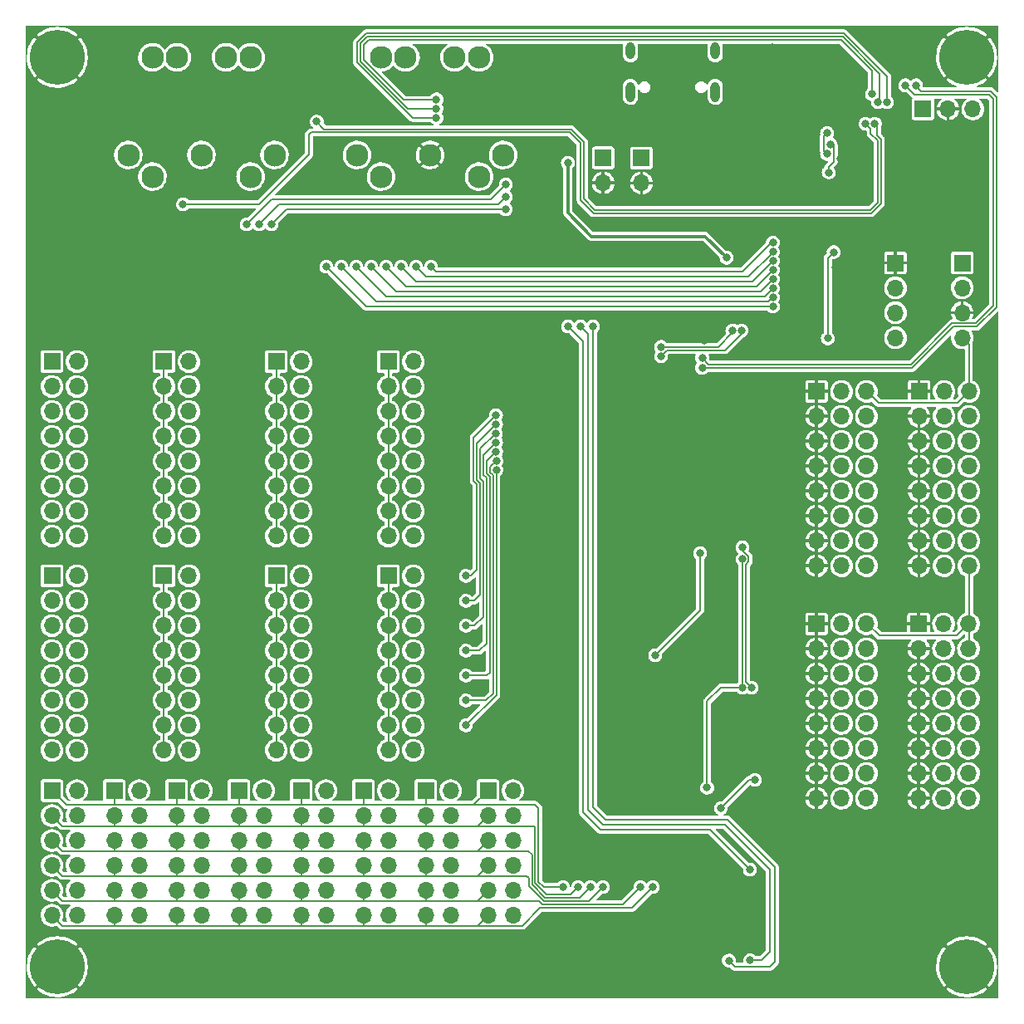
<source format=gbl>
G04 #@! TF.GenerationSoftware,KiCad,Pcbnew,6.0.9*
G04 #@! TF.CreationDate,2022-12-27T21:22:07+01:00*
G04 #@! TF.ProjectId,OpenDeck-r2.2.1,4f70656e-4465-4636-9b2d-72322e322e30,rev?*
G04 #@! TF.SameCoordinates,Original*
G04 #@! TF.FileFunction,Copper,L2,Bot*
G04 #@! TF.FilePolarity,Positive*
%FSLAX46Y46*%
G04 Gerber Fmt 4.6, Leading zero omitted, Abs format (unit mm)*
G04 Created by KiCad (PCBNEW 6.0.9) date 2022-12-27 21:22:07*
%MOMM*%
%LPD*%
G01*
G04 APERTURE LIST*
G04 #@! TA.AperFunction,ComponentPad*
%ADD10R,1.700000X1.700000*%
G04 #@! TD*
G04 #@! TA.AperFunction,ComponentPad*
%ADD11O,1.700000X1.700000*%
G04 #@! TD*
G04 #@! TA.AperFunction,ComponentPad*
%ADD12O,0.950000X2.050000*%
G04 #@! TD*
G04 #@! TA.AperFunction,ComponentPad*
%ADD13O,0.950000X1.750000*%
G04 #@! TD*
G04 #@! TA.AperFunction,ComponentPad*
%ADD14C,5.600000*%
G04 #@! TD*
G04 #@! TA.AperFunction,ComponentPad*
%ADD15C,2.300000*%
G04 #@! TD*
G04 #@! TA.AperFunction,ViaPad*
%ADD16C,0.800000*%
G04 #@! TD*
G04 #@! TA.AperFunction,Conductor*
%ADD17C,0.203200*%
G04 #@! TD*
G04 #@! TA.AperFunction,Conductor*
%ADD18C,0.305000*%
G04 #@! TD*
G04 APERTURE END LIST*
D10*
X127000000Y-133400000D03*
D11*
X129540000Y-133400000D03*
X127000000Y-135940000D03*
X129540000Y-135940000D03*
X127000000Y-138480000D03*
X129540000Y-138480000D03*
X127000000Y-141020000D03*
X129540000Y-141020000D03*
X127000000Y-143560000D03*
X129540000Y-143560000D03*
X127000000Y-146100000D03*
X129540000Y-146100000D03*
D12*
X169225000Y-62170000D03*
X160575000Y-62170000D03*
D13*
X169225000Y-58000000D03*
X160575000Y-58000000D03*
D10*
X146050000Y-133400000D03*
D11*
X148590000Y-133400000D03*
X146050000Y-135940000D03*
X148590000Y-135940000D03*
X146050000Y-138480000D03*
X148590000Y-138480000D03*
X146050000Y-141020000D03*
X148590000Y-141020000D03*
X146050000Y-143560000D03*
X148590000Y-143560000D03*
X146050000Y-146100000D03*
X148590000Y-146100000D03*
D14*
X102146100Y-58648600D03*
D10*
X113025000Y-111506000D03*
D11*
X115565000Y-111506000D03*
X113025000Y-114046000D03*
X115565000Y-114046000D03*
X113025000Y-116586000D03*
X115565000Y-116586000D03*
X113025000Y-119126000D03*
X115565000Y-119126000D03*
X113025000Y-121666000D03*
X115565000Y-121666000D03*
X113025000Y-124206000D03*
X115565000Y-124206000D03*
X113025000Y-126746000D03*
X115565000Y-126746000D03*
X113025000Y-129286000D03*
X115565000Y-129286000D03*
D10*
X187600000Y-79600000D03*
D11*
X187600000Y-82140000D03*
X187600000Y-84680000D03*
X187600000Y-87220000D03*
D10*
X157800000Y-68900000D03*
D11*
X157800000Y-71440000D03*
D10*
X120650000Y-133400000D03*
D11*
X123190000Y-133400000D03*
X120650000Y-135940000D03*
X123190000Y-135940000D03*
X120650000Y-138480000D03*
X123190000Y-138480000D03*
X120650000Y-141020000D03*
X123190000Y-141020000D03*
X120650000Y-143560000D03*
X123190000Y-143560000D03*
X120650000Y-146100000D03*
X123190000Y-146100000D03*
D10*
X161700000Y-68925000D03*
D11*
X161700000Y-71465000D03*
D10*
X179555000Y-92700000D03*
D11*
X179555000Y-95240000D03*
X179555000Y-97780000D03*
X179555000Y-100320000D03*
X179555000Y-102860000D03*
X179555000Y-105400000D03*
X179555000Y-107940000D03*
X179555000Y-110480000D03*
X182095000Y-92700000D03*
X182095000Y-95240000D03*
X182095000Y-97780000D03*
X182095000Y-100320000D03*
X182095000Y-102860000D03*
X182095000Y-105400000D03*
X182095000Y-107940000D03*
X182095000Y-110480000D03*
X184635000Y-92700000D03*
X184635000Y-95240000D03*
X184635000Y-97780000D03*
X184635000Y-100320000D03*
X184635000Y-102860000D03*
X184635000Y-105400000D03*
X184635000Y-107940000D03*
X184635000Y-110480000D03*
D14*
X194856100Y-151358600D03*
D10*
X139700000Y-133400000D03*
D11*
X142240000Y-133400000D03*
X139700000Y-135940000D03*
X142240000Y-135940000D03*
X139700000Y-138480000D03*
X142240000Y-138480000D03*
X139700000Y-141020000D03*
X142240000Y-141020000D03*
X139700000Y-143560000D03*
X142240000Y-143560000D03*
X139700000Y-146100000D03*
X142240000Y-146100000D03*
D14*
X194856100Y-58648600D03*
D10*
X101600000Y-89662000D03*
D11*
X104140000Y-89662000D03*
X101600000Y-92202000D03*
X104140000Y-92202000D03*
X101600000Y-94742000D03*
X104140000Y-94742000D03*
X101600000Y-97282000D03*
X104140000Y-97282000D03*
X101600000Y-99822000D03*
X104140000Y-99822000D03*
X101600000Y-102362000D03*
X104140000Y-102362000D03*
X101600000Y-104902000D03*
X104140000Y-104902000D03*
X101600000Y-107442000D03*
X104140000Y-107442000D03*
D10*
X190000000Y-92700000D03*
D11*
X190000000Y-95240000D03*
X190000000Y-97780000D03*
X190000000Y-100320000D03*
X190000000Y-102860000D03*
X190000000Y-105400000D03*
X190000000Y-107940000D03*
X190000000Y-110480000D03*
X192540000Y-92700000D03*
X192540000Y-95240000D03*
X192540000Y-97780000D03*
X192540000Y-100320000D03*
X192540000Y-102860000D03*
X192540000Y-105400000D03*
X192540000Y-107940000D03*
X192540000Y-110480000D03*
X195080000Y-92700000D03*
X195080000Y-95240000D03*
X195080000Y-97780000D03*
X195080000Y-100320000D03*
X195080000Y-102860000D03*
X195080000Y-105400000D03*
X195080000Y-107940000D03*
X195080000Y-110480000D03*
D10*
X179555000Y-116400000D03*
D11*
X179555000Y-118940000D03*
X179555000Y-121480000D03*
X179555000Y-124020000D03*
X179555000Y-126560000D03*
X179555000Y-129100000D03*
X179555000Y-131640000D03*
X179555000Y-134180000D03*
X182095000Y-116400000D03*
X182095000Y-118940000D03*
X182095000Y-121480000D03*
X182095000Y-124020000D03*
X182095000Y-126560000D03*
X182095000Y-129100000D03*
X182095000Y-131640000D03*
X182095000Y-134180000D03*
X184635000Y-116400000D03*
X184635000Y-118940000D03*
X184635000Y-121480000D03*
X184635000Y-124020000D03*
X184635000Y-126560000D03*
X184635000Y-129100000D03*
X184635000Y-131640000D03*
X184635000Y-134180000D03*
D10*
X189960000Y-116400000D03*
D11*
X189960000Y-118940000D03*
X189960000Y-121480000D03*
X189960000Y-124020000D03*
X189960000Y-126560000D03*
X189960000Y-129100000D03*
X189960000Y-131640000D03*
X189960000Y-134180000D03*
X192500000Y-116400000D03*
X192500000Y-118940000D03*
X192500000Y-121480000D03*
X192500000Y-124020000D03*
X192500000Y-126560000D03*
X192500000Y-129100000D03*
X192500000Y-131640000D03*
X192500000Y-134180000D03*
X195040000Y-116400000D03*
X195040000Y-118940000D03*
X195040000Y-121480000D03*
X195040000Y-124020000D03*
X195040000Y-126560000D03*
X195040000Y-129100000D03*
X195040000Y-131640000D03*
X195040000Y-134180000D03*
D10*
X107950000Y-133400000D03*
D11*
X110490000Y-133400000D03*
X107950000Y-135940000D03*
X110490000Y-135940000D03*
X107950000Y-138480000D03*
X110490000Y-138480000D03*
X107950000Y-141020000D03*
X110490000Y-141020000D03*
X107950000Y-143560000D03*
X110490000Y-143560000D03*
X107950000Y-146100000D03*
X110490000Y-146100000D03*
D10*
X114300000Y-133400000D03*
D11*
X116840000Y-133400000D03*
X114300000Y-135940000D03*
X116840000Y-135940000D03*
X114300000Y-138480000D03*
X116840000Y-138480000D03*
X114300000Y-141020000D03*
X116840000Y-141020000D03*
X114300000Y-143560000D03*
X116840000Y-143560000D03*
X114300000Y-146100000D03*
X116840000Y-146100000D03*
D10*
X113025000Y-89662000D03*
D11*
X115565000Y-89662000D03*
X113025000Y-92202000D03*
X115565000Y-92202000D03*
X113025000Y-94742000D03*
X115565000Y-94742000D03*
X113025000Y-97282000D03*
X115565000Y-97282000D03*
X113025000Y-99822000D03*
X115565000Y-99822000D03*
X113025000Y-102362000D03*
X115565000Y-102362000D03*
X113025000Y-104902000D03*
X115565000Y-104902000D03*
X113025000Y-107442000D03*
X115565000Y-107442000D03*
D10*
X124460000Y-111506000D03*
D11*
X127000000Y-111506000D03*
X124460000Y-114046000D03*
X127000000Y-114046000D03*
X124460000Y-116586000D03*
X127000000Y-116586000D03*
X124460000Y-119126000D03*
X127000000Y-119126000D03*
X124460000Y-121666000D03*
X127000000Y-121666000D03*
X124460000Y-124206000D03*
X127000000Y-124206000D03*
X124460000Y-126746000D03*
X127000000Y-126746000D03*
X124460000Y-129286000D03*
X127000000Y-129286000D03*
D10*
X101600000Y-133400000D03*
D11*
X104140000Y-133400000D03*
X101600000Y-135940000D03*
X104140000Y-135940000D03*
X101600000Y-138480000D03*
X104140000Y-138480000D03*
X101600000Y-141020000D03*
X104140000Y-141020000D03*
X101600000Y-143560000D03*
X104140000Y-143560000D03*
X101600000Y-146100000D03*
X104140000Y-146100000D03*
D10*
X101600000Y-111506000D03*
D11*
X104140000Y-111506000D03*
X101600000Y-114046000D03*
X104140000Y-114046000D03*
X101600000Y-116586000D03*
X104140000Y-116586000D03*
X101600000Y-119126000D03*
X104140000Y-119126000D03*
X101600000Y-121666000D03*
X104140000Y-121666000D03*
X101600000Y-124206000D03*
X104140000Y-124206000D03*
X101600000Y-126746000D03*
X104140000Y-126746000D03*
X101600000Y-129286000D03*
X104140000Y-129286000D03*
D14*
X102146100Y-151358600D03*
D15*
X109400000Y-68600000D03*
X116850000Y-68600000D03*
X124300000Y-68600000D03*
X111850000Y-70800000D03*
X121850000Y-70800000D03*
X121850000Y-58650000D03*
X111850000Y-58650000D03*
X114350000Y-58650000D03*
X119350000Y-58650000D03*
X132700000Y-68600000D03*
X140150000Y-68600000D03*
X147600000Y-68600000D03*
X135150000Y-70800000D03*
X145150000Y-70800000D03*
X145150000Y-58650000D03*
X135150000Y-58650000D03*
X137650000Y-58650000D03*
X142650000Y-58650000D03*
D10*
X124460000Y-89662000D03*
D11*
X127000000Y-89662000D03*
X124460000Y-92202000D03*
X127000000Y-92202000D03*
X124460000Y-94742000D03*
X127000000Y-94742000D03*
X124460000Y-97282000D03*
X127000000Y-97282000D03*
X124460000Y-99822000D03*
X127000000Y-99822000D03*
X124460000Y-102362000D03*
X127000000Y-102362000D03*
X124460000Y-104902000D03*
X127000000Y-104902000D03*
X124460000Y-107442000D03*
X127000000Y-107442000D03*
D10*
X135890000Y-111506000D03*
D11*
X138430000Y-111506000D03*
X135890000Y-114046000D03*
X138430000Y-114046000D03*
X135890000Y-116586000D03*
X138430000Y-116586000D03*
X135890000Y-119126000D03*
X138430000Y-119126000D03*
X135890000Y-121666000D03*
X138430000Y-121666000D03*
X135890000Y-124206000D03*
X138430000Y-124206000D03*
X135890000Y-126746000D03*
X138430000Y-126746000D03*
X135890000Y-129286000D03*
X138430000Y-129286000D03*
D10*
X133350000Y-133400000D03*
D11*
X135890000Y-133400000D03*
X133350000Y-135940000D03*
X135890000Y-135940000D03*
X133350000Y-138480000D03*
X135890000Y-138480000D03*
X133350000Y-141020000D03*
X135890000Y-141020000D03*
X133350000Y-143560000D03*
X135890000Y-143560000D03*
X133350000Y-146100000D03*
X135890000Y-146100000D03*
D10*
X190400000Y-63900000D03*
D11*
X192940000Y-63900000D03*
X195480000Y-63900000D03*
D10*
X194400000Y-79600000D03*
D11*
X194400000Y-82140000D03*
X194400000Y-84680000D03*
X194400000Y-87220000D03*
D10*
X135890000Y-89662000D03*
D11*
X138430000Y-89662000D03*
X135890000Y-92202000D03*
X138430000Y-92202000D03*
X135890000Y-94742000D03*
X138430000Y-94742000D03*
X135890000Y-97282000D03*
X138430000Y-97282000D03*
X135890000Y-99822000D03*
X138430000Y-99822000D03*
X135890000Y-102362000D03*
X138430000Y-102362000D03*
X135890000Y-104902000D03*
X138430000Y-104902000D03*
X135890000Y-107442000D03*
X138430000Y-107442000D03*
D16*
X175100000Y-84032515D03*
X146868134Y-95130021D03*
X143800000Y-111506000D03*
X129578100Y-79984600D03*
X175100000Y-83106012D03*
X143800000Y-114046000D03*
X131102100Y-79984600D03*
X146868134Y-96056524D03*
X175100000Y-82179509D03*
X143800000Y-116586000D03*
X132626100Y-79984600D03*
X146841244Y-96982636D03*
X175100000Y-81253006D03*
X143800000Y-119126000D03*
X146865011Y-97908833D03*
X134150100Y-79984600D03*
X146885762Y-98835103D03*
X143800000Y-121666000D03*
X135674100Y-79984600D03*
X175100000Y-80326503D03*
X175100000Y-79400000D03*
X137198100Y-79984600D03*
X143800000Y-124206000D03*
X146899860Y-99761498D03*
X138722100Y-79984600D03*
X175100000Y-78473497D03*
X146900000Y-100688000D03*
X143800000Y-126746000D03*
X175100000Y-77546994D03*
X140246100Y-79984600D03*
X153708100Y-143230600D03*
X155232100Y-143230600D03*
X156502100Y-143230600D03*
X157772100Y-143230600D03*
X161582100Y-143230600D03*
X162852100Y-143230600D03*
X172200000Y-91400000D03*
X182000000Y-59100000D03*
X140246100Y-58140600D03*
X197142100Y-135483600D03*
X197142100Y-130276600D03*
X182000000Y-66800000D03*
X147600000Y-61400000D03*
X102400000Y-70100000D03*
X153454100Y-97764600D03*
X190200000Y-84100000D03*
X186800000Y-86000000D03*
X131900000Y-64900000D03*
X168100000Y-65541700D03*
X113500000Y-77800000D03*
X181500000Y-80100000D03*
X116878100Y-58140600D03*
X160200000Y-86200000D03*
X179200000Y-73400000D03*
X186200000Y-106654600D03*
X164500000Y-94100000D03*
X196300000Y-72800000D03*
X169600000Y-120400000D03*
X185200000Y-75300000D03*
X188800000Y-147000000D03*
X184200000Y-66800000D03*
X182000000Y-69000000D03*
X182800000Y-62900000D03*
X163000000Y-60200000D03*
X141300000Y-151600000D03*
X169964100Y-151866600D03*
X165150000Y-77750000D03*
X153700000Y-91800000D03*
X164600000Y-114900000D03*
X186474100Y-126466600D03*
X131400000Y-60000000D03*
X176314100Y-92430600D03*
X101130100Y-83540600D03*
X171300000Y-60900000D03*
X176100000Y-63200000D03*
X177000000Y-58300000D03*
X111600000Y-79400000D03*
X156100000Y-63500000D03*
X196400000Y-112600000D03*
X116200000Y-84000000D03*
X177700000Y-60100000D03*
X181500000Y-76200000D03*
X119418100Y-68554600D03*
X186474100Y-123926600D03*
X173266100Y-131038600D03*
X196634100Y-104114600D03*
X186474100Y-131546600D03*
X119164100Y-81508600D03*
X196634100Y-96494600D03*
X178600000Y-145100000D03*
X186474100Y-134086600D03*
X188000000Y-69100000D03*
X158986370Y-78780089D03*
X116116100Y-71856600D03*
X171900000Y-63600000D03*
X152600000Y-67600000D03*
X192700000Y-67800000D03*
X128600000Y-57700000D03*
X171500000Y-68800000D03*
X164300000Y-145500000D03*
X166400000Y-86600000D03*
X168121115Y-60542229D03*
X152300000Y-60100000D03*
X169964100Y-145008600D03*
X109700000Y-62200000D03*
X174790100Y-134594600D03*
X176900000Y-69500000D03*
X173520100Y-146278600D03*
X186474100Y-129006600D03*
X173266100Y-127990600D03*
X153454100Y-120878600D03*
X167932100Y-91414600D03*
X176568100Y-110972600D03*
X151000000Y-87600000D03*
X183900000Y-150000000D03*
X173266100Y-129514600D03*
X196888100Y-117576600D03*
X112052100Y-84302600D03*
X168100000Y-87500000D03*
X184200000Y-69000000D03*
X169500000Y-72400000D03*
X128308100Y-75920600D03*
X124400000Y-151800000D03*
X194900000Y-72800000D03*
X171100000Y-97700000D03*
X175044100Y-57600000D03*
X175705866Y-67005866D03*
X171488100Y-147802600D03*
X151600000Y-77500000D03*
X175044100Y-115544600D03*
X156502100Y-152882600D03*
X167200000Y-77800000D03*
X173300000Y-88500000D03*
X159000000Y-90100000D03*
X152900000Y-134500000D03*
X119200000Y-85500000D03*
X128054100Y-78714600D03*
X163868100Y-133578600D03*
X99860100Y-62458600D03*
X193600000Y-72800000D03*
X158400000Y-63000000D03*
X129600000Y-87100000D03*
X168186100Y-149580600D03*
X170100000Y-115500000D03*
X186900000Y-94800000D03*
X153454100Y-109194600D03*
X143200000Y-78800000D03*
X190800000Y-59200000D03*
X179400000Y-86100000D03*
X166154100Y-113258600D03*
X149600000Y-68300000D03*
X156502100Y-139420600D03*
X176060100Y-134594600D03*
X114000000Y-61800000D03*
X170600000Y-124700000D03*
X167900000Y-89300000D03*
X188600000Y-61500000D03*
X167900000Y-90300000D03*
X189700000Y-61500000D03*
X186726503Y-63200000D03*
X154216100Y-86080600D03*
X140800000Y-64800000D03*
X172758100Y-141452600D03*
X155486100Y-86080600D03*
X172800000Y-150700000D03*
X140800000Y-63873497D03*
X185800000Y-63200000D03*
X140800000Y-62946994D03*
X185200000Y-62400000D03*
X170606625Y-150731125D03*
X156756100Y-86080600D03*
X121450100Y-75666600D03*
X147866100Y-71602600D03*
X147866100Y-72872600D03*
X122720100Y-75666600D03*
X123990100Y-75666600D03*
X147866100Y-74142600D03*
X154200000Y-69400000D03*
X170371400Y-79071400D03*
X184569350Y-65426176D03*
X128600000Y-65200000D03*
X185495843Y-65421889D03*
X114965400Y-73634600D03*
X180700000Y-87300000D03*
X181300000Y-78500000D03*
X180786336Y-70377026D03*
X180973498Y-67500000D03*
X180626500Y-66373500D03*
X180626500Y-68500000D03*
X170973497Y-86500000D03*
X163700000Y-88173497D03*
X163700000Y-89100000D03*
X167678100Y-109194600D03*
X163106100Y-119608600D03*
X171900000Y-86500000D03*
X172000000Y-109800000D03*
X168400000Y-133100000D03*
X172000000Y-122910600D03*
X173266100Y-132308600D03*
X172926438Y-122899689D03*
X172000000Y-108600000D03*
X169800000Y-135200000D03*
D17*
X129578100Y-79984600D02*
X129584600Y-79984600D01*
X144600000Y-101854747D02*
X144918800Y-102173547D01*
X144918800Y-102173547D02*
X144918800Y-110881200D01*
X146868134Y-95130021D02*
X144600000Y-97398155D01*
X144294000Y-111506000D02*
X143800000Y-111506000D01*
X144600000Y-97398155D02*
X144600000Y-101854747D01*
X129584600Y-79984600D02*
X133632515Y-84032515D01*
X144918800Y-110881200D02*
X144294000Y-111506000D01*
X133632515Y-84032515D02*
X175100000Y-84032515D01*
X144654000Y-114046000D02*
X143800000Y-114046000D01*
X174665412Y-83540600D02*
X175100000Y-83106012D01*
X174665412Y-83540600D02*
X134658100Y-83540600D01*
X145249000Y-113451000D02*
X144654000Y-114046000D01*
X131102100Y-79984600D02*
X134658100Y-83540600D01*
X146868134Y-96056524D02*
X144939600Y-97985058D01*
X145249000Y-102036773D02*
X145249000Y-113451000D01*
X144939600Y-101727374D02*
X145249000Y-102036773D01*
X144939600Y-97985058D02*
X144939600Y-101727374D01*
X145579200Y-101900000D02*
X145579200Y-115700000D01*
X132626100Y-79984600D02*
X135674100Y-83032600D01*
X145269800Y-101590600D02*
X145579200Y-101900000D01*
X145269800Y-98554080D02*
X145269800Y-101590600D01*
X174246909Y-83032600D02*
X175100000Y-82179509D01*
X146841244Y-96982636D02*
X145269800Y-98554080D01*
X174246909Y-83032600D02*
X135674100Y-83032600D01*
X145579200Y-115700000D02*
X144693200Y-116586000D01*
X144693200Y-116586000D02*
X143800000Y-116586000D01*
X134150100Y-79984600D02*
X136690100Y-82524600D01*
X145909400Y-118400000D02*
X145183400Y-119126000D01*
X145909400Y-101520323D02*
X145909400Y-118400000D01*
X146865011Y-97908833D02*
X145600000Y-99173844D01*
X145600000Y-101210923D02*
X145909400Y-101520323D01*
X145600000Y-99173844D02*
X145600000Y-101210923D01*
X173828406Y-82524600D02*
X175100000Y-81253006D01*
X145183400Y-119126000D02*
X143800000Y-119126000D01*
X173828406Y-82524600D02*
X136690100Y-82524600D01*
X146239600Y-121360400D02*
X145934000Y-121666000D01*
X146885762Y-98835103D02*
X145941200Y-99779665D01*
X146239600Y-101383549D02*
X146239600Y-121360400D01*
X135674100Y-79984600D02*
X137706100Y-82016600D01*
X145941200Y-99779665D02*
X145941200Y-101085149D01*
X173409903Y-82016600D02*
X175100000Y-80326503D01*
X173409903Y-82016600D02*
X137706100Y-82016600D01*
X145941200Y-101085149D02*
X146239600Y-101383549D01*
X145934000Y-121666000D02*
X143800000Y-121666000D01*
X172991400Y-81508600D02*
X138722100Y-81508600D01*
X146271400Y-100948375D02*
X146569800Y-101246775D01*
X146569800Y-101246775D02*
X146569800Y-123509226D01*
X146569800Y-123509226D02*
X145873026Y-124206000D01*
X146899860Y-99761498D02*
X146271400Y-100389958D01*
X172991400Y-81508600D02*
X175100000Y-79400000D01*
X146271400Y-100389958D02*
X146271400Y-100948375D01*
X145873026Y-124206000D02*
X143800000Y-124206000D01*
X137198100Y-79984600D02*
X138722100Y-81508600D01*
X139738100Y-81000600D02*
X172599400Y-81000600D01*
X138722100Y-79984600D02*
X139738100Y-81000600D01*
X146900000Y-123646000D02*
X143800000Y-126746000D01*
X175100000Y-78500000D02*
X175100000Y-78473497D01*
X172599400Y-81000600D02*
X175100000Y-78500000D01*
X146900000Y-100688000D02*
X146900000Y-123646000D01*
X172007400Y-80492600D02*
X174953006Y-77546994D01*
X174953006Y-77546994D02*
X175100000Y-77546994D01*
X140754100Y-80492600D02*
X172007400Y-80492600D01*
X140246100Y-79984600D02*
X140754100Y-80492600D01*
X113025000Y-92202000D02*
X113025000Y-89662000D01*
X113025000Y-94742000D02*
X113025000Y-92202000D01*
X113025000Y-102362000D02*
X113025000Y-99822000D01*
X113025000Y-99822000D02*
X113025000Y-97282000D01*
X113025000Y-107442000D02*
X113025000Y-104902000D01*
X113025000Y-104902000D02*
X113025000Y-102362000D01*
X113025000Y-97282000D02*
X113025000Y-94742000D01*
X124460000Y-97282000D02*
X124460000Y-94742000D01*
X124460000Y-99822000D02*
X124460000Y-97282000D01*
X124460000Y-107442000D02*
X124460000Y-104902000D01*
X124460000Y-94742000D02*
X124460000Y-92202000D01*
X124460000Y-102362000D02*
X124460000Y-99822000D01*
X124460000Y-104902000D02*
X124460000Y-102362000D01*
X124460000Y-92202000D02*
X124460000Y-89662000D01*
X135890000Y-97282000D02*
X135890000Y-99822000D01*
X135890000Y-102362000D02*
X135890000Y-104902000D01*
X135890000Y-92202000D02*
X135890000Y-94742000D01*
X135890000Y-104902000D02*
X135890000Y-107442000D01*
X135890000Y-99822000D02*
X135890000Y-102362000D01*
X135890000Y-94742000D02*
X135890000Y-97282000D01*
X135890000Y-89662000D02*
X135890000Y-92202000D01*
X113025000Y-116586000D02*
X113025000Y-119126000D01*
X113025000Y-111506000D02*
X113025000Y-114046000D01*
X113025000Y-114046000D02*
X113025000Y-116586000D01*
X113025000Y-119126000D02*
X113025000Y-121666000D01*
X113025000Y-121666000D02*
X113025000Y-124206000D01*
X113025000Y-124206000D02*
X113025000Y-126746000D01*
X113025000Y-126746000D02*
X113025000Y-129286000D01*
X124460000Y-116586000D02*
X124460000Y-114046000D01*
X124460000Y-126746000D02*
X124460000Y-124206000D01*
X124460000Y-129286000D02*
X124460000Y-126746000D01*
X124460000Y-114046000D02*
X124460000Y-111506000D01*
X124460000Y-124206000D02*
X124460000Y-121666000D01*
X124460000Y-119126000D02*
X124460000Y-116586000D01*
X124460000Y-121666000D02*
X124460000Y-119126000D01*
X135890000Y-114046000D02*
X135890000Y-111506000D01*
X135890000Y-119126000D02*
X135890000Y-116586000D01*
X135890000Y-121666000D02*
X135890000Y-119126000D01*
X135890000Y-126746000D02*
X135890000Y-124206000D01*
X135890000Y-124206000D02*
X135890000Y-121666000D01*
X135890000Y-129286000D02*
X135890000Y-126746000D01*
X135890000Y-116586000D02*
X135890000Y-114046000D01*
X126938600Y-134861400D02*
X133361400Y-134861400D01*
X139661400Y-134861400D02*
X144588600Y-134861400D01*
X144588600Y-134861400D02*
X146050000Y-133400000D01*
X151730600Y-143230600D02*
X151200000Y-142700000D01*
X107961400Y-134861400D02*
X114238600Y-134861400D01*
X101600000Y-133400000D02*
X103061400Y-134861400D01*
X133350000Y-133400000D02*
X133350000Y-134850000D01*
X120561400Y-134861400D02*
X126938600Y-134861400D01*
X120650000Y-133400000D02*
X120650000Y-134772800D01*
X133361400Y-134861400D02*
X139661400Y-134861400D01*
X153708100Y-143230600D02*
X151730600Y-143230600D01*
X127000000Y-134800000D02*
X126938600Y-134861400D01*
X133350000Y-134850000D02*
X133361400Y-134861400D01*
X114300000Y-133400000D02*
X114300000Y-134800000D01*
X150861400Y-134861400D02*
X144588600Y-134861400D01*
X114238600Y-134861400D02*
X120561400Y-134861400D01*
X120650000Y-134772800D02*
X120561400Y-134861400D01*
X107950000Y-133400000D02*
X107950000Y-134850000D01*
X103061400Y-134861400D02*
X107961400Y-134861400D01*
X151200000Y-142700000D02*
X151200000Y-135200000D01*
X107950000Y-134850000D02*
X107961400Y-134861400D01*
X151200000Y-135200000D02*
X150861400Y-134861400D01*
X114300000Y-134800000D02*
X114238600Y-134861400D01*
X127000000Y-133400000D02*
X127000000Y-134800000D01*
X139700000Y-134822800D02*
X139661400Y-134861400D01*
X139700000Y-133400000D02*
X139700000Y-134822800D01*
X120650000Y-135940000D02*
X120650000Y-136987200D01*
X102678600Y-137018600D02*
X108018600Y-137018600D01*
X120618600Y-137018600D02*
X126981400Y-137018600D01*
X126981400Y-137018600D02*
X133381400Y-137018600D01*
X108018600Y-137018600D02*
X114281400Y-137018600D01*
X139700000Y-135940000D02*
X139700000Y-137000000D01*
X154470100Y-143992600D02*
X152025626Y-143992600D01*
X114281400Y-137018600D02*
X120618600Y-137018600D01*
X144971400Y-137018600D02*
X146050000Y-135940000D01*
X150869800Y-142836774D02*
X150869800Y-137100000D01*
X152025626Y-143992600D02*
X150869800Y-142836774D01*
X120650000Y-136987200D02*
X120618600Y-137018600D01*
X107950000Y-135940000D02*
X107950000Y-136950000D01*
X155232100Y-143230600D02*
X154470100Y-143992600D01*
X133350000Y-135940000D02*
X133350000Y-136987200D01*
X127000000Y-135940000D02*
X127000000Y-137000000D01*
X150788400Y-137018600D02*
X144971400Y-137018600D01*
X107950000Y-136950000D02*
X108018600Y-137018600D01*
X139681400Y-137018600D02*
X144971400Y-137018600D01*
X139700000Y-137000000D02*
X139681400Y-137018600D01*
X101600000Y-135940000D02*
X102678600Y-137018600D01*
X114300000Y-135940000D02*
X114300000Y-137000000D01*
X133381400Y-137018600D02*
X139681400Y-137018600D01*
X114300000Y-137000000D02*
X114281400Y-137018600D01*
X150869800Y-137100000D02*
X150788400Y-137018600D01*
X127000000Y-137000000D02*
X126981400Y-137018600D01*
X133350000Y-136987200D02*
X133381400Y-137018600D01*
X107941400Y-139558600D02*
X114241400Y-139558600D01*
X150158600Y-139558600D02*
X144971400Y-139558600D01*
X101600000Y-138480000D02*
X102678600Y-139558600D01*
X107950000Y-138480000D02*
X107950000Y-139550000D01*
X151888853Y-144322800D02*
X150539600Y-142973547D01*
X107950000Y-139550000D02*
X107941400Y-139558600D01*
X114300000Y-139500000D02*
X114241400Y-139558600D01*
X127000000Y-138480000D02*
X127000000Y-139517200D01*
X114300000Y-138480000D02*
X114300000Y-139500000D01*
X133341400Y-139558600D02*
X139658600Y-139558600D01*
X150539600Y-139939600D02*
X150158600Y-139558600D01*
X126958600Y-139558600D02*
X133341400Y-139558600D01*
X120658600Y-139558600D02*
X126958600Y-139558600D01*
X102678600Y-139558600D02*
X107941400Y-139558600D01*
X144971400Y-139558600D02*
X146050000Y-138480000D01*
X120650000Y-138480000D02*
X120650000Y-139550000D01*
X139700000Y-139517200D02*
X139658600Y-139558600D01*
X150539600Y-142973547D02*
X150539600Y-139939600D01*
X156502100Y-143230600D02*
X155409900Y-144322800D01*
X139658600Y-139558600D02*
X144971400Y-139558600D01*
X139700000Y-138480000D02*
X139700000Y-139517200D01*
X127000000Y-139517200D02*
X126958600Y-139558600D01*
X133350000Y-139550000D02*
X133341400Y-139558600D01*
X133350000Y-138480000D02*
X133350000Y-139550000D01*
X155409900Y-144322800D02*
X151888853Y-144322800D01*
X120650000Y-139550000D02*
X120658600Y-139558600D01*
X114241400Y-139558600D02*
X120658600Y-139558600D01*
X120650000Y-142050000D02*
X120698600Y-142098600D01*
X114300000Y-142097200D02*
X114301400Y-142098600D01*
X133350000Y-141020000D02*
X133350000Y-142050000D01*
X102678600Y-142098600D02*
X107998600Y-142098600D01*
X151752080Y-144653000D02*
X150209400Y-143110320D01*
X107950000Y-141020000D02*
X107950000Y-142050000D01*
X127000000Y-142097200D02*
X126998600Y-142098600D01*
X101600000Y-141020000D02*
X102678600Y-142098600D01*
X133301400Y-142098600D02*
X139698600Y-142098600D01*
X144971400Y-142098600D02*
X146050000Y-141020000D01*
X150209400Y-142300000D02*
X150009400Y-142100000D01*
X156349700Y-144653000D02*
X151752080Y-144653000D01*
X127000000Y-141020000D02*
X127000000Y-142097200D01*
X114301400Y-142098600D02*
X120698600Y-142098600D01*
X120650000Y-141020000D02*
X120650000Y-142050000D01*
X150009400Y-142100000D02*
X144972800Y-142100000D01*
X114300000Y-141020000D02*
X114300000Y-142097200D01*
X120698600Y-142098600D02*
X126998600Y-142098600D01*
X133350000Y-142050000D02*
X133301400Y-142098600D01*
X139700000Y-142097200D02*
X139698600Y-142098600D01*
X139700000Y-141020000D02*
X139700000Y-142097200D01*
X157772100Y-143230600D02*
X156349700Y-144653000D01*
X107950000Y-142050000D02*
X107998600Y-142098600D01*
X126998600Y-142098600D02*
X133301400Y-142098600D01*
X144972800Y-142100000D02*
X144971400Y-142098600D01*
X150209400Y-143110320D02*
X150209400Y-142300000D01*
X107998600Y-142098600D02*
X114301400Y-142098600D01*
X139698600Y-142098600D02*
X144971400Y-142098600D01*
X101600000Y-143560000D02*
X102678600Y-144638600D01*
X159812700Y-145000000D02*
X151632105Y-145000000D01*
X120650000Y-143560000D02*
X120650000Y-144627200D01*
X139761400Y-144638600D02*
X144971400Y-144638600D01*
X151270705Y-144638600D02*
X144971400Y-144638600D01*
X151632105Y-145000000D02*
X151270705Y-144638600D01*
X139700000Y-144577200D02*
X139761400Y-144638600D01*
X120638600Y-144638600D02*
X126938600Y-144638600D01*
X107938600Y-144638600D02*
X114261400Y-144638600D01*
X133361400Y-144638600D02*
X139761400Y-144638600D01*
X107950000Y-143560000D02*
X107950000Y-144627200D01*
X126938600Y-144638600D02*
X133361400Y-144638600D01*
X139700000Y-143560000D02*
X139700000Y-144577200D01*
X127000000Y-143560000D02*
X127000000Y-144577200D01*
X114261400Y-144638600D02*
X120638600Y-144638600D01*
X144971400Y-144638600D02*
X146050000Y-143560000D01*
X133350000Y-143560000D02*
X133350000Y-144627200D01*
X114300000Y-143560000D02*
X114300000Y-144600000D01*
X114300000Y-144600000D02*
X114261400Y-144638600D01*
X107950000Y-144627200D02*
X107938600Y-144638600D01*
X102678600Y-144638600D02*
X107938600Y-144638600D01*
X120650000Y-144627200D02*
X120638600Y-144638600D01*
X161582100Y-143230600D02*
X159812700Y-145000000D01*
X127000000Y-144577200D02*
X126938600Y-144638600D01*
X133350000Y-144627200D02*
X133361400Y-144638600D01*
X120650000Y-146100000D02*
X120650000Y-147150000D01*
X107978600Y-147178600D02*
X114378600Y-147178600D01*
X151369800Y-145330200D02*
X149521400Y-147178600D01*
X126978600Y-147178600D02*
X133321400Y-147178600D01*
X114300000Y-146100000D02*
X114300000Y-147100000D01*
X107950000Y-146100000D02*
X107950000Y-147150000D01*
X127000000Y-147157200D02*
X126978600Y-147178600D01*
X107950000Y-147150000D02*
X107978600Y-147178600D01*
X120621400Y-147178600D02*
X126978600Y-147178600D01*
X114378600Y-147178600D02*
X120621400Y-147178600D01*
X133350000Y-147150000D02*
X133321400Y-147178600D01*
X101600000Y-146100000D02*
X102678600Y-147178600D01*
X114300000Y-147100000D02*
X114378600Y-147178600D01*
X149521400Y-147178600D02*
X144971400Y-147178600D01*
X127000000Y-146100000D02*
X127000000Y-147157200D01*
X139700000Y-147157200D02*
X139721400Y-147178600D01*
X133321400Y-147178600D02*
X139721400Y-147178600D01*
X144971400Y-147178600D02*
X146050000Y-146100000D01*
X162852100Y-143230600D02*
X160752500Y-145330200D01*
X160752500Y-145330200D02*
X151369800Y-145330200D01*
X120650000Y-147150000D02*
X120621400Y-147178600D01*
X102678600Y-147178600D02*
X107978600Y-147178600D01*
X139721400Y-147178600D02*
X144971400Y-147178600D01*
X139700000Y-146100000D02*
X139700000Y-147157200D01*
X133350000Y-146100000D02*
X133350000Y-147150000D01*
X197566513Y-62866513D02*
X197566513Y-83966513D01*
X193374426Y-85758600D02*
X189163226Y-89969800D01*
X189530200Y-62430200D02*
X197130200Y-62430200D01*
X168569800Y-89969800D02*
X167900000Y-89300000D01*
X195774426Y-85758600D02*
X193374426Y-85758600D01*
X197130200Y-62430200D02*
X197566513Y-62866513D01*
X197566513Y-83966513D02*
X195774426Y-85758600D01*
X188600000Y-61500000D02*
X189530200Y-62430200D01*
X189163226Y-89969800D02*
X168569800Y-89969800D01*
X189300000Y-90300000D02*
X167900000Y-90300000D01*
X195900000Y-86100000D02*
X193500000Y-86100000D01*
X190200000Y-62100000D02*
X197300000Y-62100000D01*
X197900000Y-84100000D02*
X195900000Y-86100000D01*
X189700000Y-61600000D02*
X190200000Y-62100000D01*
X189700000Y-61500000D02*
X189700000Y-61600000D01*
X197900000Y-62700000D02*
X197900000Y-84100000D01*
X193500000Y-86100000D02*
X189300000Y-90300000D01*
X197300000Y-62100000D02*
X197900000Y-62700000D01*
X157518100Y-137388600D02*
X168694100Y-137388600D01*
X132727701Y-57105052D02*
X132727700Y-59176147D01*
X133622554Y-56210200D02*
X132727701Y-57105052D01*
X155740100Y-87604600D02*
X154216100Y-86080600D01*
X132727700Y-59176147D02*
X138351553Y-64800000D01*
X138351553Y-64800000D02*
X140800000Y-64800000D01*
X186726503Y-63200000D02*
X186726503Y-60585255D01*
X155740100Y-135610600D02*
X157518100Y-137388600D01*
X168694100Y-137388600D02*
X172758100Y-141452600D01*
X186726503Y-60585255D02*
X182351448Y-56210200D01*
X182351448Y-56210200D02*
X133622554Y-56210200D01*
X155740100Y-135610600D02*
X155740100Y-87604600D01*
X157772100Y-136880600D02*
X156248100Y-135356600D01*
X173924700Y-150700000D02*
X174790100Y-149834600D01*
X133759327Y-56540400D02*
X133057900Y-57241826D01*
X174790100Y-141452600D02*
X170218100Y-136880600D01*
X170218100Y-136880600D02*
X157772100Y-136880600D01*
X186000000Y-63000000D02*
X186000000Y-60325726D01*
X174790100Y-149834600D02*
X174790100Y-141452600D01*
X133057900Y-57241826D02*
X133057900Y-59039373D01*
X156248100Y-86842600D02*
X155486100Y-86080600D01*
X186000000Y-60325726D02*
X182214674Y-56540400D01*
X172800000Y-150700000D02*
X173924700Y-150700000D01*
X185800000Y-63200000D02*
X186000000Y-63000000D01*
X156248100Y-135356600D02*
X156248100Y-86842600D01*
X133057900Y-59039373D02*
X137918527Y-63900000D01*
X182214674Y-56540400D02*
X133759327Y-56540400D01*
X140773497Y-63900000D02*
X140800000Y-63873497D01*
X137918527Y-63900000D02*
X140773497Y-63900000D01*
X133388100Y-58902600D02*
X137485500Y-63000000D01*
X174790100Y-151358600D02*
X175298100Y-150850600D01*
X133388100Y-57378600D02*
X133388100Y-58902600D01*
X156756100Y-135102600D02*
X156756100Y-86080600D01*
X175298100Y-141198600D02*
X170472100Y-136372600D01*
X137485500Y-63000000D02*
X140746994Y-63000000D01*
X171234100Y-151358600D02*
X174790100Y-151358600D01*
X170606625Y-150731125D02*
X171234100Y-151358600D01*
X182077900Y-56870600D02*
X133896100Y-56870600D01*
X185200000Y-62400000D02*
X185200000Y-59992700D01*
X185200000Y-59992700D02*
X182077900Y-56870600D01*
X175298100Y-150850600D02*
X175298100Y-141198600D01*
X170472100Y-136372600D02*
X158026100Y-136372600D01*
X158026100Y-136372600D02*
X156756100Y-135102600D01*
X133896100Y-56870600D02*
X133388100Y-57378600D01*
X140746994Y-63000000D02*
X140800000Y-62946994D01*
X146342100Y-73126600D02*
X147866100Y-71602600D01*
X121450100Y-75666600D02*
X123990100Y-73126600D01*
X123990100Y-73126600D02*
X146342100Y-73126600D01*
X124752100Y-73634600D02*
X147104100Y-73634600D01*
X147104100Y-73634600D02*
X147866100Y-72872600D01*
X122720100Y-75666600D02*
X124752100Y-73634600D01*
X123990100Y-75666600D02*
X125514100Y-74142600D01*
X125514100Y-74142600D02*
X147866100Y-74142600D01*
D18*
X156600000Y-76900000D02*
X168200000Y-76900000D01*
X154200000Y-69400000D02*
X154200000Y-74500000D01*
X154200000Y-74500000D02*
X156600000Y-76900000D01*
X168200000Y-76900000D02*
X170371400Y-79071400D01*
D17*
X184569350Y-65426176D02*
X185069800Y-65926626D01*
X185769800Y-67136774D02*
X185769800Y-73430200D01*
X156966974Y-74200000D02*
X155830200Y-73063226D01*
X185069800Y-66436773D02*
X185769800Y-67136774D01*
X185069800Y-65926626D02*
X185069800Y-66436773D01*
X129369800Y-65969800D02*
X128600000Y-65200000D01*
X185769800Y-73430200D02*
X185000000Y-74200000D01*
X155830200Y-67263226D02*
X154536774Y-65969800D01*
X185000000Y-74200000D02*
X156966974Y-74200000D01*
X155830200Y-73063226D02*
X155830200Y-67263226D01*
X154536774Y-65969800D02*
X129369800Y-65969800D01*
X127800000Y-66522500D02*
X127800000Y-68554700D01*
X185700000Y-65626046D02*
X185700000Y-66600000D01*
X186100000Y-67000001D02*
X186100000Y-73566974D01*
X186100000Y-73566974D02*
X185136774Y-74530200D01*
X127800000Y-68554700D02*
X122720100Y-73634600D01*
X185495843Y-65421889D02*
X185700000Y-65626046D01*
X156830200Y-74530200D02*
X155500000Y-73200000D01*
X155500000Y-73200000D02*
X155500000Y-67400000D01*
X185136774Y-74530200D02*
X156830200Y-74530200D01*
X185700000Y-66600000D02*
X186100000Y-67000001D01*
X122720100Y-73634600D02*
X114965400Y-73634600D01*
X128022500Y-66300000D02*
X127800000Y-66522500D01*
X154400000Y-66300000D02*
X128022500Y-66300000D01*
X155500000Y-67400000D02*
X154400000Y-66300000D01*
X181300000Y-69300000D02*
X181300000Y-67600000D01*
X181100000Y-67400000D02*
X181000000Y-67500000D01*
X195080000Y-87900000D02*
X194400000Y-87220000D01*
X184696100Y-116346100D02*
X185950000Y-117600000D01*
X184696100Y-92684600D02*
X185911500Y-93900000D01*
X180786336Y-69813664D02*
X181300000Y-69300000D01*
X181000000Y-67500000D02*
X180973498Y-67500000D01*
X185911500Y-93900000D02*
X193894700Y-93900000D01*
X185950000Y-117600000D02*
X193816700Y-117600000D01*
X195110100Y-116306600D02*
X195110100Y-110464600D01*
X193894700Y-93900000D02*
X195110100Y-92684600D01*
X180700000Y-79100000D02*
X181300000Y-78500000D01*
X193816700Y-117600000D02*
X195110100Y-116306600D01*
X195110100Y-116306600D02*
X195110100Y-118846600D01*
X181300000Y-67600000D02*
X181100000Y-67400000D01*
X180700000Y-87300000D02*
X180700000Y-79100000D01*
X180786336Y-70377026D02*
X180786336Y-69813664D01*
X195080000Y-92700000D02*
X195080000Y-87900000D01*
X180300000Y-66700000D02*
X180300000Y-68173500D01*
X180626500Y-66373500D02*
X180300000Y-66700000D01*
X180300000Y-68173500D02*
X180626500Y-68500000D01*
X171000000Y-86700000D02*
X171000000Y-86500000D01*
X169530200Y-88169800D02*
X171000000Y-86700000D01*
X163703697Y-88169800D02*
X169530200Y-88169800D01*
X163700000Y-88173497D02*
X163703697Y-88169800D01*
X171000000Y-86500000D02*
X170973497Y-86500000D01*
X170200000Y-88500000D02*
X171900000Y-86800000D01*
X164300000Y-88500000D02*
X170200000Y-88500000D01*
X171900000Y-86800000D02*
X171900000Y-86500000D01*
X167678100Y-115036600D02*
X167678100Y-109194600D01*
X167678100Y-115036600D02*
X163106100Y-119608600D01*
X163700000Y-89100000D02*
X164300000Y-88500000D01*
X172000000Y-109800000D02*
X172000000Y-122910600D01*
X168400000Y-124300000D02*
X168400000Y-133100000D01*
X172000000Y-122910600D02*
X169789400Y-122910600D01*
X169789400Y-122910600D02*
X168400000Y-124300000D01*
X172926438Y-122899689D02*
X172330200Y-122303451D01*
X172330200Y-110358775D02*
X172628600Y-110060375D01*
X172330200Y-122303451D02*
X172330200Y-110358775D01*
X172000000Y-108911025D02*
X172000000Y-108600000D01*
X172628600Y-110060375D02*
X172628600Y-109539625D01*
X172691400Y-132308600D02*
X173266100Y-132308600D01*
X172628600Y-109539625D02*
X172000000Y-108911025D01*
X169800000Y-135200000D02*
X172691400Y-132308600D01*
G04 #@! TA.AperFunction,Conductor*
G36*
X198088494Y-55416206D02*
G01*
X198106800Y-55460400D01*
X198106800Y-62180469D01*
X198088494Y-62224663D01*
X198044300Y-62242969D01*
X198000106Y-62224663D01*
X197542151Y-61766708D01*
X197517644Y-61754221D01*
X197509285Y-61749098D01*
X197491012Y-61735822D01*
X197487032Y-61732930D01*
X197477562Y-61729853D01*
X197460870Y-61724429D01*
X197451810Y-61720676D01*
X197431691Y-61710425D01*
X197431690Y-61710425D01*
X197427306Y-61708191D01*
X197422450Y-61707422D01*
X197422447Y-61707421D01*
X197400137Y-61703888D01*
X197390600Y-61701598D01*
X197369127Y-61694621D01*
X197364446Y-61693100D01*
X195924484Y-61693100D01*
X195880290Y-61674794D01*
X195861984Y-61630600D01*
X195880290Y-61586406D01*
X195901882Y-61572330D01*
X196138765Y-61480449D01*
X196141946Y-61479006D01*
X196446440Y-61319821D01*
X196449433Y-61318036D01*
X196734284Y-61125903D01*
X196737062Y-61123794D01*
X196932489Y-60957472D01*
X196936823Y-60949003D01*
X196934571Y-60942032D01*
X194864890Y-58872350D01*
X194856100Y-58868709D01*
X194847310Y-58872350D01*
X192779990Y-60939671D01*
X192776620Y-60947808D01*
X192780781Y-60957333D01*
X192873143Y-61042861D01*
X192875814Y-61045071D01*
X193152380Y-61248972D01*
X193155298Y-61250882D01*
X193452858Y-61422679D01*
X193455971Y-61424251D01*
X193770829Y-61561810D01*
X193774094Y-61563024D01*
X193799521Y-61570895D01*
X193836325Y-61601451D01*
X193840744Y-61649082D01*
X193810188Y-61685886D01*
X193781039Y-61693100D01*
X190456984Y-61693100D01*
X190412790Y-61674794D01*
X190394484Y-61630600D01*
X190395108Y-61621794D01*
X190410036Y-61516903D01*
X190410036Y-61516902D01*
X190410324Y-61514879D01*
X190410480Y-61500000D01*
X190389971Y-61330527D01*
X190387245Y-61323311D01*
X190330962Y-61174362D01*
X190329630Y-61170837D01*
X190232939Y-61030151D01*
X190105481Y-60916590D01*
X190101032Y-60914234D01*
X190038586Y-60881171D01*
X189954613Y-60836710D01*
X189789047Y-60795122D01*
X189785282Y-60795102D01*
X189785280Y-60795102D01*
X189700687Y-60794660D01*
X189618339Y-60794229D01*
X189614675Y-60795109D01*
X189614672Y-60795109D01*
X189539427Y-60813174D01*
X189452347Y-60834080D01*
X189449005Y-60835805D01*
X189449002Y-60835806D01*
X189411629Y-60855096D01*
X189300651Y-60912376D01*
X189260034Y-60947808D01*
X189190640Y-61008344D01*
X189145303Y-61023601D01*
X189107977Y-61007911D01*
X189106018Y-61006165D01*
X189005481Y-60916590D01*
X189001032Y-60914234D01*
X188938586Y-60881171D01*
X188854613Y-60836710D01*
X188689047Y-60795122D01*
X188685282Y-60795102D01*
X188685280Y-60795102D01*
X188600687Y-60794660D01*
X188518339Y-60794229D01*
X188514675Y-60795109D01*
X188514672Y-60795109D01*
X188439427Y-60813174D01*
X188352347Y-60834080D01*
X188349005Y-60835805D01*
X188349002Y-60835806D01*
X188311629Y-60855096D01*
X188200651Y-60912376D01*
X188171578Y-60937738D01*
X188074850Y-61022118D01*
X188074848Y-61022120D01*
X188072010Y-61024596D01*
X187973852Y-61164262D01*
X187969914Y-61174362D01*
X187913209Y-61319801D01*
X187913208Y-61319805D01*
X187911841Y-61323311D01*
X187911349Y-61327048D01*
X187892022Y-61473854D01*
X187889559Y-61492560D01*
X187908292Y-61662239D01*
X187909586Y-61665776D01*
X187909587Y-61665779D01*
X187938374Y-61744442D01*
X187966958Y-61822551D01*
X188013695Y-61892103D01*
X188044271Y-61937605D01*
X188062170Y-61964242D01*
X188188432Y-62079132D01*
X188338455Y-62160588D01*
X188342097Y-62161544D01*
X188342101Y-62161545D01*
X188499929Y-62202950D01*
X188503577Y-62203907D01*
X188579161Y-62205094D01*
X188670490Y-62206529D01*
X188670492Y-62206529D01*
X188674265Y-62206588D01*
X188686847Y-62203706D01*
X188734010Y-62211684D01*
X188744992Y-62220435D01*
X189265122Y-62740566D01*
X189265126Y-62740569D01*
X189288049Y-62763492D01*
X189292431Y-62765725D01*
X189296412Y-62768617D01*
X189294748Y-62770907D01*
X189319769Y-62800182D01*
X189316033Y-62847871D01*
X189304568Y-62863671D01*
X189293730Y-62874528D01*
X189280417Y-62904642D01*
X189249871Y-62973734D01*
X189247742Y-62978549D01*
X189244700Y-63004642D01*
X189244700Y-64795358D01*
X189244918Y-64797187D01*
X189244918Y-64797194D01*
X189245521Y-64802260D01*
X189247867Y-64821978D01*
X189249770Y-64826262D01*
X189249771Y-64826266D01*
X189290033Y-64916907D01*
X189294036Y-64925919D01*
X189374528Y-65006270D01*
X189432003Y-65031680D01*
X189474253Y-65050359D01*
X189474255Y-65050359D01*
X189478549Y-65052258D01*
X189483215Y-65052802D01*
X189502846Y-65055091D01*
X189502853Y-65055091D01*
X189504642Y-65055300D01*
X191295358Y-65055300D01*
X191297187Y-65055082D01*
X191297194Y-65055082D01*
X191307579Y-65053846D01*
X191321978Y-65052133D01*
X191326262Y-65050230D01*
X191326266Y-65050229D01*
X191420647Y-65008306D01*
X191420648Y-65008305D01*
X191425919Y-65005964D01*
X191430783Y-65001092D01*
X191477937Y-64953855D01*
X191506270Y-64925472D01*
X191542835Y-64842766D01*
X191550359Y-64825747D01*
X191550359Y-64825745D01*
X191552258Y-64821451D01*
X191554377Y-64803274D01*
X191555091Y-64797154D01*
X191555091Y-64797147D01*
X191555300Y-64795358D01*
X191555300Y-64065470D01*
X191794288Y-64065470D01*
X191795137Y-64078434D01*
X191796031Y-64084080D01*
X191846826Y-64284089D01*
X191848729Y-64289462D01*
X191935126Y-64476871D01*
X191937977Y-64481810D01*
X192057079Y-64650335D01*
X192060784Y-64654672D01*
X192208602Y-64798671D01*
X192213035Y-64802260D01*
X192384617Y-64916907D01*
X192389633Y-64919631D01*
X192579240Y-65001092D01*
X192584657Y-65002852D01*
X192775875Y-65046120D01*
X192785252Y-65044509D01*
X192788000Y-65040621D01*
X192788000Y-65031680D01*
X193092000Y-65031680D01*
X193095641Y-65040470D01*
X193101208Y-65042776D01*
X193207714Y-65027333D01*
X193213263Y-65026001D01*
X193408672Y-64959669D01*
X193413884Y-64957348D01*
X193593933Y-64856516D01*
X193598635Y-64853285D01*
X193757299Y-64721325D01*
X193761325Y-64717299D01*
X193893285Y-64558635D01*
X193896516Y-64553933D01*
X193997348Y-64373884D01*
X193999669Y-64368672D01*
X194066001Y-64173263D01*
X194067333Y-64167714D01*
X194082327Y-64064304D01*
X194079985Y-64055082D01*
X194074805Y-64052000D01*
X193104431Y-64052000D01*
X193095641Y-64055641D01*
X193092000Y-64064431D01*
X193092000Y-65031680D01*
X192788000Y-65031680D01*
X192788000Y-64064431D01*
X192784359Y-64055641D01*
X192775569Y-64052000D01*
X191805836Y-64052000D01*
X191798161Y-64055179D01*
X191794288Y-64065470D01*
X191555300Y-64065470D01*
X191555300Y-63004642D01*
X191552133Y-62978022D01*
X191537450Y-62944965D01*
X191528569Y-62924971D01*
X191527359Y-62877151D01*
X191560317Y-62842481D01*
X191585688Y-62837100D01*
X192242099Y-62837100D01*
X192286293Y-62855406D01*
X192304599Y-62899600D01*
X192286293Y-62943794D01*
X192274056Y-62953312D01*
X192261258Y-62960926D01*
X192256633Y-62964287D01*
X192101488Y-63100345D01*
X192097555Y-63104490D01*
X191969804Y-63266541D01*
X191966694Y-63271330D01*
X191870606Y-63453961D01*
X191868427Y-63459221D01*
X191807230Y-63656311D01*
X191806046Y-63661882D01*
X191797314Y-63735655D01*
X191799897Y-63744811D01*
X191805591Y-63748000D01*
X194072546Y-63748000D01*
X194081336Y-63744359D01*
X194084042Y-63737826D01*
X194079799Y-63691654D01*
X194078758Y-63686036D01*
X194022745Y-63487429D01*
X194020702Y-63482107D01*
X193929430Y-63297024D01*
X193926444Y-63292152D01*
X193802980Y-63126814D01*
X193799157Y-63122569D01*
X193647628Y-62982497D01*
X193643093Y-62979017D01*
X193601000Y-62952458D01*
X193573392Y-62913394D01*
X193581493Y-62866249D01*
X193620557Y-62838641D01*
X193634351Y-62837100D01*
X194779557Y-62837100D01*
X194823751Y-62855406D01*
X194842057Y-62899600D01*
X194823751Y-62943794D01*
X194811514Y-62953312D01*
X194800491Y-62959870D01*
X194800486Y-62959874D01*
X194798023Y-62961339D01*
X194795868Y-62963229D01*
X194795865Y-62963231D01*
X194675094Y-63069144D01*
X194638385Y-63101337D01*
X194636609Y-63103590D01*
X194636608Y-63103591D01*
X194550482Y-63212842D01*
X194506933Y-63268083D01*
X194446007Y-63383886D01*
X194432814Y-63408962D01*
X194408070Y-63455992D01*
X194407223Y-63458719D01*
X194407222Y-63458722D01*
X194387403Y-63522551D01*
X194345105Y-63658771D01*
X194320149Y-63869628D01*
X194326000Y-63958894D01*
X194332311Y-64055179D01*
X194334036Y-64081503D01*
X194334743Y-64084286D01*
X194385596Y-64284525D01*
X194385598Y-64284530D01*
X194386301Y-64287299D01*
X194475195Y-64480124D01*
X194476845Y-64482459D01*
X194476847Y-64482462D01*
X194486443Y-64496040D01*
X194597740Y-64653521D01*
X194599792Y-64655520D01*
X194668157Y-64722118D01*
X194749832Y-64801683D01*
X194926377Y-64919647D01*
X195121463Y-65003462D01*
X195209182Y-65023311D01*
X195325767Y-65049692D01*
X195325770Y-65049692D01*
X195328557Y-65050323D01*
X195422352Y-65054008D01*
X195537863Y-65058547D01*
X195537867Y-65058547D01*
X195540723Y-65058659D01*
X195563890Y-65055300D01*
X195597442Y-65050435D01*
X195750855Y-65028191D01*
X195951916Y-64959940D01*
X196137172Y-64856192D01*
X196140668Y-64853285D01*
X196298222Y-64722248D01*
X196300420Y-64720420D01*
X196388221Y-64614851D01*
X196434361Y-64559374D01*
X196434363Y-64559371D01*
X196436192Y-64557172D01*
X196539940Y-64371916D01*
X196608191Y-64170855D01*
X196624963Y-64055179D01*
X196638396Y-63962539D01*
X196638396Y-63962534D01*
X196638659Y-63960723D01*
X196640249Y-63900000D01*
X196637722Y-63872492D01*
X196626743Y-63753013D01*
X196620821Y-63688561D01*
X196619352Y-63683351D01*
X196563964Y-63486961D01*
X196563962Y-63486957D01*
X196563186Y-63484204D01*
X196469275Y-63293772D01*
X196397737Y-63197971D01*
X196343950Y-63125941D01*
X196343948Y-63125939D01*
X196342233Y-63123642D01*
X196186315Y-62979513D01*
X196143435Y-62952458D01*
X196115827Y-62913394D01*
X196123928Y-62866249D01*
X196162992Y-62838641D01*
X196176786Y-62837100D01*
X196935769Y-62837100D01*
X196979963Y-62855406D01*
X197141307Y-63016750D01*
X197159613Y-63060944D01*
X197159613Y-83772082D01*
X197141307Y-83816276D01*
X195624189Y-85333394D01*
X195579995Y-85351700D01*
X195453201Y-85351700D01*
X195409007Y-85333394D01*
X195390701Y-85289200D01*
X195398670Y-85258661D01*
X195457348Y-85153884D01*
X195459669Y-85148672D01*
X195526001Y-84953263D01*
X195527333Y-84947714D01*
X195542327Y-84844304D01*
X195539985Y-84835082D01*
X195534805Y-84832000D01*
X193265836Y-84832000D01*
X193258161Y-84835179D01*
X193254288Y-84845470D01*
X193255137Y-84858434D01*
X193256031Y-84864080D01*
X193306826Y-85064089D01*
X193308729Y-85069462D01*
X193395126Y-85256872D01*
X193395746Y-85257945D01*
X193395796Y-85258325D01*
X193396325Y-85259472D01*
X193395969Y-85259636D01*
X193401995Y-85305370D01*
X193372878Y-85343323D01*
X193341623Y-85351700D01*
X193309979Y-85351700D01*
X193283819Y-85360200D01*
X193274291Y-85362487D01*
X193247120Y-85366791D01*
X193242737Y-85369024D01*
X193242738Y-85369024D01*
X193222613Y-85379278D01*
X193213553Y-85383031D01*
X193187394Y-85391530D01*
X193183414Y-85394422D01*
X193165141Y-85407698D01*
X193156782Y-85412821D01*
X193132275Y-85425308D01*
X189012989Y-89544594D01*
X188968795Y-89562900D01*
X168764232Y-89562900D01*
X168720038Y-89544594D01*
X168617455Y-89442012D01*
X168599149Y-89397818D01*
X168599773Y-89389011D01*
X168610036Y-89316900D01*
X168610324Y-89314879D01*
X168610480Y-89300000D01*
X168589971Y-89130527D01*
X168587245Y-89123311D01*
X168537435Y-88991492D01*
X168538937Y-88943680D01*
X168573808Y-88910935D01*
X168595900Y-88906900D01*
X170264446Y-88906900D01*
X170290600Y-88898402D01*
X170300137Y-88896112D01*
X170322447Y-88892579D01*
X170322450Y-88892578D01*
X170327306Y-88891809D01*
X170331691Y-88889575D01*
X170351810Y-88879324D01*
X170360870Y-88875571D01*
X170382354Y-88868590D01*
X170387032Y-88867070D01*
X170409285Y-88850902D01*
X170417644Y-88845779D01*
X170442151Y-88833292D01*
X171982883Y-87292560D01*
X179989559Y-87292560D01*
X180008292Y-87462239D01*
X180009586Y-87465776D01*
X180009587Y-87465779D01*
X180049187Y-87573990D01*
X180066958Y-87622551D01*
X180080213Y-87642276D01*
X180155851Y-87754838D01*
X180162170Y-87764242D01*
X180288432Y-87879132D01*
X180438455Y-87960588D01*
X180442097Y-87961544D01*
X180442101Y-87961545D01*
X180576517Y-87996808D01*
X180603577Y-88003907D01*
X180694868Y-88005341D01*
X180770496Y-88006529D01*
X180770498Y-88006529D01*
X180774265Y-88006588D01*
X180940667Y-87968477D01*
X180944031Y-87966785D01*
X180944034Y-87966784D01*
X181016416Y-87930379D01*
X181093174Y-87891774D01*
X181096039Y-87889327D01*
X181096042Y-87889325D01*
X181200482Y-87800124D01*
X181222982Y-87780907D01*
X181225177Y-87777852D01*
X181225180Y-87777849D01*
X181320398Y-87645338D01*
X181320399Y-87645336D01*
X181322598Y-87642276D01*
X181348408Y-87578071D01*
X181384867Y-87487380D01*
X181384868Y-87487376D01*
X181386271Y-87483886D01*
X181410324Y-87314879D01*
X181410480Y-87300000D01*
X181397123Y-87189628D01*
X186440149Y-87189628D01*
X186454036Y-87401503D01*
X186454743Y-87404286D01*
X186505596Y-87604525D01*
X186505598Y-87604530D01*
X186506301Y-87607299D01*
X186507498Y-87609896D01*
X186507499Y-87609898D01*
X186547015Y-87695615D01*
X186595195Y-87800124D01*
X186596845Y-87802459D01*
X186596847Y-87802462D01*
X186647880Y-87874672D01*
X186717740Y-87973521D01*
X186869832Y-88121683D01*
X187046377Y-88239647D01*
X187241463Y-88323462D01*
X187345010Y-88346893D01*
X187445767Y-88369692D01*
X187445770Y-88369692D01*
X187448557Y-88370323D01*
X187542352Y-88374008D01*
X187657863Y-88378547D01*
X187657867Y-88378547D01*
X187660723Y-88378659D01*
X187870855Y-88348191D01*
X188071916Y-88279940D01*
X188257172Y-88176192D01*
X188420420Y-88040420D01*
X188449257Y-88005747D01*
X188554361Y-87879374D01*
X188554363Y-87879371D01*
X188556192Y-87877172D01*
X188659940Y-87691916D01*
X188728191Y-87490855D01*
X188754002Y-87312842D01*
X188758396Y-87282539D01*
X188758396Y-87282534D01*
X188758659Y-87280723D01*
X188760249Y-87220000D01*
X188757722Y-87192492D01*
X188741083Y-87011416D01*
X188740821Y-87008561D01*
X188733711Y-86983351D01*
X188683964Y-86806961D01*
X188683962Y-86806957D01*
X188683186Y-86804204D01*
X188610689Y-86657196D01*
X188590543Y-86616343D01*
X188590542Y-86616342D01*
X188589275Y-86613772D01*
X188549444Y-86560432D01*
X188463950Y-86445941D01*
X188463948Y-86445939D01*
X188462233Y-86443642D01*
X188306315Y-86299513D01*
X188126742Y-86186211D01*
X188093068Y-86172776D01*
X187932198Y-86108595D01*
X187932200Y-86108595D01*
X187929529Y-86107530D01*
X187775575Y-86076907D01*
X187724085Y-86066665D01*
X187724083Y-86066665D01*
X187721279Y-86066107D01*
X187621337Y-86064799D01*
X187511830Y-86063365D01*
X187511825Y-86063365D01*
X187508968Y-86063328D01*
X187506148Y-86063813D01*
X187506143Y-86063813D01*
X187384082Y-86084787D01*
X187299705Y-86099286D01*
X187297017Y-86100278D01*
X187297012Y-86100279D01*
X187103188Y-86171784D01*
X187103185Y-86171786D01*
X187100500Y-86172776D01*
X187098040Y-86174239D01*
X187098039Y-86174240D01*
X186920488Y-86279872D01*
X186920484Y-86279875D01*
X186918023Y-86281339D01*
X186915868Y-86283229D01*
X186915865Y-86283231D01*
X186760541Y-86419446D01*
X186758385Y-86421337D01*
X186756609Y-86423590D01*
X186756608Y-86423591D01*
X186650295Y-86558449D01*
X186626933Y-86588083D01*
X186528070Y-86775992D01*
X186527223Y-86778719D01*
X186527222Y-86778722D01*
X186511253Y-86830151D01*
X186465105Y-86978771D01*
X186464769Y-86981611D01*
X186441943Y-87174474D01*
X186440149Y-87189628D01*
X181397123Y-87189628D01*
X181389971Y-87130527D01*
X181387245Y-87123311D01*
X181330962Y-86974362D01*
X181329630Y-86970837D01*
X181232939Y-86830151D01*
X181127823Y-86736496D01*
X181106900Y-86689831D01*
X181106900Y-84649628D01*
X186440149Y-84649628D01*
X186446120Y-84740723D01*
X186452311Y-84835179D01*
X186454036Y-84861503D01*
X186454743Y-84864286D01*
X186505596Y-85064525D01*
X186505598Y-85064530D01*
X186506301Y-85067299D01*
X186595195Y-85260124D01*
X186596845Y-85262459D01*
X186596847Y-85262462D01*
X186699490Y-85407698D01*
X186717740Y-85433521D01*
X186869832Y-85581683D01*
X187046377Y-85699647D01*
X187241463Y-85783462D01*
X187345010Y-85806893D01*
X187445767Y-85829692D01*
X187445770Y-85829692D01*
X187448557Y-85830323D01*
X187542352Y-85834008D01*
X187657863Y-85838547D01*
X187657867Y-85838547D01*
X187660723Y-85838659D01*
X187692304Y-85834080D01*
X187722567Y-85829692D01*
X187870855Y-85808191D01*
X188071916Y-85739940D01*
X188257172Y-85636192D01*
X188287762Y-85610751D01*
X188418222Y-85502248D01*
X188420420Y-85500420D01*
X188478005Y-85431182D01*
X188554361Y-85339374D01*
X188554363Y-85339371D01*
X188556192Y-85337172D01*
X188659940Y-85151916D01*
X188728191Y-84950855D01*
X188744963Y-84835179D01*
X188758396Y-84742539D01*
X188758396Y-84742534D01*
X188758659Y-84740723D01*
X188758724Y-84738262D01*
X188760201Y-84681827D01*
X188760249Y-84680000D01*
X188757722Y-84652492D01*
X188748950Y-84557031D01*
X188745148Y-84515655D01*
X193257314Y-84515655D01*
X193259897Y-84524811D01*
X193265591Y-84528000D01*
X194235569Y-84528000D01*
X194244359Y-84524359D01*
X194248000Y-84515569D01*
X194552000Y-84515569D01*
X194555641Y-84524359D01*
X194564431Y-84528000D01*
X195532546Y-84528000D01*
X195541336Y-84524359D01*
X195544042Y-84517826D01*
X195539799Y-84471654D01*
X195538758Y-84466036D01*
X195482745Y-84267429D01*
X195480702Y-84262107D01*
X195389430Y-84077024D01*
X195386444Y-84072152D01*
X195262980Y-83906814D01*
X195259157Y-83902569D01*
X195107628Y-83762497D01*
X195103093Y-83759017D01*
X194928571Y-83648901D01*
X194923493Y-83646313D01*
X194731816Y-83569842D01*
X194726349Y-83568223D01*
X194564193Y-83535968D01*
X194554861Y-83537824D01*
X194552000Y-83542107D01*
X194552000Y-84515569D01*
X194248000Y-84515569D01*
X194248000Y-83547554D01*
X194244359Y-83538764D01*
X194239214Y-83536633D01*
X194102873Y-83560060D01*
X194097350Y-83561539D01*
X193903750Y-83632962D01*
X193898601Y-83635418D01*
X193721255Y-83740928D01*
X193716633Y-83744287D01*
X193561488Y-83880345D01*
X193557555Y-83884490D01*
X193429804Y-84046541D01*
X193426694Y-84051330D01*
X193330606Y-84233961D01*
X193328427Y-84239221D01*
X193267230Y-84436311D01*
X193266046Y-84441882D01*
X193257314Y-84515655D01*
X188745148Y-84515655D01*
X188740821Y-84468561D01*
X188733297Y-84441882D01*
X188683964Y-84266961D01*
X188683962Y-84266957D01*
X188683186Y-84264204D01*
X188589275Y-84073772D01*
X188462233Y-83903642D01*
X188306315Y-83759513D01*
X188126742Y-83646211D01*
X188099690Y-83635418D01*
X187932198Y-83568595D01*
X187932200Y-83568595D01*
X187929529Y-83567530D01*
X187829102Y-83547554D01*
X187724085Y-83526665D01*
X187724083Y-83526665D01*
X187721279Y-83526107D01*
X187621337Y-83524799D01*
X187511830Y-83523365D01*
X187511825Y-83523365D01*
X187508968Y-83523328D01*
X187506148Y-83523813D01*
X187506143Y-83523813D01*
X187384082Y-83544787D01*
X187299705Y-83559286D01*
X187297017Y-83560278D01*
X187297012Y-83560279D01*
X187103188Y-83631784D01*
X187103185Y-83631786D01*
X187100500Y-83632776D01*
X187098040Y-83634239D01*
X187098039Y-83634240D01*
X186920488Y-83739872D01*
X186920484Y-83739875D01*
X186918023Y-83741339D01*
X186915868Y-83743229D01*
X186915865Y-83743231D01*
X186774976Y-83866787D01*
X186758385Y-83881337D01*
X186756609Y-83883590D01*
X186756608Y-83883591D01*
X186738301Y-83906814D01*
X186626933Y-84048083D01*
X186528070Y-84235992D01*
X186465105Y-84438771D01*
X186461241Y-84471416D01*
X186442948Y-84625983D01*
X186440149Y-84649628D01*
X181106900Y-84649628D01*
X181106900Y-82109628D01*
X186440149Y-82109628D01*
X186454036Y-82321503D01*
X186470024Y-82384457D01*
X186505596Y-82524525D01*
X186505598Y-82524530D01*
X186506301Y-82527299D01*
X186595195Y-82720124D01*
X186596845Y-82722459D01*
X186596847Y-82722462D01*
X186647880Y-82794672D01*
X186717740Y-82893521D01*
X186869832Y-83041683D01*
X187046377Y-83159647D01*
X187241463Y-83243462D01*
X187345010Y-83266893D01*
X187445767Y-83289692D01*
X187445770Y-83289692D01*
X187448557Y-83290323D01*
X187542352Y-83294008D01*
X187657863Y-83298547D01*
X187657867Y-83298547D01*
X187660723Y-83298659D01*
X187697049Y-83293392D01*
X187746878Y-83286167D01*
X187870855Y-83268191D01*
X188071916Y-83199940D01*
X188257172Y-83096192D01*
X188420420Y-82960420D01*
X188556192Y-82797172D01*
X188659940Y-82611916D01*
X188728191Y-82410855D01*
X188758659Y-82200723D01*
X188760249Y-82140000D01*
X188757722Y-82112492D01*
X188757459Y-82109628D01*
X193240149Y-82109628D01*
X193254036Y-82321503D01*
X193270024Y-82384457D01*
X193305596Y-82524525D01*
X193305598Y-82524530D01*
X193306301Y-82527299D01*
X193395195Y-82720124D01*
X193396845Y-82722459D01*
X193396847Y-82722462D01*
X193447880Y-82794672D01*
X193517740Y-82893521D01*
X193669832Y-83041683D01*
X193846377Y-83159647D01*
X194041463Y-83243462D01*
X194145010Y-83266893D01*
X194245767Y-83289692D01*
X194245770Y-83289692D01*
X194248557Y-83290323D01*
X194342352Y-83294008D01*
X194457863Y-83298547D01*
X194457867Y-83298547D01*
X194460723Y-83298659D01*
X194497049Y-83293392D01*
X194546878Y-83286167D01*
X194670855Y-83268191D01*
X194871916Y-83199940D01*
X195057172Y-83096192D01*
X195220420Y-82960420D01*
X195356192Y-82797172D01*
X195459940Y-82611916D01*
X195528191Y-82410855D01*
X195558659Y-82200723D01*
X195560249Y-82140000D01*
X195557722Y-82112492D01*
X195541083Y-81931416D01*
X195540821Y-81928561D01*
X195540042Y-81925798D01*
X195483964Y-81726961D01*
X195483962Y-81726957D01*
X195483186Y-81724204D01*
X195426719Y-81609700D01*
X195390543Y-81536343D01*
X195390542Y-81536342D01*
X195389275Y-81533772D01*
X195366301Y-81503006D01*
X195263950Y-81365941D01*
X195263948Y-81365939D01*
X195262233Y-81363642D01*
X195106315Y-81219513D01*
X194926742Y-81106211D01*
X194915436Y-81101700D01*
X194829681Y-81067487D01*
X194729529Y-81027530D01*
X194566018Y-80995006D01*
X194524085Y-80986665D01*
X194524083Y-80986665D01*
X194521279Y-80986107D01*
X194421337Y-80984799D01*
X194311830Y-80983365D01*
X194311825Y-80983365D01*
X194308968Y-80983328D01*
X194306148Y-80983813D01*
X194306143Y-80983813D01*
X194184082Y-81004787D01*
X194099705Y-81019286D01*
X194097017Y-81020278D01*
X194097012Y-81020279D01*
X193903188Y-81091784D01*
X193903185Y-81091786D01*
X193900500Y-81092776D01*
X193898040Y-81094239D01*
X193898039Y-81094240D01*
X193720488Y-81199872D01*
X193720484Y-81199875D01*
X193718023Y-81201339D01*
X193715868Y-81203229D01*
X193715865Y-81203231D01*
X193644464Y-81265848D01*
X193558385Y-81341337D01*
X193426933Y-81508083D01*
X193328070Y-81695992D01*
X193265105Y-81898771D01*
X193240149Y-82109628D01*
X188757459Y-82109628D01*
X188741083Y-81931416D01*
X188740821Y-81928561D01*
X188740042Y-81925798D01*
X188683964Y-81726961D01*
X188683962Y-81726957D01*
X188683186Y-81724204D01*
X188626719Y-81609700D01*
X188590543Y-81536343D01*
X188590542Y-81536342D01*
X188589275Y-81533772D01*
X188566301Y-81503006D01*
X188463950Y-81365941D01*
X188463948Y-81365939D01*
X188462233Y-81363642D01*
X188306315Y-81219513D01*
X188126742Y-81106211D01*
X188115436Y-81101700D01*
X188029681Y-81067487D01*
X187929529Y-81027530D01*
X187766018Y-80995006D01*
X187724085Y-80986665D01*
X187724083Y-80986665D01*
X187721279Y-80986107D01*
X187621337Y-80984799D01*
X187511830Y-80983365D01*
X187511825Y-80983365D01*
X187508968Y-80983328D01*
X187506148Y-80983813D01*
X187506143Y-80983813D01*
X187384082Y-81004787D01*
X187299705Y-81019286D01*
X187297017Y-81020278D01*
X187297012Y-81020279D01*
X187103188Y-81091784D01*
X187103185Y-81091786D01*
X187100500Y-81092776D01*
X187098040Y-81094239D01*
X187098039Y-81094240D01*
X186920488Y-81199872D01*
X186920484Y-81199875D01*
X186918023Y-81201339D01*
X186915868Y-81203229D01*
X186915865Y-81203231D01*
X186844464Y-81265848D01*
X186758385Y-81341337D01*
X186626933Y-81508083D01*
X186528070Y-81695992D01*
X186465105Y-81898771D01*
X186440149Y-82109628D01*
X181106900Y-82109628D01*
X181106900Y-80493313D01*
X186446001Y-80493313D01*
X186446220Y-80497004D01*
X186448599Y-80517017D01*
X186451055Y-80525955D01*
X186492784Y-80619897D01*
X186499210Y-80629247D01*
X186571191Y-80701103D01*
X186580555Y-80707514D01*
X186674551Y-80749069D01*
X186683526Y-80751516D01*
X186703017Y-80753788D01*
X186706657Y-80754000D01*
X187435569Y-80754000D01*
X187444359Y-80750359D01*
X187448000Y-80741569D01*
X187448000Y-80741568D01*
X187752000Y-80741568D01*
X187755641Y-80750358D01*
X187764431Y-80753999D01*
X188493313Y-80753999D01*
X188497004Y-80753780D01*
X188517017Y-80751401D01*
X188525955Y-80748945D01*
X188619897Y-80707216D01*
X188629247Y-80700790D01*
X188701103Y-80628809D01*
X188707514Y-80619445D01*
X188749069Y-80525449D01*
X188751516Y-80516474D01*
X188753788Y-80496983D01*
X188753883Y-80495358D01*
X193244700Y-80495358D01*
X193247867Y-80521978D01*
X193249770Y-80526262D01*
X193249771Y-80526266D01*
X193288652Y-80613798D01*
X193294036Y-80625919D01*
X193374528Y-80706270D01*
X193442239Y-80736205D01*
X193474253Y-80750359D01*
X193474255Y-80750359D01*
X193478549Y-80752258D01*
X193483215Y-80752802D01*
X193502846Y-80755091D01*
X193502853Y-80755091D01*
X193504642Y-80755300D01*
X195295358Y-80755300D01*
X195297187Y-80755082D01*
X195297194Y-80755082D01*
X195308134Y-80753780D01*
X195321978Y-80752133D01*
X195326262Y-80750230D01*
X195326266Y-80750229D01*
X195420647Y-80708306D01*
X195420648Y-80708305D01*
X195425919Y-80705964D01*
X195430772Y-80701103D01*
X195485633Y-80646145D01*
X195506270Y-80625472D01*
X195536205Y-80557761D01*
X195550359Y-80525747D01*
X195550359Y-80525745D01*
X195552258Y-80521451D01*
X195555300Y-80495358D01*
X195555300Y-78704642D01*
X195552133Y-78678022D01*
X195550230Y-78673738D01*
X195550229Y-78673734D01*
X195508306Y-78579353D01*
X195508305Y-78579352D01*
X195505964Y-78574081D01*
X195425472Y-78493730D01*
X195328945Y-78451055D01*
X195325747Y-78449641D01*
X195325745Y-78449641D01*
X195321451Y-78447742D01*
X195316785Y-78447198D01*
X195297154Y-78444909D01*
X195297147Y-78444909D01*
X195295358Y-78444700D01*
X193504642Y-78444700D01*
X193502813Y-78444918D01*
X193502806Y-78444918D01*
X193492421Y-78446154D01*
X193478022Y-78447867D01*
X193473738Y-78449770D01*
X193473734Y-78449771D01*
X193379353Y-78491694D01*
X193379352Y-78491695D01*
X193374081Y-78494036D01*
X193370005Y-78498119D01*
X193351254Y-78516903D01*
X193293730Y-78574528D01*
X193273257Y-78620836D01*
X193249871Y-78673734D01*
X193247742Y-78678549D01*
X193244700Y-78704642D01*
X193244700Y-80495358D01*
X188753883Y-80495358D01*
X188754000Y-80493343D01*
X188754000Y-79764431D01*
X188750359Y-79755641D01*
X188741569Y-79752000D01*
X187764431Y-79752000D01*
X187755641Y-79755641D01*
X187752000Y-79764431D01*
X187752000Y-80741568D01*
X187448000Y-80741568D01*
X187448000Y-79764431D01*
X187444359Y-79755641D01*
X187435569Y-79752000D01*
X186458432Y-79752000D01*
X186449642Y-79755641D01*
X186446001Y-79764431D01*
X186446001Y-80493313D01*
X181106900Y-80493313D01*
X181106900Y-79435569D01*
X186446000Y-79435569D01*
X186449641Y-79444359D01*
X186458431Y-79448000D01*
X187435569Y-79448000D01*
X187444359Y-79444359D01*
X187448000Y-79435569D01*
X187752000Y-79435569D01*
X187755641Y-79444359D01*
X187764431Y-79448000D01*
X188741568Y-79448000D01*
X188750358Y-79444359D01*
X188753999Y-79435569D01*
X188753999Y-78706687D01*
X188753780Y-78702996D01*
X188751401Y-78682983D01*
X188748945Y-78674045D01*
X188707216Y-78580103D01*
X188700790Y-78570753D01*
X188628809Y-78498897D01*
X188619445Y-78492486D01*
X188525449Y-78450931D01*
X188516474Y-78448484D01*
X188496983Y-78446212D01*
X188493343Y-78446000D01*
X187764431Y-78446000D01*
X187755641Y-78449641D01*
X187752000Y-78458431D01*
X187752000Y-79435569D01*
X187448000Y-79435569D01*
X187448000Y-78458432D01*
X187444359Y-78449642D01*
X187435569Y-78446001D01*
X186706687Y-78446001D01*
X186702996Y-78446220D01*
X186682983Y-78448599D01*
X186674045Y-78451055D01*
X186580103Y-78492784D01*
X186570753Y-78499210D01*
X186498897Y-78571191D01*
X186492486Y-78580555D01*
X186450931Y-78674551D01*
X186448484Y-78683526D01*
X186446212Y-78703017D01*
X186446000Y-78706657D01*
X186446000Y-79435569D01*
X181106900Y-79435569D01*
X181106900Y-79294431D01*
X181125206Y-79250237D01*
X181153860Y-79221583D01*
X181198054Y-79203277D01*
X181202271Y-79203564D01*
X181203577Y-79203907D01*
X181294868Y-79205341D01*
X181370496Y-79206529D01*
X181370498Y-79206529D01*
X181374265Y-79206588D01*
X181540667Y-79168477D01*
X181544031Y-79166785D01*
X181544034Y-79166784D01*
X181616416Y-79130379D01*
X181693174Y-79091774D01*
X181696039Y-79089327D01*
X181696042Y-79089325D01*
X181820120Y-78983351D01*
X181822982Y-78980907D01*
X181825177Y-78977852D01*
X181825180Y-78977849D01*
X181920398Y-78845338D01*
X181920399Y-78845336D01*
X181922598Y-78842276D01*
X181977199Y-78706454D01*
X181984867Y-78687380D01*
X181984868Y-78687376D01*
X181986271Y-78683886D01*
X182002416Y-78570445D01*
X182010036Y-78516903D01*
X182010036Y-78516902D01*
X182010324Y-78514879D01*
X182010480Y-78500000D01*
X181989971Y-78330527D01*
X181987245Y-78323311D01*
X181930962Y-78174362D01*
X181929630Y-78170837D01*
X181832939Y-78030151D01*
X181705481Y-77916590D01*
X181694263Y-77910650D01*
X181638586Y-77881171D01*
X181554613Y-77836710D01*
X181389047Y-77795122D01*
X181385282Y-77795102D01*
X181385280Y-77795102D01*
X181300687Y-77794660D01*
X181218339Y-77794229D01*
X181214675Y-77795109D01*
X181214672Y-77795109D01*
X181139427Y-77813174D01*
X181052347Y-77834080D01*
X181049005Y-77835805D01*
X181049002Y-77835806D01*
X180976499Y-77873228D01*
X180900651Y-77912376D01*
X180871578Y-77937738D01*
X180774850Y-78022118D01*
X180774848Y-78022120D01*
X180772010Y-78024596D01*
X180698403Y-78129329D01*
X180687858Y-78144334D01*
X180673852Y-78164262D01*
X180669914Y-78174362D01*
X180613209Y-78319801D01*
X180613208Y-78319805D01*
X180611841Y-78323311D01*
X180611349Y-78327048D01*
X180590110Y-78488376D01*
X180589559Y-78492560D01*
X180599191Y-78579804D01*
X180600428Y-78591005D01*
X180587082Y-78636941D01*
X180582499Y-78642058D01*
X180366708Y-78857849D01*
X180354223Y-78882353D01*
X180349098Y-78890715D01*
X180332930Y-78912968D01*
X180331410Y-78917646D01*
X180324429Y-78939130D01*
X180320676Y-78948190D01*
X180308191Y-78972694D01*
X180307422Y-78977550D01*
X180307421Y-78977553D01*
X180303888Y-78999863D01*
X180301598Y-79009400D01*
X180293100Y-79035554D01*
X180293100Y-86690546D01*
X180271686Y-86737643D01*
X180267623Y-86741188D01*
X180174850Y-86822118D01*
X180174848Y-86822120D01*
X180172010Y-86824596D01*
X180073852Y-86964262D01*
X180055906Y-87010290D01*
X180013209Y-87119801D01*
X180013208Y-87119805D01*
X180011841Y-87123311D01*
X180011349Y-87127048D01*
X179999112Y-87220000D01*
X179989559Y-87292560D01*
X171982883Y-87292560D01*
X172084240Y-87191203D01*
X172114482Y-87174474D01*
X172136993Y-87169319D01*
X172136997Y-87169317D01*
X172140667Y-87168477D01*
X172144031Y-87166785D01*
X172144034Y-87166784D01*
X172223139Y-87126998D01*
X172293174Y-87091774D01*
X172296039Y-87089327D01*
X172296042Y-87089325D01*
X172390603Y-87008561D01*
X172422982Y-86980907D01*
X172425177Y-86977852D01*
X172425180Y-86977849D01*
X172520398Y-86845338D01*
X172520399Y-86845336D01*
X172522598Y-86842276D01*
X172583594Y-86690546D01*
X172584867Y-86687380D01*
X172584868Y-86687376D01*
X172586271Y-86683886D01*
X172610324Y-86514879D01*
X172610480Y-86500000D01*
X172589971Y-86330527D01*
X172587245Y-86323311D01*
X172530962Y-86174362D01*
X172529630Y-86170837D01*
X172432939Y-86030151D01*
X172305481Y-85916590D01*
X172294263Y-85910650D01*
X172158294Y-85838659D01*
X172154613Y-85836710D01*
X171989047Y-85795122D01*
X171985282Y-85795102D01*
X171985280Y-85795102D01*
X171900687Y-85794660D01*
X171818339Y-85794229D01*
X171814675Y-85795109D01*
X171814672Y-85795109D01*
X171758471Y-85808602D01*
X171652347Y-85834080D01*
X171649005Y-85835805D01*
X171649002Y-85835806D01*
X171576499Y-85873228D01*
X171500651Y-85912376D01*
X171497815Y-85914850D01*
X171497809Y-85914854D01*
X171478305Y-85931869D01*
X171432969Y-85947127D01*
X171395642Y-85931437D01*
X171381794Y-85919099D01*
X171381793Y-85919098D01*
X171378978Y-85916590D01*
X171367760Y-85910650D01*
X171231791Y-85838659D01*
X171228110Y-85836710D01*
X171062544Y-85795122D01*
X171058779Y-85795102D01*
X171058777Y-85795102D01*
X170974184Y-85794660D01*
X170891836Y-85794229D01*
X170888172Y-85795109D01*
X170888169Y-85795109D01*
X170831968Y-85808602D01*
X170725844Y-85834080D01*
X170722502Y-85835805D01*
X170722499Y-85835806D01*
X170649996Y-85873228D01*
X170574148Y-85912376D01*
X170566441Y-85919099D01*
X170448347Y-86022118D01*
X170448345Y-86022120D01*
X170445507Y-86024596D01*
X170347349Y-86164262D01*
X170338195Y-86187740D01*
X170286706Y-86319801D01*
X170286705Y-86319805D01*
X170285338Y-86323311D01*
X170284846Y-86327048D01*
X170264799Y-86479324D01*
X170263056Y-86492560D01*
X170281789Y-86662239D01*
X170283083Y-86665776D01*
X170283084Y-86665779D01*
X170316444Y-86756939D01*
X170314441Y-86804733D01*
X170301945Y-86822612D01*
X169379963Y-87744594D01*
X169335769Y-87762900D01*
X164306545Y-87762900D01*
X164262351Y-87744594D01*
X164255037Y-87735800D01*
X164235074Y-87706754D01*
X164235073Y-87706752D01*
X164232939Y-87703648D01*
X164105481Y-87590087D01*
X164094263Y-87584147D01*
X164038586Y-87554668D01*
X163954613Y-87510207D01*
X163789047Y-87468619D01*
X163785282Y-87468599D01*
X163785280Y-87468599D01*
X163700687Y-87468157D01*
X163618339Y-87467726D01*
X163614675Y-87468606D01*
X163614672Y-87468606D01*
X163566568Y-87480155D01*
X163452347Y-87507577D01*
X163449005Y-87509302D01*
X163449002Y-87509303D01*
X163376499Y-87546725D01*
X163300651Y-87585873D01*
X163279270Y-87604525D01*
X163174850Y-87695615D01*
X163174848Y-87695617D01*
X163172010Y-87698093D01*
X163073852Y-87837759D01*
X163057721Y-87879132D01*
X163013209Y-87993298D01*
X163013208Y-87993302D01*
X163011841Y-87996808D01*
X162989559Y-88166057D01*
X163008292Y-88335736D01*
X163009586Y-88339273D01*
X163009587Y-88339276D01*
X163035876Y-88411113D01*
X163066958Y-88496048D01*
X163107268Y-88556036D01*
X163138507Y-88602525D01*
X163147962Y-88649417D01*
X163137767Y-88673320D01*
X163073852Y-88764262D01*
X163072483Y-88767773D01*
X163072482Y-88767775D01*
X163013209Y-88919801D01*
X163013208Y-88919805D01*
X163011841Y-88923311D01*
X163011349Y-88927048D01*
X162994064Y-89058343D01*
X162989559Y-89092560D01*
X163008292Y-89262239D01*
X163009586Y-89265776D01*
X163009587Y-89265779D01*
X163028295Y-89316900D01*
X163066958Y-89422551D01*
X163162170Y-89564242D01*
X163288432Y-89679132D01*
X163438455Y-89760588D01*
X163442097Y-89761544D01*
X163442101Y-89761545D01*
X163586542Y-89799438D01*
X163603577Y-89803907D01*
X163694868Y-89805341D01*
X163770496Y-89806529D01*
X163770498Y-89806529D01*
X163774265Y-89806588D01*
X163940667Y-89768477D01*
X163944031Y-89766785D01*
X163944034Y-89766784D01*
X164035275Y-89720894D01*
X164093174Y-89691774D01*
X164096039Y-89689327D01*
X164096042Y-89689325D01*
X164220120Y-89583351D01*
X164222982Y-89580907D01*
X164225177Y-89577852D01*
X164225180Y-89577849D01*
X164320398Y-89445338D01*
X164320399Y-89445336D01*
X164322598Y-89442276D01*
X164348408Y-89378071D01*
X164384867Y-89287380D01*
X164384868Y-89287376D01*
X164386271Y-89283886D01*
X164410324Y-89114879D01*
X164410480Y-89100000D01*
X164399556Y-89009736D01*
X164412419Y-88963664D01*
X164417409Y-88958034D01*
X164450237Y-88925206D01*
X164494431Y-88906900D01*
X167204766Y-88906900D01*
X167248960Y-88925206D01*
X167267266Y-88969400D01*
X167262997Y-88992103D01*
X167213209Y-89119801D01*
X167213208Y-89119805D01*
X167211841Y-89123311D01*
X167211349Y-89127048D01*
X167193085Y-89265779D01*
X167189559Y-89292560D01*
X167208292Y-89462239D01*
X167266958Y-89622551D01*
X167334271Y-89722723D01*
X167362170Y-89764242D01*
X167360955Y-89765058D01*
X167374413Y-89805745D01*
X167363215Y-89837109D01*
X167276018Y-89961178D01*
X167276013Y-89961187D01*
X167273852Y-89964262D01*
X167272485Y-89967769D01*
X167213209Y-90119801D01*
X167213208Y-90119805D01*
X167211841Y-90123311D01*
X167189559Y-90292560D01*
X167208292Y-90462239D01*
X167209586Y-90465776D01*
X167209587Y-90465779D01*
X167215677Y-90482420D01*
X167266958Y-90622551D01*
X167297895Y-90668590D01*
X167341129Y-90732929D01*
X167362170Y-90764242D01*
X167488432Y-90879132D01*
X167638455Y-90960588D01*
X167642097Y-90961544D01*
X167642101Y-90961545D01*
X167799929Y-91002950D01*
X167803577Y-91003907D01*
X167894868Y-91005341D01*
X167970496Y-91006529D01*
X167970498Y-91006529D01*
X167974265Y-91006588D01*
X168140667Y-90968477D01*
X168144031Y-90966785D01*
X168144034Y-90966784D01*
X168216416Y-90930379D01*
X168293174Y-90891774D01*
X168296039Y-90889327D01*
X168296042Y-90889325D01*
X168383933Y-90814258D01*
X168422982Y-90780907D01*
X168457459Y-90732927D01*
X168498111Y-90707722D01*
X168508212Y-90706900D01*
X189364446Y-90706900D01*
X189390600Y-90698402D01*
X189400137Y-90696112D01*
X189422447Y-90692579D01*
X189422450Y-90692578D01*
X189427306Y-90691809D01*
X189446173Y-90682196D01*
X189451810Y-90679324D01*
X189460870Y-90675571D01*
X189482354Y-90668590D01*
X189487032Y-90667070D01*
X189509285Y-90650902D01*
X189517644Y-90645779D01*
X189542151Y-90633292D01*
X193146847Y-87028596D01*
X193191041Y-87010290D01*
X193235235Y-87028596D01*
X193253541Y-87072790D01*
X193253108Y-87080136D01*
X193241943Y-87174474D01*
X193240149Y-87189628D01*
X193254036Y-87401503D01*
X193254743Y-87404286D01*
X193305596Y-87604525D01*
X193305598Y-87604530D01*
X193306301Y-87607299D01*
X193307498Y-87609896D01*
X193307499Y-87609898D01*
X193347015Y-87695615D01*
X193395195Y-87800124D01*
X193396845Y-87802459D01*
X193396847Y-87802462D01*
X193447880Y-87874672D01*
X193517740Y-87973521D01*
X193669832Y-88121683D01*
X193846377Y-88239647D01*
X194041463Y-88323462D01*
X194145010Y-88346893D01*
X194245767Y-88369692D01*
X194245770Y-88369692D01*
X194248557Y-88370323D01*
X194342352Y-88374008D01*
X194457863Y-88378547D01*
X194457867Y-88378547D01*
X194460723Y-88378659D01*
X194517443Y-88370435D01*
X194601632Y-88358228D01*
X194647995Y-88370003D01*
X194672453Y-88411113D01*
X194673100Y-88420081D01*
X194673100Y-91575054D01*
X194654794Y-91619248D01*
X194632232Y-91633691D01*
X194583188Y-91651784D01*
X194583185Y-91651786D01*
X194580500Y-91652776D01*
X194578040Y-91654239D01*
X194578039Y-91654240D01*
X194400488Y-91759872D01*
X194400484Y-91759875D01*
X194398023Y-91761339D01*
X194395868Y-91763229D01*
X194395865Y-91763231D01*
X194350522Y-91802996D01*
X194238385Y-91901337D01*
X194106933Y-92068083D01*
X194008070Y-92255992D01*
X193945105Y-92458771D01*
X193920149Y-92669628D01*
X193934036Y-92881503D01*
X193934743Y-92884286D01*
X193985596Y-93084525D01*
X193985598Y-93084530D01*
X193986301Y-93087299D01*
X193987498Y-93089896D01*
X193987499Y-93089898D01*
X194014025Y-93147437D01*
X194015903Y-93195235D01*
X194001460Y-93217797D01*
X193744463Y-93474794D01*
X193700269Y-93493100D01*
X193516414Y-93493100D01*
X193472220Y-93474794D01*
X193453914Y-93430600D01*
X193468361Y-93390635D01*
X193494361Y-93359374D01*
X193494363Y-93359371D01*
X193496192Y-93357172D01*
X193599940Y-93171916D01*
X193668191Y-92970855D01*
X193698659Y-92760723D01*
X193700249Y-92700000D01*
X193697853Y-92673916D01*
X193689822Y-92586525D01*
X193680821Y-92488561D01*
X193677157Y-92475568D01*
X193623964Y-92286961D01*
X193623962Y-92286957D01*
X193623186Y-92284204D01*
X193569082Y-92174492D01*
X193530543Y-92096343D01*
X193530542Y-92096342D01*
X193529275Y-92093772D01*
X193402233Y-91923642D01*
X193246315Y-91779513D01*
X193066742Y-91666211D01*
X193033068Y-91652776D01*
X192946899Y-91618398D01*
X192869529Y-91587530D01*
X192686155Y-91551055D01*
X192664085Y-91546665D01*
X192664083Y-91546665D01*
X192661279Y-91546107D01*
X192561337Y-91544799D01*
X192451830Y-91543365D01*
X192451825Y-91543365D01*
X192448968Y-91543328D01*
X192446148Y-91543813D01*
X192446143Y-91543813D01*
X192324082Y-91564787D01*
X192239705Y-91579286D01*
X192237017Y-91580278D01*
X192237012Y-91580279D01*
X192043188Y-91651784D01*
X192043185Y-91651786D01*
X192040500Y-91652776D01*
X192038040Y-91654239D01*
X192038039Y-91654240D01*
X191860488Y-91759872D01*
X191860484Y-91759875D01*
X191858023Y-91761339D01*
X191855868Y-91763229D01*
X191855865Y-91763231D01*
X191810522Y-91802996D01*
X191698385Y-91901337D01*
X191566933Y-92068083D01*
X191468070Y-92255992D01*
X191405105Y-92458771D01*
X191380149Y-92669628D01*
X191394036Y-92881503D01*
X191394743Y-92884286D01*
X191445596Y-93084525D01*
X191445598Y-93084530D01*
X191446301Y-93087299D01*
X191447498Y-93089896D01*
X191447499Y-93089898D01*
X191455606Y-93107484D01*
X191535195Y-93280124D01*
X191536845Y-93282459D01*
X191536847Y-93282462D01*
X191616048Y-93394528D01*
X191626605Y-93441184D01*
X191601080Y-93481640D01*
X191565008Y-93493100D01*
X191216500Y-93493100D01*
X191172306Y-93474794D01*
X191154000Y-93430600D01*
X191154000Y-92864431D01*
X191150359Y-92855641D01*
X191141569Y-92852000D01*
X188858432Y-92852000D01*
X188849642Y-92855641D01*
X188846001Y-92864431D01*
X188846001Y-93430600D01*
X188827695Y-93474794D01*
X188783501Y-93493100D01*
X186105931Y-93493100D01*
X186061737Y-93474794D01*
X185738621Y-93151678D01*
X185720315Y-93107484D01*
X185723632Y-93087394D01*
X185762270Y-92973568D01*
X185763191Y-92970855D01*
X185793659Y-92760723D01*
X185795249Y-92700000D01*
X185792853Y-92673916D01*
X185784822Y-92586525D01*
X185780140Y-92535569D01*
X188846000Y-92535569D01*
X188849641Y-92544359D01*
X188858431Y-92548000D01*
X189835569Y-92548000D01*
X189844359Y-92544359D01*
X189848000Y-92535569D01*
X190152000Y-92535569D01*
X190155641Y-92544359D01*
X190164431Y-92548000D01*
X191141568Y-92548000D01*
X191150358Y-92544359D01*
X191153999Y-92535569D01*
X191153999Y-91806687D01*
X191153780Y-91802996D01*
X191151401Y-91782983D01*
X191148945Y-91774045D01*
X191107216Y-91680103D01*
X191100790Y-91670753D01*
X191028809Y-91598897D01*
X191019445Y-91592486D01*
X190925449Y-91550931D01*
X190916474Y-91548484D01*
X190896983Y-91546212D01*
X190893343Y-91546000D01*
X190164431Y-91546000D01*
X190155641Y-91549641D01*
X190152000Y-91558431D01*
X190152000Y-92535569D01*
X189848000Y-92535569D01*
X189848000Y-91558432D01*
X189844359Y-91549642D01*
X189835569Y-91546001D01*
X189106687Y-91546001D01*
X189102996Y-91546220D01*
X189082983Y-91548599D01*
X189074045Y-91551055D01*
X188980103Y-91592784D01*
X188970753Y-91599210D01*
X188898897Y-91671191D01*
X188892486Y-91680555D01*
X188850931Y-91774551D01*
X188848484Y-91783526D01*
X188846212Y-91803017D01*
X188846000Y-91806657D01*
X188846000Y-92535569D01*
X185780140Y-92535569D01*
X185775821Y-92488561D01*
X185772157Y-92475568D01*
X185718964Y-92286961D01*
X185718962Y-92286957D01*
X185718186Y-92284204D01*
X185664082Y-92174492D01*
X185625543Y-92096343D01*
X185625542Y-92096342D01*
X185624275Y-92093772D01*
X185497233Y-91923642D01*
X185341315Y-91779513D01*
X185161742Y-91666211D01*
X185128068Y-91652776D01*
X185041899Y-91618398D01*
X184964529Y-91587530D01*
X184781155Y-91551055D01*
X184759085Y-91546665D01*
X184759083Y-91546665D01*
X184756279Y-91546107D01*
X184656337Y-91544799D01*
X184546830Y-91543365D01*
X184546825Y-91543365D01*
X184543968Y-91543328D01*
X184541148Y-91543813D01*
X184541143Y-91543813D01*
X184419082Y-91564787D01*
X184334705Y-91579286D01*
X184332017Y-91580278D01*
X184332012Y-91580279D01*
X184138188Y-91651784D01*
X184138185Y-91651786D01*
X184135500Y-91652776D01*
X184133040Y-91654239D01*
X184133039Y-91654240D01*
X183955488Y-91759872D01*
X183955484Y-91759875D01*
X183953023Y-91761339D01*
X183950868Y-91763229D01*
X183950865Y-91763231D01*
X183905522Y-91802996D01*
X183793385Y-91901337D01*
X183661933Y-92068083D01*
X183563070Y-92255992D01*
X183500105Y-92458771D01*
X183475149Y-92669628D01*
X183489036Y-92881503D01*
X183489743Y-92884286D01*
X183540596Y-93084525D01*
X183540598Y-93084530D01*
X183541301Y-93087299D01*
X183542498Y-93089896D01*
X183542499Y-93089898D01*
X183550606Y-93107484D01*
X183630195Y-93280124D01*
X183631845Y-93282459D01*
X183631847Y-93282462D01*
X183711048Y-93394528D01*
X183752740Y-93453521D01*
X183904832Y-93601683D01*
X184081377Y-93719647D01*
X184276463Y-93803462D01*
X184364850Y-93823462D01*
X184480767Y-93849692D01*
X184480770Y-93849692D01*
X184483557Y-93850323D01*
X184577118Y-93853999D01*
X184692863Y-93858547D01*
X184692867Y-93858547D01*
X184695723Y-93858659D01*
X184905855Y-93828191D01*
X185106916Y-93759940D01*
X185122739Y-93751079D01*
X185170241Y-93745455D01*
X185197472Y-93761415D01*
X185669349Y-94233292D01*
X185693856Y-94245779D01*
X185702215Y-94250902D01*
X185724468Y-94267070D01*
X185729146Y-94268590D01*
X185750626Y-94275569D01*
X185759687Y-94279322D01*
X185784194Y-94291809D01*
X185811365Y-94296113D01*
X185820893Y-94298400D01*
X185847053Y-94306900D01*
X189147595Y-94306900D01*
X189191789Y-94325206D01*
X189210095Y-94369400D01*
X189188804Y-94416390D01*
X189161488Y-94440346D01*
X189157555Y-94444490D01*
X189029804Y-94606541D01*
X189026694Y-94611330D01*
X188930606Y-94793961D01*
X188928427Y-94799221D01*
X188867230Y-94996311D01*
X188866046Y-95001882D01*
X188857314Y-95075655D01*
X188859897Y-95084811D01*
X188865591Y-95088000D01*
X191132546Y-95088000D01*
X191141336Y-95084359D01*
X191144042Y-95077826D01*
X191139799Y-95031654D01*
X191138758Y-95026036D01*
X191082745Y-94827429D01*
X191080702Y-94822107D01*
X190989430Y-94637024D01*
X190986444Y-94632152D01*
X190862980Y-94466814D01*
X190859157Y-94462569D01*
X190808017Y-94415295D01*
X190787990Y-94371854D01*
X190804547Y-94326975D01*
X190850442Y-94306900D01*
X191685623Y-94306900D01*
X191729817Y-94325206D01*
X191748123Y-94369400D01*
X191726832Y-94416390D01*
X191698385Y-94441337D01*
X191696609Y-94443590D01*
X191696608Y-94443591D01*
X191616765Y-94544872D01*
X191566933Y-94608083D01*
X191539528Y-94660172D01*
X191470589Y-94791205D01*
X191468070Y-94795992D01*
X191467223Y-94798719D01*
X191467222Y-94798722D01*
X191465416Y-94804539D01*
X191405105Y-94998771D01*
X191380149Y-95209628D01*
X191382851Y-95250857D01*
X191392311Y-95395179D01*
X191394036Y-95421503D01*
X191394743Y-95424286D01*
X191445596Y-95624525D01*
X191445598Y-95624530D01*
X191446301Y-95627299D01*
X191447498Y-95629896D01*
X191447499Y-95629898D01*
X191504504Y-95753550D01*
X191535195Y-95820124D01*
X191536845Y-95822459D01*
X191536847Y-95822462D01*
X191642487Y-95971938D01*
X191657740Y-95993521D01*
X191659792Y-95995520D01*
X191793043Y-96125328D01*
X191809832Y-96141683D01*
X191986377Y-96259647D01*
X192181463Y-96343462D01*
X192269850Y-96363462D01*
X192385767Y-96389692D01*
X192385770Y-96389692D01*
X192388557Y-96390323D01*
X192482352Y-96394008D01*
X192597863Y-96398547D01*
X192597867Y-96398547D01*
X192600723Y-96398659D01*
X192810855Y-96368191D01*
X193011916Y-96299940D01*
X193197172Y-96196192D01*
X193200668Y-96193285D01*
X193358222Y-96062248D01*
X193360420Y-96060420D01*
X193496192Y-95897172D01*
X193599940Y-95711916D01*
X193668191Y-95510855D01*
X193684963Y-95395179D01*
X193698396Y-95302539D01*
X193698396Y-95302534D01*
X193698659Y-95300723D01*
X193700249Y-95240000D01*
X193697853Y-95213916D01*
X193697459Y-95209628D01*
X193920149Y-95209628D01*
X193922851Y-95250857D01*
X193932311Y-95395179D01*
X193934036Y-95421503D01*
X193934743Y-95424286D01*
X193985596Y-95624525D01*
X193985598Y-95624530D01*
X193986301Y-95627299D01*
X193987498Y-95629896D01*
X193987499Y-95629898D01*
X194044504Y-95753550D01*
X194075195Y-95820124D01*
X194076845Y-95822459D01*
X194076847Y-95822462D01*
X194182487Y-95971938D01*
X194197740Y-95993521D01*
X194199792Y-95995520D01*
X194333043Y-96125328D01*
X194349832Y-96141683D01*
X194526377Y-96259647D01*
X194721463Y-96343462D01*
X194809850Y-96363462D01*
X194925767Y-96389692D01*
X194925770Y-96389692D01*
X194928557Y-96390323D01*
X195022352Y-96394008D01*
X195137863Y-96398547D01*
X195137867Y-96398547D01*
X195140723Y-96398659D01*
X195350855Y-96368191D01*
X195551916Y-96299940D01*
X195737172Y-96196192D01*
X195740668Y-96193285D01*
X195898222Y-96062248D01*
X195900420Y-96060420D01*
X196036192Y-95897172D01*
X196139940Y-95711916D01*
X196208191Y-95510855D01*
X196224963Y-95395179D01*
X196238396Y-95302539D01*
X196238396Y-95302534D01*
X196238659Y-95300723D01*
X196240249Y-95240000D01*
X196237853Y-95213916D01*
X196229116Y-95118841D01*
X196220821Y-95028561D01*
X196217157Y-95015568D01*
X196163964Y-94826961D01*
X196163962Y-94826957D01*
X196163186Y-94824204D01*
X196109082Y-94714492D01*
X196070543Y-94636343D01*
X196070542Y-94636342D01*
X196069275Y-94633772D01*
X196004189Y-94546611D01*
X195943950Y-94465941D01*
X195943948Y-94465939D01*
X195942233Y-94463642D01*
X195786315Y-94319513D01*
X195606742Y-94206211D01*
X195579690Y-94195418D01*
X195509681Y-94167487D01*
X195409529Y-94127530D01*
X195309102Y-94107554D01*
X195204085Y-94086665D01*
X195204083Y-94086665D01*
X195201279Y-94086107D01*
X195101337Y-94084799D01*
X194991830Y-94083365D01*
X194991825Y-94083365D01*
X194988968Y-94083328D01*
X194986148Y-94083813D01*
X194986143Y-94083813D01*
X194864082Y-94104787D01*
X194779705Y-94119286D01*
X194777017Y-94120278D01*
X194777012Y-94120279D01*
X194583188Y-94191784D01*
X194583185Y-94191786D01*
X194580500Y-94192776D01*
X194578040Y-94194239D01*
X194578039Y-94194240D01*
X194400488Y-94299872D01*
X194400484Y-94299875D01*
X194398023Y-94301339D01*
X194395868Y-94303229D01*
X194395865Y-94303231D01*
X194256851Y-94425143D01*
X194238385Y-94441337D01*
X194236609Y-94443590D01*
X194236608Y-94443591D01*
X194156765Y-94544872D01*
X194106933Y-94608083D01*
X194079528Y-94660172D01*
X194010589Y-94791205D01*
X194008070Y-94795992D01*
X194007223Y-94798719D01*
X194007222Y-94798722D01*
X194005416Y-94804539D01*
X193945105Y-94998771D01*
X193920149Y-95209628D01*
X193697459Y-95209628D01*
X193689116Y-95118841D01*
X193680821Y-95028561D01*
X193677157Y-95015568D01*
X193623964Y-94826961D01*
X193623962Y-94826957D01*
X193623186Y-94824204D01*
X193569082Y-94714492D01*
X193530543Y-94636343D01*
X193530542Y-94636342D01*
X193529275Y-94633772D01*
X193464189Y-94546611D01*
X193403950Y-94465941D01*
X193403948Y-94465939D01*
X193402233Y-94463642D01*
X193349931Y-94415294D01*
X193329904Y-94371854D01*
X193346461Y-94326975D01*
X193392356Y-94306900D01*
X193959146Y-94306900D01*
X193985300Y-94298402D01*
X193994837Y-94296112D01*
X194017147Y-94292579D01*
X194017150Y-94292578D01*
X194022006Y-94291809D01*
X194026391Y-94289575D01*
X194046510Y-94279324D01*
X194055570Y-94275571D01*
X194077054Y-94268590D01*
X194081732Y-94267070D01*
X194103985Y-94250902D01*
X194112344Y-94245779D01*
X194136851Y-94233292D01*
X194583247Y-93786896D01*
X194627441Y-93768590D01*
X194652109Y-93773665D01*
X194721463Y-93803462D01*
X194809850Y-93823462D01*
X194925767Y-93849692D01*
X194925770Y-93849692D01*
X194928557Y-93850323D01*
X195022118Y-93853999D01*
X195137863Y-93858547D01*
X195137867Y-93858547D01*
X195140723Y-93858659D01*
X195350855Y-93828191D01*
X195551916Y-93759940D01*
X195737172Y-93656192D01*
X195774137Y-93625449D01*
X195898222Y-93522248D01*
X195900420Y-93520420D01*
X195975123Y-93430600D01*
X196034361Y-93359374D01*
X196034363Y-93359371D01*
X196036192Y-93357172D01*
X196139940Y-93171916D01*
X196208191Y-92970855D01*
X196238659Y-92760723D01*
X196240249Y-92700000D01*
X196237853Y-92673916D01*
X196229822Y-92586525D01*
X196220821Y-92488561D01*
X196217157Y-92475568D01*
X196163964Y-92286961D01*
X196163962Y-92286957D01*
X196163186Y-92284204D01*
X196109082Y-92174492D01*
X196070543Y-92096343D01*
X196070542Y-92096342D01*
X196069275Y-92093772D01*
X195942233Y-91923642D01*
X195786315Y-91779513D01*
X195606742Y-91666211D01*
X195604078Y-91665148D01*
X195526240Y-91634093D01*
X195491975Y-91600714D01*
X195486900Y-91576043D01*
X195486900Y-87867976D01*
X195486899Y-87867970D01*
X195486899Y-87835553D01*
X195478398Y-87809390D01*
X195476115Y-87799877D01*
X195471809Y-87772694D01*
X195459663Y-87748857D01*
X195455908Y-87701169D01*
X195458253Y-87695062D01*
X195458543Y-87694410D01*
X195459940Y-87691916D01*
X195460862Y-87689202D01*
X195521929Y-87509303D01*
X195528191Y-87490855D01*
X195554002Y-87312842D01*
X195558396Y-87282539D01*
X195558396Y-87282534D01*
X195558659Y-87280723D01*
X195560249Y-87220000D01*
X195557722Y-87192492D01*
X195541083Y-87011416D01*
X195540821Y-87008561D01*
X195533711Y-86983351D01*
X195483964Y-86806961D01*
X195483962Y-86806957D01*
X195483186Y-86804204D01*
X195410689Y-86657196D01*
X195390543Y-86616343D01*
X195390542Y-86616342D01*
X195389275Y-86613772D01*
X195384065Y-86606795D01*
X195372290Y-86560432D01*
X195396748Y-86519322D01*
X195434143Y-86506900D01*
X195964446Y-86506900D01*
X195990600Y-86498402D01*
X196000137Y-86496112D01*
X196022447Y-86492579D01*
X196022450Y-86492578D01*
X196027306Y-86491809D01*
X196031691Y-86489575D01*
X196051810Y-86479324D01*
X196060870Y-86475571D01*
X196082354Y-86468590D01*
X196087032Y-86467070D01*
X196109285Y-86450902D01*
X196117644Y-86445779D01*
X196142151Y-86433292D01*
X198000106Y-84575337D01*
X198044300Y-84557031D01*
X198088494Y-84575337D01*
X198106800Y-84619531D01*
X198106800Y-154546800D01*
X198088494Y-154590994D01*
X198044300Y-154609300D01*
X98957900Y-154609300D01*
X98913706Y-154590994D01*
X98895400Y-154546800D01*
X98895400Y-153657808D01*
X100066620Y-153657808D01*
X100070781Y-153667333D01*
X100163143Y-153752861D01*
X100165814Y-153755071D01*
X100442380Y-153958972D01*
X100445298Y-153960882D01*
X100742858Y-154132679D01*
X100745971Y-154134251D01*
X101060829Y-154271810D01*
X101064094Y-154273024D01*
X101392325Y-154374628D01*
X101395705Y-154375471D01*
X101733210Y-154439853D01*
X101736672Y-154440315D01*
X102079260Y-154466676D01*
X102082729Y-154466748D01*
X102426127Y-154454757D01*
X102429586Y-154454442D01*
X102769500Y-154404248D01*
X102772927Y-154403544D01*
X103105108Y-154315778D01*
X103108428Y-154314700D01*
X103428765Y-154190449D01*
X103431946Y-154189006D01*
X103736440Y-154029821D01*
X103739433Y-154028036D01*
X104024284Y-153835903D01*
X104027062Y-153833794D01*
X104222489Y-153667472D01*
X104226823Y-153659003D01*
X104226437Y-153657808D01*
X192776620Y-153657808D01*
X192780781Y-153667333D01*
X192873143Y-153752861D01*
X192875814Y-153755071D01*
X193152380Y-153958972D01*
X193155298Y-153960882D01*
X193452858Y-154132679D01*
X193455971Y-154134251D01*
X193770829Y-154271810D01*
X193774094Y-154273024D01*
X194102325Y-154374628D01*
X194105705Y-154375471D01*
X194443210Y-154439853D01*
X194446672Y-154440315D01*
X194789260Y-154466676D01*
X194792729Y-154466748D01*
X195136127Y-154454757D01*
X195139586Y-154454442D01*
X195479500Y-154404248D01*
X195482927Y-154403544D01*
X195815108Y-154315778D01*
X195818428Y-154314700D01*
X196138765Y-154190449D01*
X196141946Y-154189006D01*
X196446440Y-154029821D01*
X196449433Y-154028036D01*
X196734284Y-153835903D01*
X196737062Y-153833794D01*
X196932489Y-153667472D01*
X196936823Y-153659003D01*
X196934571Y-153652032D01*
X194864890Y-151582350D01*
X194856100Y-151578709D01*
X194847310Y-151582350D01*
X192779990Y-153649671D01*
X192776620Y-153657808D01*
X104226437Y-153657808D01*
X104224571Y-153652032D01*
X102154890Y-151582350D01*
X102146100Y-151578709D01*
X102137310Y-151582350D01*
X100069990Y-153649671D01*
X100066620Y-153657808D01*
X98895400Y-153657808D01*
X98895400Y-151316939D01*
X99037585Y-151316939D01*
X99051973Y-151660222D01*
X99052314Y-151663709D01*
X99104880Y-152003260D01*
X99105599Y-152006644D01*
X99195694Y-152338247D01*
X99196787Y-152341532D01*
X99323277Y-152661009D01*
X99324739Y-152664174D01*
X99486045Y-152967546D01*
X99487853Y-152970531D01*
X99681967Y-153254028D01*
X99684104Y-153256803D01*
X99837589Y-153434616D01*
X99844881Y-153438284D01*
X99855348Y-153434391D01*
X101922350Y-151367390D01*
X101925991Y-151358600D01*
X102366209Y-151358600D01*
X102369850Y-151367390D01*
X104437387Y-153434926D01*
X104445643Y-153438346D01*
X104455038Y-153434280D01*
X104526456Y-153358227D01*
X104528692Y-153355562D01*
X104734513Y-153080435D01*
X104736448Y-153077522D01*
X104910310Y-152781184D01*
X104911912Y-152778066D01*
X105051664Y-152464176D01*
X105052898Y-152460926D01*
X105156788Y-152133423D01*
X105157659Y-152130035D01*
X105224397Y-151792982D01*
X105224881Y-151789538D01*
X105253689Y-151446474D01*
X105253794Y-151444331D01*
X105254976Y-151359674D01*
X105254931Y-151357532D01*
X105235713Y-151013786D01*
X105235326Y-151010343D01*
X105178025Y-150671556D01*
X105177250Y-150668146D01*
X105082543Y-150337863D01*
X105081399Y-150334578D01*
X104950466Y-150016912D01*
X104948956Y-150013759D01*
X104783427Y-149712664D01*
X104781588Y-149709719D01*
X104583524Y-149428945D01*
X104581354Y-149426208D01*
X104454211Y-149283002D01*
X104446634Y-149279323D01*
X104436481Y-149283180D01*
X102369850Y-151349810D01*
X102366209Y-151358600D01*
X101925991Y-151358600D01*
X101922350Y-151349810D01*
X99855138Y-149282599D01*
X99847119Y-149279278D01*
X99837468Y-149283534D01*
X99738052Y-149392408D01*
X99735863Y-149395093D01*
X99533892Y-149673081D01*
X99532006Y-149676009D01*
X99362294Y-149974758D01*
X99360743Y-149977881D01*
X99225385Y-150293694D01*
X99224193Y-150296968D01*
X99124888Y-150625882D01*
X99124061Y-150629302D01*
X99062041Y-150967226D01*
X99061602Y-150970700D01*
X99037634Y-151313453D01*
X99037585Y-151316939D01*
X98895400Y-151316939D01*
X98895400Y-149057777D01*
X100066672Y-149057777D01*
X100070548Y-149068087D01*
X102137310Y-151134850D01*
X102146100Y-151138491D01*
X102154890Y-151134850D01*
X104222099Y-149067640D01*
X104225371Y-149059741D01*
X104221016Y-149049960D01*
X104095439Y-148936890D01*
X104092729Y-148934711D01*
X103813339Y-148734688D01*
X103810410Y-148732829D01*
X103510475Y-148565200D01*
X103507331Y-148563667D01*
X103190594Y-148430524D01*
X103187305Y-148429352D01*
X102857695Y-148332343D01*
X102854294Y-148331545D01*
X102515938Y-148271883D01*
X102512456Y-148271468D01*
X102169552Y-148249895D01*
X102166048Y-148249871D01*
X101822882Y-148266654D01*
X101819405Y-148267020D01*
X101480232Y-148321953D01*
X101476836Y-148322700D01*
X101145879Y-148415105D01*
X101142601Y-148416221D01*
X100824012Y-148544939D01*
X100820869Y-148546418D01*
X100518622Y-148709843D01*
X100515651Y-148711670D01*
X100233515Y-148907760D01*
X100230755Y-148909916D01*
X100070346Y-149050344D01*
X100066672Y-149057777D01*
X98895400Y-149057777D01*
X98895400Y-146069628D01*
X100440149Y-146069628D01*
X100454036Y-146281503D01*
X100454743Y-146284286D01*
X100505596Y-146484525D01*
X100505598Y-146484530D01*
X100506301Y-146487299D01*
X100507498Y-146489896D01*
X100507499Y-146489898D01*
X100562309Y-146608790D01*
X100595195Y-146680124D01*
X100596845Y-146682459D01*
X100596847Y-146682462D01*
X100702487Y-146831938D01*
X100717740Y-146853521D01*
X100869832Y-147001683D01*
X101046377Y-147119647D01*
X101241463Y-147203462D01*
X101345010Y-147226892D01*
X101445767Y-147249692D01*
X101445770Y-147249692D01*
X101448557Y-147250323D01*
X101542352Y-147254008D01*
X101657863Y-147258547D01*
X101657867Y-147258547D01*
X101660723Y-147258659D01*
X101870855Y-147228191D01*
X102044507Y-147169244D01*
X102092239Y-147172372D01*
X102108790Y-147184233D01*
X102436449Y-147511892D01*
X102460956Y-147524379D01*
X102469315Y-147529502D01*
X102491568Y-147545670D01*
X102496246Y-147547190D01*
X102517730Y-147554171D01*
X102526790Y-147557924D01*
X102546909Y-147568175D01*
X102551294Y-147570409D01*
X102556150Y-147571178D01*
X102556153Y-147571179D01*
X102578463Y-147574712D01*
X102588000Y-147577002D01*
X102614154Y-147585500D01*
X149585846Y-147585500D01*
X149612000Y-147577002D01*
X149621537Y-147574712D01*
X149643847Y-147571179D01*
X149643850Y-147571178D01*
X149648706Y-147570409D01*
X149653091Y-147568175D01*
X149673210Y-147557924D01*
X149682270Y-147554171D01*
X149703754Y-147547190D01*
X149708432Y-147545670D01*
X149730685Y-147529502D01*
X149739044Y-147524379D01*
X149763551Y-147511892D01*
X150667707Y-146607736D01*
X151520038Y-145755406D01*
X151564232Y-145737100D01*
X160816946Y-145737100D01*
X160843100Y-145728602D01*
X160852637Y-145726312D01*
X160874947Y-145722779D01*
X160874950Y-145722778D01*
X160879806Y-145722009D01*
X160884191Y-145719775D01*
X160904310Y-145709524D01*
X160913370Y-145705771D01*
X160934854Y-145698790D01*
X160939532Y-145697270D01*
X160961785Y-145681102D01*
X160970144Y-145675979D01*
X160994651Y-145663492D01*
X162705960Y-143952183D01*
X162750154Y-143933877D01*
X162754371Y-143934164D01*
X162755677Y-143934507D01*
X162846968Y-143935941D01*
X162922596Y-143937129D01*
X162922598Y-143937129D01*
X162926365Y-143937188D01*
X163092767Y-143899077D01*
X163096131Y-143897385D01*
X163096134Y-143897384D01*
X163228411Y-143830855D01*
X163245274Y-143822374D01*
X163248139Y-143819927D01*
X163248142Y-143819925D01*
X163372220Y-143713951D01*
X163375082Y-143711507D01*
X163377277Y-143708452D01*
X163377280Y-143708449D01*
X163472498Y-143575938D01*
X163472499Y-143575936D01*
X163474698Y-143572876D01*
X163500508Y-143508671D01*
X163536967Y-143417980D01*
X163536968Y-143417976D01*
X163538371Y-143414486D01*
X163562424Y-143245479D01*
X163562580Y-143230600D01*
X163542071Y-143061127D01*
X163539345Y-143053911D01*
X163483062Y-142904962D01*
X163481730Y-142901437D01*
X163385039Y-142760751D01*
X163257581Y-142647190D01*
X163246363Y-142641250D01*
X163190686Y-142611771D01*
X163106713Y-142567310D01*
X162941147Y-142525722D01*
X162937382Y-142525702D01*
X162937380Y-142525702D01*
X162852787Y-142525260D01*
X162770439Y-142524829D01*
X162766775Y-142525709D01*
X162766772Y-142525709D01*
X162691527Y-142543774D01*
X162604447Y-142564680D01*
X162601105Y-142566405D01*
X162601102Y-142566406D01*
X162528599Y-142603828D01*
X162452751Y-142642976D01*
X162423678Y-142668338D01*
X162326950Y-142752718D01*
X162326948Y-142752720D01*
X162324110Y-142755196D01*
X162321942Y-142758281D01*
X162321941Y-142758282D01*
X162268185Y-142834770D01*
X162227796Y-142860402D01*
X162181113Y-142849968D01*
X162165542Y-142834233D01*
X162140047Y-142797138D01*
X162115039Y-142760751D01*
X161987581Y-142647190D01*
X161976363Y-142641250D01*
X161920686Y-142611771D01*
X161836713Y-142567310D01*
X161671147Y-142525722D01*
X161667382Y-142525702D01*
X161667380Y-142525702D01*
X161582787Y-142525260D01*
X161500439Y-142524829D01*
X161496775Y-142525709D01*
X161496772Y-142525709D01*
X161421527Y-142543774D01*
X161334447Y-142564680D01*
X161331105Y-142566405D01*
X161331102Y-142566406D01*
X161258599Y-142603828D01*
X161182751Y-142642976D01*
X161153678Y-142668338D01*
X161056950Y-142752718D01*
X161056948Y-142752720D01*
X161054110Y-142755196D01*
X160955952Y-142894862D01*
X160952014Y-142904962D01*
X160895309Y-143050401D01*
X160895308Y-143050405D01*
X160893941Y-143053911D01*
X160893449Y-143057648D01*
X160872950Y-143213357D01*
X160871659Y-143223160D01*
X160881914Y-143316041D01*
X160882528Y-143321604D01*
X160869182Y-143367540D01*
X160864599Y-143372657D01*
X159662463Y-144574794D01*
X159618269Y-144593100D01*
X157135931Y-144593100D01*
X157091737Y-144574794D01*
X157073431Y-144530600D01*
X157091737Y-144486406D01*
X157625960Y-143952183D01*
X157670154Y-143933877D01*
X157674371Y-143934164D01*
X157675677Y-143934507D01*
X157766968Y-143935941D01*
X157842596Y-143937129D01*
X157842598Y-143937129D01*
X157846365Y-143937188D01*
X158012767Y-143899077D01*
X158016131Y-143897385D01*
X158016134Y-143897384D01*
X158148411Y-143830855D01*
X158165274Y-143822374D01*
X158168139Y-143819927D01*
X158168142Y-143819925D01*
X158292220Y-143713951D01*
X158295082Y-143711507D01*
X158297277Y-143708452D01*
X158297280Y-143708449D01*
X158392498Y-143575938D01*
X158392499Y-143575936D01*
X158394698Y-143572876D01*
X158420508Y-143508671D01*
X158456967Y-143417980D01*
X158456968Y-143417976D01*
X158458371Y-143414486D01*
X158482424Y-143245479D01*
X158482580Y-143230600D01*
X158462071Y-143061127D01*
X158459345Y-143053911D01*
X158403062Y-142904962D01*
X158401730Y-142901437D01*
X158305039Y-142760751D01*
X158177581Y-142647190D01*
X158166363Y-142641250D01*
X158110686Y-142611771D01*
X158026713Y-142567310D01*
X157861147Y-142525722D01*
X157857382Y-142525702D01*
X157857380Y-142525702D01*
X157772787Y-142525260D01*
X157690439Y-142524829D01*
X157686775Y-142525709D01*
X157686772Y-142525709D01*
X157611527Y-142543774D01*
X157524447Y-142564680D01*
X157521105Y-142566405D01*
X157521102Y-142566406D01*
X157448599Y-142603828D01*
X157372751Y-142642976D01*
X157343678Y-142668338D01*
X157246950Y-142752718D01*
X157246948Y-142752720D01*
X157244110Y-142755196D01*
X157241942Y-142758281D01*
X157241941Y-142758282D01*
X157188185Y-142834770D01*
X157147796Y-142860402D01*
X157101113Y-142849968D01*
X157085542Y-142834233D01*
X157060047Y-142797138D01*
X157035039Y-142760751D01*
X156907581Y-142647190D01*
X156896363Y-142641250D01*
X156840686Y-142611771D01*
X156756713Y-142567310D01*
X156591147Y-142525722D01*
X156587382Y-142525702D01*
X156587380Y-142525702D01*
X156502787Y-142525260D01*
X156420439Y-142524829D01*
X156416775Y-142525709D01*
X156416772Y-142525709D01*
X156341527Y-142543774D01*
X156254447Y-142564680D01*
X156251105Y-142566405D01*
X156251102Y-142566406D01*
X156178599Y-142603828D01*
X156102751Y-142642976D01*
X156073678Y-142668338D01*
X155976950Y-142752718D01*
X155976948Y-142752720D01*
X155974110Y-142755196D01*
X155971942Y-142758281D01*
X155971941Y-142758282D01*
X155918185Y-142834770D01*
X155877796Y-142860402D01*
X155831113Y-142849968D01*
X155815542Y-142834233D01*
X155790047Y-142797138D01*
X155765039Y-142760751D01*
X155637581Y-142647190D01*
X155626363Y-142641250D01*
X155570686Y-142611771D01*
X155486713Y-142567310D01*
X155321147Y-142525722D01*
X155317382Y-142525702D01*
X155317380Y-142525702D01*
X155232787Y-142525260D01*
X155150439Y-142524829D01*
X155146775Y-142525709D01*
X155146772Y-142525709D01*
X155071527Y-142543774D01*
X154984447Y-142564680D01*
X154981105Y-142566405D01*
X154981102Y-142566406D01*
X154908599Y-142603828D01*
X154832751Y-142642976D01*
X154803678Y-142668338D01*
X154706950Y-142752718D01*
X154706948Y-142752720D01*
X154704110Y-142755196D01*
X154605952Y-142894862D01*
X154602014Y-142904962D01*
X154545309Y-143050401D01*
X154545308Y-143050405D01*
X154543941Y-143053911D01*
X154535409Y-143118722D01*
X154532056Y-143144187D01*
X154508139Y-143185614D01*
X154461933Y-143197994D01*
X154420506Y-143174077D01*
X154408044Y-143143538D01*
X154405041Y-143118722D01*
X154398071Y-143061127D01*
X154395345Y-143053911D01*
X154339062Y-142904962D01*
X154337730Y-142901437D01*
X154241039Y-142760751D01*
X154113581Y-142647190D01*
X154102363Y-142641250D01*
X154046686Y-142611771D01*
X153962713Y-142567310D01*
X153797147Y-142525722D01*
X153793382Y-142525702D01*
X153793380Y-142525702D01*
X153708787Y-142525260D01*
X153626439Y-142524829D01*
X153622775Y-142525709D01*
X153622772Y-142525709D01*
X153547527Y-142543774D01*
X153460447Y-142564680D01*
X153457105Y-142566405D01*
X153457102Y-142566406D01*
X153384599Y-142603828D01*
X153308751Y-142642976D01*
X153279678Y-142668338D01*
X153182950Y-142752718D01*
X153182948Y-142752720D01*
X153180110Y-142755196D01*
X153177944Y-142758278D01*
X153150633Y-142797138D01*
X153110244Y-142822769D01*
X153099498Y-142823700D01*
X151925031Y-142823700D01*
X151880837Y-142805394D01*
X151625206Y-142549763D01*
X151606900Y-142505569D01*
X151606900Y-135135554D01*
X151598402Y-135109400D01*
X151596112Y-135099863D01*
X151592579Y-135077553D01*
X151592578Y-135077550D01*
X151591809Y-135072694D01*
X151587208Y-135063664D01*
X151579324Y-135048190D01*
X151575571Y-135039130D01*
X151568590Y-135017646D01*
X151567070Y-135012968D01*
X151556356Y-134998222D01*
X151550902Y-134990715D01*
X151545777Y-134982353D01*
X151533292Y-134957849D01*
X151103551Y-134528108D01*
X151079044Y-134515621D01*
X151070685Y-134510498D01*
X151060681Y-134503230D01*
X151048432Y-134494330D01*
X151043754Y-134492810D01*
X151022270Y-134485829D01*
X151013210Y-134482076D01*
X150993091Y-134471825D01*
X150993090Y-134471825D01*
X150988706Y-134469591D01*
X150983850Y-134468822D01*
X150983847Y-134468821D01*
X150961537Y-134465288D01*
X150952000Y-134462998D01*
X150930527Y-134456021D01*
X150925846Y-134454500D01*
X149301860Y-134454500D01*
X149257666Y-134436194D01*
X149239360Y-134392000D01*
X149257666Y-134347806D01*
X149261895Y-134343947D01*
X149408222Y-134222248D01*
X149410420Y-134220420D01*
X149429613Y-134197343D01*
X149544361Y-134059374D01*
X149544363Y-134059371D01*
X149546192Y-134057172D01*
X149649940Y-133871916D01*
X149718191Y-133670855D01*
X149734103Y-133561116D01*
X149748396Y-133462539D01*
X149748396Y-133462534D01*
X149748659Y-133460723D01*
X149750249Y-133400000D01*
X149748742Y-133383591D01*
X149737916Y-133265779D01*
X149730821Y-133188561D01*
X149730042Y-133185798D01*
X149673964Y-132986961D01*
X149673962Y-132986957D01*
X149673186Y-132984204D01*
X149625611Y-132887732D01*
X149580543Y-132796343D01*
X149580542Y-132796342D01*
X149579275Y-132793772D01*
X149576700Y-132790323D01*
X149453950Y-132625941D01*
X149453948Y-132625939D01*
X149452233Y-132623642D01*
X149296315Y-132479513D01*
X149116742Y-132366211D01*
X149083068Y-132352776D01*
X148949216Y-132299374D01*
X148919529Y-132287530D01*
X148819462Y-132267626D01*
X148714085Y-132246665D01*
X148714083Y-132246665D01*
X148711279Y-132246107D01*
X148611337Y-132244799D01*
X148501830Y-132243365D01*
X148501825Y-132243365D01*
X148498968Y-132243328D01*
X148496148Y-132243813D01*
X148496143Y-132243813D01*
X148374082Y-132264787D01*
X148289705Y-132279286D01*
X148287017Y-132280278D01*
X148287012Y-132280279D01*
X148093188Y-132351784D01*
X148093185Y-132351786D01*
X148090500Y-132352776D01*
X148088040Y-132354239D01*
X148088039Y-132354240D01*
X147910488Y-132459872D01*
X147910484Y-132459875D01*
X147908023Y-132461339D01*
X147905868Y-132463229D01*
X147905865Y-132463231D01*
X147753882Y-132596516D01*
X147748385Y-132601337D01*
X147746609Y-132603590D01*
X147746608Y-132603591D01*
X147636824Y-132742852D01*
X147616933Y-132768083D01*
X147518070Y-132955992D01*
X147517223Y-132958719D01*
X147517222Y-132958722D01*
X147496125Y-133026665D01*
X147455105Y-133158771D01*
X147430149Y-133369628D01*
X147434911Y-133442276D01*
X147443797Y-133577849D01*
X147444036Y-133581503D01*
X147444743Y-133584286D01*
X147495596Y-133784525D01*
X147495598Y-133784530D01*
X147496301Y-133787299D01*
X147497498Y-133789896D01*
X147497499Y-133789898D01*
X147504806Y-133805747D01*
X147585195Y-133980124D01*
X147586845Y-133982459D01*
X147586847Y-133982462D01*
X147619030Y-134028000D01*
X147707740Y-134153521D01*
X147859832Y-134301683D01*
X147910654Y-134335641D01*
X147917227Y-134340033D01*
X147943803Y-134379807D01*
X147934471Y-134426723D01*
X147894697Y-134453299D01*
X147882504Y-134454500D01*
X147239404Y-134454500D01*
X147195210Y-134436194D01*
X147176904Y-134392000D01*
X147182241Y-134366728D01*
X147200359Y-134325747D01*
X147200359Y-134325745D01*
X147202258Y-134321451D01*
X147205300Y-134295358D01*
X147205300Y-132504642D01*
X147204270Y-132495980D01*
X147203410Y-132488755D01*
X147202133Y-132478022D01*
X147200230Y-132473738D01*
X147200229Y-132473734D01*
X147158306Y-132379353D01*
X147158305Y-132379352D01*
X147155964Y-132374081D01*
X147075472Y-132293730D01*
X147007761Y-132263795D01*
X146975747Y-132249641D01*
X146975745Y-132249641D01*
X146971451Y-132247742D01*
X146966785Y-132247198D01*
X146947154Y-132244909D01*
X146947147Y-132244909D01*
X146945358Y-132244700D01*
X145154642Y-132244700D01*
X145152813Y-132244918D01*
X145152806Y-132244918D01*
X145142421Y-132246154D01*
X145128022Y-132247867D01*
X145123738Y-132249770D01*
X145123734Y-132249771D01*
X145029353Y-132291694D01*
X145029352Y-132291695D01*
X145024081Y-132294036D01*
X145020005Y-132298119D01*
X145007508Y-132310638D01*
X144943730Y-132374528D01*
X144913795Y-132442239D01*
X144899871Y-132473734D01*
X144897742Y-132478549D01*
X144894700Y-132504642D01*
X144894700Y-133953969D01*
X144876394Y-133998163D01*
X144438363Y-134436194D01*
X144394169Y-134454500D01*
X142951860Y-134454500D01*
X142907666Y-134436194D01*
X142889360Y-134392000D01*
X142907666Y-134347806D01*
X142911895Y-134343947D01*
X143058222Y-134222248D01*
X143060420Y-134220420D01*
X143079613Y-134197343D01*
X143194361Y-134059374D01*
X143194363Y-134059371D01*
X143196192Y-134057172D01*
X143299940Y-133871916D01*
X143368191Y-133670855D01*
X143384103Y-133561116D01*
X143398396Y-133462539D01*
X143398396Y-133462534D01*
X143398659Y-133460723D01*
X143400249Y-133400000D01*
X143398742Y-133383591D01*
X143387916Y-133265779D01*
X143380821Y-133188561D01*
X143380042Y-133185798D01*
X143323964Y-132986961D01*
X143323962Y-132986957D01*
X143323186Y-132984204D01*
X143275611Y-132887732D01*
X143230543Y-132796343D01*
X143230542Y-132796342D01*
X143229275Y-132793772D01*
X143226700Y-132790323D01*
X143103950Y-132625941D01*
X143103948Y-132625939D01*
X143102233Y-132623642D01*
X142946315Y-132479513D01*
X142766742Y-132366211D01*
X142733068Y-132352776D01*
X142599216Y-132299374D01*
X142569529Y-132287530D01*
X142469462Y-132267626D01*
X142364085Y-132246665D01*
X142364083Y-132246665D01*
X142361279Y-132246107D01*
X142261337Y-132244799D01*
X142151830Y-132243365D01*
X142151825Y-132243365D01*
X142148968Y-132243328D01*
X142146148Y-132243813D01*
X142146143Y-132243813D01*
X142024082Y-132264787D01*
X141939705Y-132279286D01*
X141937017Y-132280278D01*
X141937012Y-132280279D01*
X141743188Y-132351784D01*
X141743185Y-132351786D01*
X141740500Y-132352776D01*
X141738040Y-132354239D01*
X141738039Y-132354240D01*
X141560488Y-132459872D01*
X141560484Y-132459875D01*
X141558023Y-132461339D01*
X141555868Y-132463229D01*
X141555865Y-132463231D01*
X141403882Y-132596516D01*
X141398385Y-132601337D01*
X141396609Y-132603590D01*
X141396608Y-132603591D01*
X141286824Y-132742852D01*
X141266933Y-132768083D01*
X141168070Y-132955992D01*
X141167223Y-132958719D01*
X141167222Y-132958722D01*
X141146125Y-133026665D01*
X141105105Y-133158771D01*
X141080149Y-133369628D01*
X141084911Y-133442276D01*
X141093797Y-133577849D01*
X141094036Y-133581503D01*
X141094743Y-133584286D01*
X141145596Y-133784525D01*
X141145598Y-133784530D01*
X141146301Y-133787299D01*
X141147498Y-133789896D01*
X141147499Y-133789898D01*
X141154806Y-133805747D01*
X141235195Y-133980124D01*
X141236845Y-133982459D01*
X141236847Y-133982462D01*
X141269030Y-134028000D01*
X141357740Y-134153521D01*
X141509832Y-134301683D01*
X141560654Y-134335641D01*
X141567227Y-134340033D01*
X141593803Y-134379807D01*
X141584471Y-134426723D01*
X141544697Y-134453299D01*
X141532504Y-134454500D01*
X140889404Y-134454500D01*
X140845210Y-134436194D01*
X140826904Y-134392000D01*
X140832241Y-134366728D01*
X140850359Y-134325747D01*
X140850359Y-134325745D01*
X140852258Y-134321451D01*
X140855300Y-134295358D01*
X140855300Y-132504642D01*
X140854270Y-132495980D01*
X140853410Y-132488755D01*
X140852133Y-132478022D01*
X140850230Y-132473738D01*
X140850229Y-132473734D01*
X140808306Y-132379353D01*
X140808305Y-132379352D01*
X140805964Y-132374081D01*
X140725472Y-132293730D01*
X140657761Y-132263795D01*
X140625747Y-132249641D01*
X140625745Y-132249641D01*
X140621451Y-132247742D01*
X140616785Y-132247198D01*
X140597154Y-132244909D01*
X140597147Y-132244909D01*
X140595358Y-132244700D01*
X138804642Y-132244700D01*
X138802813Y-132244918D01*
X138802806Y-132244918D01*
X138792421Y-132246154D01*
X138778022Y-132247867D01*
X138773738Y-132249770D01*
X138773734Y-132249771D01*
X138679353Y-132291694D01*
X138679352Y-132291695D01*
X138674081Y-132294036D01*
X138670005Y-132298119D01*
X138657508Y-132310638D01*
X138593730Y-132374528D01*
X138563795Y-132442239D01*
X138549871Y-132473734D01*
X138547742Y-132478549D01*
X138544700Y-132504642D01*
X138544700Y-134295358D01*
X138544918Y-134297187D01*
X138544918Y-134297194D01*
X138545452Y-134301683D01*
X138547867Y-134321978D01*
X138549772Y-134326266D01*
X138567700Y-134366629D01*
X138568910Y-134414449D01*
X138535952Y-134449119D01*
X138510581Y-134454500D01*
X136601860Y-134454500D01*
X136557666Y-134436194D01*
X136539360Y-134392000D01*
X136557666Y-134347806D01*
X136561895Y-134343947D01*
X136708222Y-134222248D01*
X136710420Y-134220420D01*
X136729613Y-134197343D01*
X136844361Y-134059374D01*
X136844363Y-134059371D01*
X136846192Y-134057172D01*
X136949940Y-133871916D01*
X137018191Y-133670855D01*
X137034103Y-133561116D01*
X137048396Y-133462539D01*
X137048396Y-133462534D01*
X137048659Y-133460723D01*
X137050249Y-133400000D01*
X137048742Y-133383591D01*
X137037916Y-133265779D01*
X137030821Y-133188561D01*
X137030042Y-133185798D01*
X136973964Y-132986961D01*
X136973962Y-132986957D01*
X136973186Y-132984204D01*
X136925611Y-132887732D01*
X136880543Y-132796343D01*
X136880542Y-132796342D01*
X136879275Y-132793772D01*
X136876700Y-132790323D01*
X136753950Y-132625941D01*
X136753948Y-132625939D01*
X136752233Y-132623642D01*
X136596315Y-132479513D01*
X136416742Y-132366211D01*
X136383068Y-132352776D01*
X136249216Y-132299374D01*
X136219529Y-132287530D01*
X136119462Y-132267626D01*
X136014085Y-132246665D01*
X136014083Y-132246665D01*
X136011279Y-132246107D01*
X135911337Y-132244799D01*
X135801830Y-132243365D01*
X135801825Y-132243365D01*
X135798968Y-132243328D01*
X135796148Y-132243813D01*
X135796143Y-132243813D01*
X135674082Y-132264787D01*
X135589705Y-132279286D01*
X135587017Y-132280278D01*
X135587012Y-132280279D01*
X135393188Y-132351784D01*
X135393185Y-132351786D01*
X135390500Y-132352776D01*
X135388040Y-132354239D01*
X135388039Y-132354240D01*
X135210488Y-132459872D01*
X135210484Y-132459875D01*
X135208023Y-132461339D01*
X135205868Y-132463229D01*
X135205865Y-132463231D01*
X135053882Y-132596516D01*
X135048385Y-132601337D01*
X135046609Y-132603590D01*
X135046608Y-132603591D01*
X134936824Y-132742852D01*
X134916933Y-132768083D01*
X134818070Y-132955992D01*
X134817223Y-132958719D01*
X134817222Y-132958722D01*
X134796125Y-133026665D01*
X134755105Y-133158771D01*
X134730149Y-133369628D01*
X134734911Y-133442276D01*
X134743797Y-133577849D01*
X134744036Y-133581503D01*
X134744743Y-133584286D01*
X134795596Y-133784525D01*
X134795598Y-133784530D01*
X134796301Y-133787299D01*
X134797498Y-133789896D01*
X134797499Y-133789898D01*
X134804806Y-133805747D01*
X134885195Y-133980124D01*
X134886845Y-133982459D01*
X134886847Y-133982462D01*
X134919030Y-134028000D01*
X135007740Y-134153521D01*
X135159832Y-134301683D01*
X135210654Y-134335641D01*
X135217227Y-134340033D01*
X135243803Y-134379807D01*
X135234471Y-134426723D01*
X135194697Y-134453299D01*
X135182504Y-134454500D01*
X134539404Y-134454500D01*
X134495210Y-134436194D01*
X134476904Y-134392000D01*
X134482241Y-134366728D01*
X134500359Y-134325747D01*
X134500359Y-134325745D01*
X134502258Y-134321451D01*
X134505300Y-134295358D01*
X134505300Y-132504642D01*
X134504270Y-132495980D01*
X134503410Y-132488755D01*
X134502133Y-132478022D01*
X134500230Y-132473738D01*
X134500229Y-132473734D01*
X134458306Y-132379353D01*
X134458305Y-132379352D01*
X134455964Y-132374081D01*
X134375472Y-132293730D01*
X134307761Y-132263795D01*
X134275747Y-132249641D01*
X134275745Y-132249641D01*
X134271451Y-132247742D01*
X134266785Y-132247198D01*
X134247154Y-132244909D01*
X134247147Y-132244909D01*
X134245358Y-132244700D01*
X132454642Y-132244700D01*
X132452813Y-132244918D01*
X132452806Y-132244918D01*
X132442421Y-132246154D01*
X132428022Y-132247867D01*
X132423738Y-132249770D01*
X132423734Y-132249771D01*
X132329353Y-132291694D01*
X132329352Y-132291695D01*
X132324081Y-132294036D01*
X132320005Y-132298119D01*
X132307508Y-132310638D01*
X132243730Y-132374528D01*
X132213795Y-132442239D01*
X132199871Y-132473734D01*
X132197742Y-132478549D01*
X132194700Y-132504642D01*
X132194700Y-134295358D01*
X132194918Y-134297187D01*
X132194918Y-134297194D01*
X132195452Y-134301683D01*
X132197867Y-134321978D01*
X132199772Y-134326266D01*
X132217700Y-134366629D01*
X132218910Y-134414449D01*
X132185952Y-134449119D01*
X132160581Y-134454500D01*
X130251860Y-134454500D01*
X130207666Y-134436194D01*
X130189360Y-134392000D01*
X130207666Y-134347806D01*
X130211895Y-134343947D01*
X130358222Y-134222248D01*
X130360420Y-134220420D01*
X130379613Y-134197343D01*
X130494361Y-134059374D01*
X130494363Y-134059371D01*
X130496192Y-134057172D01*
X130599940Y-133871916D01*
X130668191Y-133670855D01*
X130684103Y-133561116D01*
X130698396Y-133462539D01*
X130698396Y-133462534D01*
X130698659Y-133460723D01*
X130700249Y-133400000D01*
X130698742Y-133383591D01*
X130687916Y-133265779D01*
X130680821Y-133188561D01*
X130680042Y-133185798D01*
X130623964Y-132986961D01*
X130623962Y-132986957D01*
X130623186Y-132984204D01*
X130575611Y-132887732D01*
X130530543Y-132796343D01*
X130530542Y-132796342D01*
X130529275Y-132793772D01*
X130526700Y-132790323D01*
X130403950Y-132625941D01*
X130403948Y-132625939D01*
X130402233Y-132623642D01*
X130246315Y-132479513D01*
X130066742Y-132366211D01*
X130033068Y-132352776D01*
X129899216Y-132299374D01*
X129869529Y-132287530D01*
X129769462Y-132267626D01*
X129664085Y-132246665D01*
X129664083Y-132246665D01*
X129661279Y-132246107D01*
X129561337Y-132244799D01*
X129451830Y-132243365D01*
X129451825Y-132243365D01*
X129448968Y-132243328D01*
X129446148Y-132243813D01*
X129446143Y-132243813D01*
X129324082Y-132264787D01*
X129239705Y-132279286D01*
X129237017Y-132280278D01*
X129237012Y-132280279D01*
X129043188Y-132351784D01*
X129043185Y-132351786D01*
X129040500Y-132352776D01*
X129038040Y-132354239D01*
X129038039Y-132354240D01*
X128860488Y-132459872D01*
X128860484Y-132459875D01*
X128858023Y-132461339D01*
X128855868Y-132463229D01*
X128855865Y-132463231D01*
X128703882Y-132596516D01*
X128698385Y-132601337D01*
X128696609Y-132603590D01*
X128696608Y-132603591D01*
X128586824Y-132742852D01*
X128566933Y-132768083D01*
X128468070Y-132955992D01*
X128467223Y-132958719D01*
X128467222Y-132958722D01*
X128446125Y-133026665D01*
X128405105Y-133158771D01*
X128380149Y-133369628D01*
X128384911Y-133442276D01*
X128393797Y-133577849D01*
X128394036Y-133581503D01*
X128394743Y-133584286D01*
X128445596Y-133784525D01*
X128445598Y-133784530D01*
X128446301Y-133787299D01*
X128447498Y-133789896D01*
X128447499Y-133789898D01*
X128454806Y-133805747D01*
X128535195Y-133980124D01*
X128536845Y-133982459D01*
X128536847Y-133982462D01*
X128569030Y-134028000D01*
X128657740Y-134153521D01*
X128809832Y-134301683D01*
X128860654Y-134335641D01*
X128867227Y-134340033D01*
X128893803Y-134379807D01*
X128884471Y-134426723D01*
X128844697Y-134453299D01*
X128832504Y-134454500D01*
X128189404Y-134454500D01*
X128145210Y-134436194D01*
X128126904Y-134392000D01*
X128132241Y-134366728D01*
X128150359Y-134325747D01*
X128150359Y-134325745D01*
X128152258Y-134321451D01*
X128155300Y-134295358D01*
X128155300Y-132504642D01*
X128154270Y-132495980D01*
X128153410Y-132488755D01*
X128152133Y-132478022D01*
X128150230Y-132473738D01*
X128150229Y-132473734D01*
X128108306Y-132379353D01*
X128108305Y-132379352D01*
X128105964Y-132374081D01*
X128025472Y-132293730D01*
X127957761Y-132263795D01*
X127925747Y-132249641D01*
X127925745Y-132249641D01*
X127921451Y-132247742D01*
X127916785Y-132247198D01*
X127897154Y-132244909D01*
X127897147Y-132244909D01*
X127895358Y-132244700D01*
X126104642Y-132244700D01*
X126102813Y-132244918D01*
X126102806Y-132244918D01*
X126092421Y-132246154D01*
X126078022Y-132247867D01*
X126073738Y-132249770D01*
X126073734Y-132249771D01*
X125979353Y-132291694D01*
X125979352Y-132291695D01*
X125974081Y-132294036D01*
X125970005Y-132298119D01*
X125957508Y-132310638D01*
X125893730Y-132374528D01*
X125863795Y-132442239D01*
X125849871Y-132473734D01*
X125847742Y-132478549D01*
X125844700Y-132504642D01*
X125844700Y-134295358D01*
X125844918Y-134297187D01*
X125844918Y-134297194D01*
X125845452Y-134301683D01*
X125847867Y-134321978D01*
X125849772Y-134326266D01*
X125867700Y-134366629D01*
X125868910Y-134414449D01*
X125835952Y-134449119D01*
X125810581Y-134454500D01*
X123901860Y-134454500D01*
X123857666Y-134436194D01*
X123839360Y-134392000D01*
X123857666Y-134347806D01*
X123861895Y-134343947D01*
X124008222Y-134222248D01*
X124010420Y-134220420D01*
X124029613Y-134197343D01*
X124144361Y-134059374D01*
X124144363Y-134059371D01*
X124146192Y-134057172D01*
X124249940Y-133871916D01*
X124318191Y-133670855D01*
X124334103Y-133561116D01*
X124348396Y-133462539D01*
X124348396Y-133462534D01*
X124348659Y-133460723D01*
X124350249Y-133400000D01*
X124348742Y-133383591D01*
X124337916Y-133265779D01*
X124330821Y-133188561D01*
X124330042Y-133185798D01*
X124273964Y-132986961D01*
X124273962Y-132986957D01*
X124273186Y-132984204D01*
X124225611Y-132887732D01*
X124180543Y-132796343D01*
X124180542Y-132796342D01*
X124179275Y-132793772D01*
X124176700Y-132790323D01*
X124053950Y-132625941D01*
X124053948Y-132625939D01*
X124052233Y-132623642D01*
X123896315Y-132479513D01*
X123716742Y-132366211D01*
X123683068Y-132352776D01*
X123549216Y-132299374D01*
X123519529Y-132287530D01*
X123419462Y-132267626D01*
X123314085Y-132246665D01*
X123314083Y-132246665D01*
X123311279Y-132246107D01*
X123211337Y-132244799D01*
X123101830Y-132243365D01*
X123101825Y-132243365D01*
X123098968Y-132243328D01*
X123096148Y-132243813D01*
X123096143Y-132243813D01*
X122974082Y-132264787D01*
X122889705Y-132279286D01*
X122887017Y-132280278D01*
X122887012Y-132280279D01*
X122693188Y-132351784D01*
X122693185Y-132351786D01*
X122690500Y-132352776D01*
X122688040Y-132354239D01*
X122688039Y-132354240D01*
X122510488Y-132459872D01*
X122510484Y-132459875D01*
X122508023Y-132461339D01*
X122505868Y-132463229D01*
X122505865Y-132463231D01*
X122353882Y-132596516D01*
X122348385Y-132601337D01*
X122346609Y-132603590D01*
X122346608Y-132603591D01*
X122236824Y-132742852D01*
X122216933Y-132768083D01*
X122118070Y-132955992D01*
X122117223Y-132958719D01*
X122117222Y-132958722D01*
X122096125Y-133026665D01*
X122055105Y-133158771D01*
X122030149Y-133369628D01*
X122034911Y-133442276D01*
X122043797Y-133577849D01*
X122044036Y-133581503D01*
X122044743Y-133584286D01*
X122095596Y-133784525D01*
X122095598Y-133784530D01*
X122096301Y-133787299D01*
X122097498Y-133789896D01*
X122097499Y-133789898D01*
X122104806Y-133805747D01*
X122185195Y-133980124D01*
X122186845Y-133982459D01*
X122186847Y-133982462D01*
X122219030Y-134028000D01*
X122307740Y-134153521D01*
X122459832Y-134301683D01*
X122510654Y-134335641D01*
X122517227Y-134340033D01*
X122543803Y-134379807D01*
X122534471Y-134426723D01*
X122494697Y-134453299D01*
X122482504Y-134454500D01*
X121839404Y-134454500D01*
X121795210Y-134436194D01*
X121776904Y-134392000D01*
X121782241Y-134366728D01*
X121800359Y-134325747D01*
X121800359Y-134325745D01*
X121802258Y-134321451D01*
X121805300Y-134295358D01*
X121805300Y-132504642D01*
X121804270Y-132495980D01*
X121803410Y-132488755D01*
X121802133Y-132478022D01*
X121800230Y-132473738D01*
X121800229Y-132473734D01*
X121758306Y-132379353D01*
X121758305Y-132379352D01*
X121755964Y-132374081D01*
X121675472Y-132293730D01*
X121607761Y-132263795D01*
X121575747Y-132249641D01*
X121575745Y-132249641D01*
X121571451Y-132247742D01*
X121566785Y-132247198D01*
X121547154Y-132244909D01*
X121547147Y-132244909D01*
X121545358Y-132244700D01*
X119754642Y-132244700D01*
X119752813Y-132244918D01*
X119752806Y-132244918D01*
X119742421Y-132246154D01*
X119728022Y-132247867D01*
X119723738Y-132249770D01*
X119723734Y-132249771D01*
X119629353Y-132291694D01*
X119629352Y-132291695D01*
X119624081Y-132294036D01*
X119620005Y-132298119D01*
X119607508Y-132310638D01*
X119543730Y-132374528D01*
X119513795Y-132442239D01*
X119499871Y-132473734D01*
X119497742Y-132478549D01*
X119494700Y-132504642D01*
X119494700Y-134295358D01*
X119494918Y-134297187D01*
X119494918Y-134297194D01*
X119495452Y-134301683D01*
X119497867Y-134321978D01*
X119499772Y-134326266D01*
X119517700Y-134366629D01*
X119518910Y-134414449D01*
X119485952Y-134449119D01*
X119460581Y-134454500D01*
X117551860Y-134454500D01*
X117507666Y-134436194D01*
X117489360Y-134392000D01*
X117507666Y-134347806D01*
X117511895Y-134343947D01*
X117658222Y-134222248D01*
X117660420Y-134220420D01*
X117679613Y-134197343D01*
X117794361Y-134059374D01*
X117794363Y-134059371D01*
X117796192Y-134057172D01*
X117899940Y-133871916D01*
X117968191Y-133670855D01*
X117984103Y-133561116D01*
X117998396Y-133462539D01*
X117998396Y-133462534D01*
X117998659Y-133460723D01*
X118000249Y-133400000D01*
X117998742Y-133383591D01*
X117987916Y-133265779D01*
X117980821Y-133188561D01*
X117980042Y-133185798D01*
X117923964Y-132986961D01*
X117923962Y-132986957D01*
X117923186Y-132984204D01*
X117875611Y-132887732D01*
X117830543Y-132796343D01*
X117830542Y-132796342D01*
X117829275Y-132793772D01*
X117826700Y-132790323D01*
X117703950Y-132625941D01*
X117703948Y-132625939D01*
X117702233Y-132623642D01*
X117546315Y-132479513D01*
X117366742Y-132366211D01*
X117333068Y-132352776D01*
X117199216Y-132299374D01*
X117169529Y-132287530D01*
X117069462Y-132267626D01*
X116964085Y-132246665D01*
X116964083Y-132246665D01*
X116961279Y-132246107D01*
X116861337Y-132244799D01*
X116751830Y-132243365D01*
X116751825Y-132243365D01*
X116748968Y-132243328D01*
X116746148Y-132243813D01*
X116746143Y-132243813D01*
X116624082Y-132264787D01*
X116539705Y-132279286D01*
X116537017Y-132280278D01*
X116537012Y-132280279D01*
X116343188Y-132351784D01*
X116343185Y-132351786D01*
X116340500Y-132352776D01*
X116338040Y-132354239D01*
X116338039Y-132354240D01*
X116160488Y-132459872D01*
X116160484Y-132459875D01*
X116158023Y-132461339D01*
X116155868Y-132463229D01*
X116155865Y-132463231D01*
X116003882Y-132596516D01*
X115998385Y-132601337D01*
X115996609Y-132603590D01*
X115996608Y-132603591D01*
X115886824Y-132742852D01*
X115866933Y-132768083D01*
X115768070Y-132955992D01*
X115767223Y-132958719D01*
X115767222Y-132958722D01*
X115746125Y-133026665D01*
X115705105Y-133158771D01*
X115680149Y-133369628D01*
X115684911Y-133442276D01*
X115693797Y-133577849D01*
X115694036Y-133581503D01*
X115694743Y-133584286D01*
X115745596Y-133784525D01*
X115745598Y-133784530D01*
X115746301Y-133787299D01*
X115747498Y-133789896D01*
X115747499Y-133789898D01*
X115754806Y-133805747D01*
X115835195Y-133980124D01*
X115836845Y-133982459D01*
X115836847Y-133982462D01*
X115869030Y-134028000D01*
X115957740Y-134153521D01*
X116109832Y-134301683D01*
X116160654Y-134335641D01*
X116167227Y-134340033D01*
X116193803Y-134379807D01*
X116184471Y-134426723D01*
X116144697Y-134453299D01*
X116132504Y-134454500D01*
X115489404Y-134454500D01*
X115445210Y-134436194D01*
X115426904Y-134392000D01*
X115432241Y-134366728D01*
X115450359Y-134325747D01*
X115450359Y-134325745D01*
X115452258Y-134321451D01*
X115455300Y-134295358D01*
X115455300Y-132504642D01*
X115454270Y-132495980D01*
X115453410Y-132488755D01*
X115452133Y-132478022D01*
X115450230Y-132473738D01*
X115450229Y-132473734D01*
X115408306Y-132379353D01*
X115408305Y-132379352D01*
X115405964Y-132374081D01*
X115325472Y-132293730D01*
X115257761Y-132263795D01*
X115225747Y-132249641D01*
X115225745Y-132249641D01*
X115221451Y-132247742D01*
X115216785Y-132247198D01*
X115197154Y-132244909D01*
X115197147Y-132244909D01*
X115195358Y-132244700D01*
X113404642Y-132244700D01*
X113402813Y-132244918D01*
X113402806Y-132244918D01*
X113392421Y-132246154D01*
X113378022Y-132247867D01*
X113373738Y-132249770D01*
X113373734Y-132249771D01*
X113279353Y-132291694D01*
X113279352Y-132291695D01*
X113274081Y-132294036D01*
X113270005Y-132298119D01*
X113257508Y-132310638D01*
X113193730Y-132374528D01*
X113163795Y-132442239D01*
X113149871Y-132473734D01*
X113147742Y-132478549D01*
X113144700Y-132504642D01*
X113144700Y-134295358D01*
X113144918Y-134297187D01*
X113144918Y-134297194D01*
X113145452Y-134301683D01*
X113147867Y-134321978D01*
X113149772Y-134326266D01*
X113167700Y-134366629D01*
X113168910Y-134414449D01*
X113135952Y-134449119D01*
X113110581Y-134454500D01*
X111201860Y-134454500D01*
X111157666Y-134436194D01*
X111139360Y-134392000D01*
X111157666Y-134347806D01*
X111161895Y-134343947D01*
X111308222Y-134222248D01*
X111310420Y-134220420D01*
X111329613Y-134197343D01*
X111444361Y-134059374D01*
X111444363Y-134059371D01*
X111446192Y-134057172D01*
X111549940Y-133871916D01*
X111618191Y-133670855D01*
X111634103Y-133561116D01*
X111648396Y-133462539D01*
X111648396Y-133462534D01*
X111648659Y-133460723D01*
X111650249Y-133400000D01*
X111648742Y-133383591D01*
X111637916Y-133265779D01*
X111630821Y-133188561D01*
X111630042Y-133185798D01*
X111573964Y-132986961D01*
X111573962Y-132986957D01*
X111573186Y-132984204D01*
X111525611Y-132887732D01*
X111480543Y-132796343D01*
X111480542Y-132796342D01*
X111479275Y-132793772D01*
X111476700Y-132790323D01*
X111353950Y-132625941D01*
X111353948Y-132625939D01*
X111352233Y-132623642D01*
X111196315Y-132479513D01*
X111016742Y-132366211D01*
X110983068Y-132352776D01*
X110849216Y-132299374D01*
X110819529Y-132287530D01*
X110719462Y-132267626D01*
X110614085Y-132246665D01*
X110614083Y-132246665D01*
X110611279Y-132246107D01*
X110511337Y-132244799D01*
X110401830Y-132243365D01*
X110401825Y-132243365D01*
X110398968Y-132243328D01*
X110396148Y-132243813D01*
X110396143Y-132243813D01*
X110274082Y-132264787D01*
X110189705Y-132279286D01*
X110187017Y-132280278D01*
X110187012Y-132280279D01*
X109993188Y-132351784D01*
X109993185Y-132351786D01*
X109990500Y-132352776D01*
X109988040Y-132354239D01*
X109988039Y-132354240D01*
X109810488Y-132459872D01*
X109810484Y-132459875D01*
X109808023Y-132461339D01*
X109805868Y-132463229D01*
X109805865Y-132463231D01*
X109653882Y-132596516D01*
X109648385Y-132601337D01*
X109646609Y-132603590D01*
X109646608Y-132603591D01*
X109536824Y-132742852D01*
X109516933Y-132768083D01*
X109418070Y-132955992D01*
X109417223Y-132958719D01*
X109417222Y-132958722D01*
X109396125Y-133026665D01*
X109355105Y-133158771D01*
X109330149Y-133369628D01*
X109334911Y-133442276D01*
X109343797Y-133577849D01*
X109344036Y-133581503D01*
X109344743Y-133584286D01*
X109395596Y-133784525D01*
X109395598Y-133784530D01*
X109396301Y-133787299D01*
X109397498Y-133789896D01*
X109397499Y-133789898D01*
X109404806Y-133805747D01*
X109485195Y-133980124D01*
X109486845Y-133982459D01*
X109486847Y-133982462D01*
X109519030Y-134028000D01*
X109607740Y-134153521D01*
X109759832Y-134301683D01*
X109810654Y-134335641D01*
X109817227Y-134340033D01*
X109843803Y-134379807D01*
X109834471Y-134426723D01*
X109794697Y-134453299D01*
X109782504Y-134454500D01*
X109139404Y-134454500D01*
X109095210Y-134436194D01*
X109076904Y-134392000D01*
X109082241Y-134366728D01*
X109100359Y-134325747D01*
X109100359Y-134325745D01*
X109102258Y-134321451D01*
X109105300Y-134295358D01*
X109105300Y-132504642D01*
X109104270Y-132495980D01*
X109103410Y-132488755D01*
X109102133Y-132478022D01*
X109100230Y-132473738D01*
X109100229Y-132473734D01*
X109058306Y-132379353D01*
X109058305Y-132379352D01*
X109055964Y-132374081D01*
X108975472Y-132293730D01*
X108907761Y-132263795D01*
X108875747Y-132249641D01*
X108875745Y-132249641D01*
X108871451Y-132247742D01*
X108866785Y-132247198D01*
X108847154Y-132244909D01*
X108847147Y-132244909D01*
X108845358Y-132244700D01*
X107054642Y-132244700D01*
X107052813Y-132244918D01*
X107052806Y-132244918D01*
X107042421Y-132246154D01*
X107028022Y-132247867D01*
X107023738Y-132249770D01*
X107023734Y-132249771D01*
X106929353Y-132291694D01*
X106929352Y-132291695D01*
X106924081Y-132294036D01*
X106920005Y-132298119D01*
X106907508Y-132310638D01*
X106843730Y-132374528D01*
X106813795Y-132442239D01*
X106799871Y-132473734D01*
X106797742Y-132478549D01*
X106794700Y-132504642D01*
X106794700Y-134295358D01*
X106794918Y-134297187D01*
X106794918Y-134297194D01*
X106795452Y-134301683D01*
X106797867Y-134321978D01*
X106799772Y-134326266D01*
X106817700Y-134366629D01*
X106818910Y-134414449D01*
X106785952Y-134449119D01*
X106760581Y-134454500D01*
X104851860Y-134454500D01*
X104807666Y-134436194D01*
X104789360Y-134392000D01*
X104807666Y-134347806D01*
X104811895Y-134343947D01*
X104958222Y-134222248D01*
X104960420Y-134220420D01*
X104979613Y-134197343D01*
X105094361Y-134059374D01*
X105094363Y-134059371D01*
X105096192Y-134057172D01*
X105199940Y-133871916D01*
X105268191Y-133670855D01*
X105284103Y-133561116D01*
X105298396Y-133462539D01*
X105298396Y-133462534D01*
X105298659Y-133460723D01*
X105300249Y-133400000D01*
X105298742Y-133383591D01*
X105287916Y-133265779D01*
X105280821Y-133188561D01*
X105280042Y-133185798D01*
X105223964Y-132986961D01*
X105223962Y-132986957D01*
X105223186Y-132984204D01*
X105175611Y-132887732D01*
X105130543Y-132796343D01*
X105130542Y-132796342D01*
X105129275Y-132793772D01*
X105126700Y-132790323D01*
X105003950Y-132625941D01*
X105003948Y-132625939D01*
X105002233Y-132623642D01*
X104846315Y-132479513D01*
X104666742Y-132366211D01*
X104633068Y-132352776D01*
X104499216Y-132299374D01*
X104469529Y-132287530D01*
X104369462Y-132267626D01*
X104264085Y-132246665D01*
X104264083Y-132246665D01*
X104261279Y-132246107D01*
X104161337Y-132244799D01*
X104051830Y-132243365D01*
X104051825Y-132243365D01*
X104048968Y-132243328D01*
X104046148Y-132243813D01*
X104046143Y-132243813D01*
X103924082Y-132264787D01*
X103839705Y-132279286D01*
X103837017Y-132280278D01*
X103837012Y-132280279D01*
X103643188Y-132351784D01*
X103643185Y-132351786D01*
X103640500Y-132352776D01*
X103638040Y-132354239D01*
X103638039Y-132354240D01*
X103460488Y-132459872D01*
X103460484Y-132459875D01*
X103458023Y-132461339D01*
X103455868Y-132463229D01*
X103455865Y-132463231D01*
X103303882Y-132596516D01*
X103298385Y-132601337D01*
X103296609Y-132603590D01*
X103296608Y-132603591D01*
X103186824Y-132742852D01*
X103166933Y-132768083D01*
X103068070Y-132955992D01*
X103067223Y-132958719D01*
X103067222Y-132958722D01*
X103046125Y-133026665D01*
X103005105Y-133158771D01*
X102980149Y-133369628D01*
X102984911Y-133442276D01*
X102993797Y-133577849D01*
X102994036Y-133581503D01*
X102994743Y-133584286D01*
X103045596Y-133784525D01*
X103045598Y-133784530D01*
X103046301Y-133787299D01*
X103047498Y-133789896D01*
X103047499Y-133789898D01*
X103054806Y-133805747D01*
X103135195Y-133980124D01*
X103136845Y-133982459D01*
X103136847Y-133982462D01*
X103169030Y-134028000D01*
X103257740Y-134153521D01*
X103409832Y-134301683D01*
X103460654Y-134335641D01*
X103467227Y-134340033D01*
X103493803Y-134379807D01*
X103484471Y-134426723D01*
X103444697Y-134453299D01*
X103432504Y-134454500D01*
X103255831Y-134454500D01*
X103211637Y-134436194D01*
X102773606Y-133998163D01*
X102755300Y-133953969D01*
X102755300Y-132504642D01*
X102754270Y-132495980D01*
X102753410Y-132488755D01*
X102752133Y-132478022D01*
X102750230Y-132473738D01*
X102750229Y-132473734D01*
X102708306Y-132379353D01*
X102708305Y-132379352D01*
X102705964Y-132374081D01*
X102625472Y-132293730D01*
X102557761Y-132263795D01*
X102525747Y-132249641D01*
X102525745Y-132249641D01*
X102521451Y-132247742D01*
X102516785Y-132247198D01*
X102497154Y-132244909D01*
X102497147Y-132244909D01*
X102495358Y-132244700D01*
X100704642Y-132244700D01*
X100702813Y-132244918D01*
X100702806Y-132244918D01*
X100692421Y-132246154D01*
X100678022Y-132247867D01*
X100673738Y-132249770D01*
X100673734Y-132249771D01*
X100579353Y-132291694D01*
X100579352Y-132291695D01*
X100574081Y-132294036D01*
X100570005Y-132298119D01*
X100557508Y-132310638D01*
X100493730Y-132374528D01*
X100463795Y-132442239D01*
X100449871Y-132473734D01*
X100447742Y-132478549D01*
X100444700Y-132504642D01*
X100444700Y-134295358D01*
X100444918Y-134297187D01*
X100444918Y-134297194D01*
X100445452Y-134301683D01*
X100447867Y-134321978D01*
X100449770Y-134326262D01*
X100449771Y-134326266D01*
X100488941Y-134414449D01*
X100494036Y-134425919D01*
X100498119Y-134429995D01*
X100522667Y-134454500D01*
X100574528Y-134506270D01*
X100623924Y-134528108D01*
X100674253Y-134550359D01*
X100674255Y-134550359D01*
X100678549Y-134552258D01*
X100683215Y-134552802D01*
X100702846Y-134555091D01*
X100702853Y-134555091D01*
X100704642Y-134555300D01*
X102153969Y-134555300D01*
X102198163Y-134573606D01*
X102819249Y-135194692D01*
X102843756Y-135207179D01*
X102852115Y-135212302D01*
X102855662Y-135214879D01*
X102874368Y-135228470D01*
X102879046Y-135229990D01*
X102900530Y-135236971D01*
X102909590Y-135240724D01*
X102909859Y-135240861D01*
X102934094Y-135253209D01*
X102938950Y-135253978D01*
X102938953Y-135253979D01*
X102961263Y-135257512D01*
X102970800Y-135259802D01*
X102996954Y-135268300D01*
X103084358Y-135268300D01*
X103128552Y-135286606D01*
X103146858Y-135330800D01*
X103139670Y-135359901D01*
X103129014Y-135380155D01*
X103068070Y-135495992D01*
X103067223Y-135498719D01*
X103067222Y-135498722D01*
X103036588Y-135597381D01*
X103005105Y-135698771D01*
X102980149Y-135909628D01*
X102994036Y-136121503D01*
X102994743Y-136124286D01*
X103045596Y-136324525D01*
X103045598Y-136324530D01*
X103046301Y-136327299D01*
X103047498Y-136329896D01*
X103047499Y-136329898D01*
X103102309Y-136448790D01*
X103134263Y-136518102D01*
X103135195Y-136520124D01*
X103134567Y-136520413D01*
X103140486Y-136565378D01*
X103111365Y-136603327D01*
X103080116Y-136611700D01*
X102873031Y-136611700D01*
X102828837Y-136593394D01*
X102684233Y-136448790D01*
X102665927Y-136404596D01*
X102669244Y-136384506D01*
X102687780Y-136329903D01*
X102728191Y-136210855D01*
X102752560Y-136042786D01*
X102758396Y-136002539D01*
X102758396Y-136002534D01*
X102758659Y-136000723D01*
X102758796Y-135995510D01*
X102760201Y-135941827D01*
X102760249Y-135940000D01*
X102757722Y-135912492D01*
X102747533Y-135801612D01*
X102740821Y-135728561D01*
X102734425Y-135705881D01*
X102683964Y-135526961D01*
X102683962Y-135526957D01*
X102683186Y-135524204D01*
X102605059Y-135365779D01*
X102590543Y-135336343D01*
X102590542Y-135336342D01*
X102589275Y-135333772D01*
X102586700Y-135330323D01*
X102463950Y-135165941D01*
X102463948Y-135165939D01*
X102462233Y-135163642D01*
X102306315Y-135019513D01*
X102126742Y-134906211D01*
X102093068Y-134892776D01*
X101959216Y-134839374D01*
X101929529Y-134827530D01*
X101829462Y-134807626D01*
X101724085Y-134786665D01*
X101724083Y-134786665D01*
X101721279Y-134786107D01*
X101621337Y-134784799D01*
X101511830Y-134783365D01*
X101511825Y-134783365D01*
X101508968Y-134783328D01*
X101506148Y-134783813D01*
X101506143Y-134783813D01*
X101384082Y-134804787D01*
X101299705Y-134819286D01*
X101297017Y-134820278D01*
X101297012Y-134820279D01*
X101103188Y-134891784D01*
X101103185Y-134891786D01*
X101100500Y-134892776D01*
X101098040Y-134894239D01*
X101098039Y-134894240D01*
X100920488Y-134999872D01*
X100920484Y-134999875D01*
X100918023Y-135001339D01*
X100915868Y-135003229D01*
X100915865Y-135003231D01*
X100763882Y-135136516D01*
X100758385Y-135141337D01*
X100756609Y-135143590D01*
X100756608Y-135143591D01*
X100646824Y-135282852D01*
X100626933Y-135308083D01*
X100528070Y-135495992D01*
X100527223Y-135498719D01*
X100527222Y-135498722D01*
X100496588Y-135597381D01*
X100465105Y-135698771D01*
X100440149Y-135909628D01*
X100454036Y-136121503D01*
X100454743Y-136124286D01*
X100505596Y-136324525D01*
X100505598Y-136324530D01*
X100506301Y-136327299D01*
X100507498Y-136329896D01*
X100507499Y-136329898D01*
X100562309Y-136448790D01*
X100595195Y-136520124D01*
X100596845Y-136522459D01*
X100596847Y-136522462D01*
X100702487Y-136671938D01*
X100717740Y-136693521D01*
X100869832Y-136841683D01*
X101046377Y-136959647D01*
X101241463Y-137043462D01*
X101345010Y-137066892D01*
X101445767Y-137089692D01*
X101445770Y-137089692D01*
X101448557Y-137090323D01*
X101542352Y-137094008D01*
X101657863Y-137098547D01*
X101657867Y-137098547D01*
X101660723Y-137098659D01*
X101870855Y-137068191D01*
X102044507Y-137009244D01*
X102092239Y-137012372D01*
X102108790Y-137024233D01*
X102436449Y-137351892D01*
X102460956Y-137364379D01*
X102469315Y-137369502D01*
X102491568Y-137385670D01*
X102496246Y-137387190D01*
X102517730Y-137394171D01*
X102526790Y-137397924D01*
X102546909Y-137408175D01*
X102551294Y-137410409D01*
X102556150Y-137411178D01*
X102556153Y-137411179D01*
X102578463Y-137414712D01*
X102588000Y-137417002D01*
X102614154Y-137425500D01*
X103425552Y-137425500D01*
X103469746Y-137443806D01*
X103488052Y-137488000D01*
X103469746Y-137532194D01*
X103462290Y-137538562D01*
X103460479Y-137539878D01*
X103458023Y-137541339D01*
X103455874Y-137543223D01*
X103455872Y-137543225D01*
X103439045Y-137557982D01*
X103298385Y-137681337D01*
X103296609Y-137683590D01*
X103296608Y-137683591D01*
X103239786Y-137755670D01*
X103166933Y-137848083D01*
X103068070Y-138035992D01*
X103005105Y-138238771D01*
X102980149Y-138449628D01*
X102994036Y-138661503D01*
X102994743Y-138664286D01*
X103045596Y-138864525D01*
X103045598Y-138864530D01*
X103046301Y-138867299D01*
X103047498Y-138869896D01*
X103047499Y-138869898D01*
X103102309Y-138988790D01*
X103134263Y-139058102D01*
X103135195Y-139060124D01*
X103134567Y-139060413D01*
X103140486Y-139105378D01*
X103111365Y-139143327D01*
X103080116Y-139151700D01*
X102873031Y-139151700D01*
X102828837Y-139133394D01*
X102684233Y-138988790D01*
X102665927Y-138944596D01*
X102669244Y-138924506D01*
X102687780Y-138869903D01*
X102728191Y-138750855D01*
X102758659Y-138540723D01*
X102760249Y-138480000D01*
X102757722Y-138452492D01*
X102741083Y-138271416D01*
X102740821Y-138268561D01*
X102740042Y-138265798D01*
X102683964Y-138066961D01*
X102683962Y-138066957D01*
X102683186Y-138064204D01*
X102589275Y-137873772D01*
X102568410Y-137845830D01*
X102463950Y-137705941D01*
X102463948Y-137705939D01*
X102462233Y-137703642D01*
X102306315Y-137559513D01*
X102126742Y-137446211D01*
X102093068Y-137432776D01*
X101996304Y-137394171D01*
X101929529Y-137367530D01*
X101829462Y-137347626D01*
X101724085Y-137326665D01*
X101724083Y-137326665D01*
X101721279Y-137326107D01*
X101621337Y-137324799D01*
X101511830Y-137323365D01*
X101511825Y-137323365D01*
X101508968Y-137323328D01*
X101506148Y-137323813D01*
X101506143Y-137323813D01*
X101384082Y-137344787D01*
X101299705Y-137359286D01*
X101297017Y-137360278D01*
X101297012Y-137360279D01*
X101103188Y-137431784D01*
X101103185Y-137431786D01*
X101100500Y-137432776D01*
X101098040Y-137434239D01*
X101098039Y-137434240D01*
X100920488Y-137539872D01*
X100920484Y-137539875D01*
X100918023Y-137541339D01*
X100915868Y-137543229D01*
X100915865Y-137543231D01*
X100760541Y-137679446D01*
X100758385Y-137681337D01*
X100756609Y-137683590D01*
X100756608Y-137683591D01*
X100699786Y-137755670D01*
X100626933Y-137848083D01*
X100528070Y-138035992D01*
X100465105Y-138238771D01*
X100440149Y-138449628D01*
X100454036Y-138661503D01*
X100454743Y-138664286D01*
X100505596Y-138864525D01*
X100505598Y-138864530D01*
X100506301Y-138867299D01*
X100507498Y-138869896D01*
X100507499Y-138869898D01*
X100562309Y-138988790D01*
X100595195Y-139060124D01*
X100596845Y-139062459D01*
X100596847Y-139062462D01*
X100661588Y-139154068D01*
X100717740Y-139233521D01*
X100869832Y-139381683D01*
X101046377Y-139499647D01*
X101241463Y-139583462D01*
X101345010Y-139606893D01*
X101445767Y-139629692D01*
X101445770Y-139629692D01*
X101448557Y-139630323D01*
X101542352Y-139634008D01*
X101657863Y-139638547D01*
X101657867Y-139638547D01*
X101660723Y-139638659D01*
X101870855Y-139608191D01*
X102044507Y-139549244D01*
X102092239Y-139552372D01*
X102108790Y-139564233D01*
X102436449Y-139891892D01*
X102460956Y-139904379D01*
X102469315Y-139909502D01*
X102491568Y-139925670D01*
X102496246Y-139927190D01*
X102517730Y-139934171D01*
X102526790Y-139937924D01*
X102546909Y-139948175D01*
X102551294Y-139950409D01*
X102556150Y-139951178D01*
X102556153Y-139951179D01*
X102578463Y-139954712D01*
X102588000Y-139957002D01*
X102614154Y-139965500D01*
X103425552Y-139965500D01*
X103469746Y-139983806D01*
X103488052Y-140028000D01*
X103469746Y-140072194D01*
X103462290Y-140078562D01*
X103460479Y-140079878D01*
X103458023Y-140081339D01*
X103455874Y-140083223D01*
X103455872Y-140083225D01*
X103300541Y-140219446D01*
X103298385Y-140221337D01*
X103166933Y-140388083D01*
X103068070Y-140575992D01*
X103005105Y-140778771D01*
X102994403Y-140869190D01*
X102983558Y-140960829D01*
X102980149Y-140989628D01*
X102994036Y-141201503D01*
X102994743Y-141204286D01*
X103045596Y-141404525D01*
X103045598Y-141404530D01*
X103046301Y-141407299D01*
X103047498Y-141409896D01*
X103047499Y-141409898D01*
X103102309Y-141528790D01*
X103134263Y-141598102D01*
X103135195Y-141600124D01*
X103134567Y-141600413D01*
X103140486Y-141645378D01*
X103111365Y-141683327D01*
X103080116Y-141691700D01*
X102873031Y-141691700D01*
X102828837Y-141673394D01*
X102684233Y-141528790D01*
X102665927Y-141484596D01*
X102669244Y-141464506D01*
X102673975Y-141450571D01*
X102728191Y-141290855D01*
X102758659Y-141080723D01*
X102760249Y-141020000D01*
X102759475Y-141011568D01*
X102746392Y-140869190D01*
X102740821Y-140808561D01*
X102740042Y-140805798D01*
X102683964Y-140606961D01*
X102683962Y-140606957D01*
X102683186Y-140604204D01*
X102589275Y-140413772D01*
X102462233Y-140243642D01*
X102306315Y-140099513D01*
X102126742Y-139986211D01*
X102093068Y-139972776D01*
X101996304Y-139934171D01*
X101929529Y-139907530D01*
X101829462Y-139887626D01*
X101724085Y-139866665D01*
X101724083Y-139866665D01*
X101721279Y-139866107D01*
X101621337Y-139864799D01*
X101511830Y-139863365D01*
X101511825Y-139863365D01*
X101508968Y-139863328D01*
X101506148Y-139863813D01*
X101506143Y-139863813D01*
X101384082Y-139884787D01*
X101299705Y-139899286D01*
X101297017Y-139900278D01*
X101297012Y-139900279D01*
X101103188Y-139971784D01*
X101103185Y-139971786D01*
X101100500Y-139972776D01*
X101098040Y-139974239D01*
X101098039Y-139974240D01*
X100920488Y-140079872D01*
X100920484Y-140079875D01*
X100918023Y-140081339D01*
X100915868Y-140083229D01*
X100915865Y-140083231D01*
X100760541Y-140219446D01*
X100758385Y-140221337D01*
X100626933Y-140388083D01*
X100528070Y-140575992D01*
X100465105Y-140778771D01*
X100454403Y-140869190D01*
X100443558Y-140960829D01*
X100440149Y-140989628D01*
X100454036Y-141201503D01*
X100454743Y-141204286D01*
X100505596Y-141404525D01*
X100505598Y-141404530D01*
X100506301Y-141407299D01*
X100507498Y-141409896D01*
X100507499Y-141409898D01*
X100562309Y-141528790D01*
X100595195Y-141600124D01*
X100596845Y-141602459D01*
X100596847Y-141602462D01*
X100660904Y-141693100D01*
X100717740Y-141773521D01*
X100869832Y-141921683D01*
X101046377Y-142039647D01*
X101241463Y-142123462D01*
X101345010Y-142146893D01*
X101445767Y-142169692D01*
X101445770Y-142169692D01*
X101448557Y-142170323D01*
X101542352Y-142174008D01*
X101657863Y-142178547D01*
X101657867Y-142178547D01*
X101660723Y-142178659D01*
X101870855Y-142148191D01*
X102044507Y-142089244D01*
X102092239Y-142092372D01*
X102108790Y-142104233D01*
X102436449Y-142431892D01*
X102460956Y-142444379D01*
X102469315Y-142449502D01*
X102491568Y-142465670D01*
X102496246Y-142467190D01*
X102517730Y-142474171D01*
X102526790Y-142477924D01*
X102546909Y-142488175D01*
X102551294Y-142490409D01*
X102556150Y-142491178D01*
X102556153Y-142491179D01*
X102578463Y-142494712D01*
X102588000Y-142497002D01*
X102614154Y-142505500D01*
X103425552Y-142505500D01*
X103469746Y-142523806D01*
X103488052Y-142568000D01*
X103469746Y-142612194D01*
X103462290Y-142618562D01*
X103460479Y-142619878D01*
X103458023Y-142621339D01*
X103455874Y-142623223D01*
X103455872Y-142623225D01*
X103300541Y-142759446D01*
X103298385Y-142761337D01*
X103166933Y-142928083D01*
X103068070Y-143115992D01*
X103067223Y-143118719D01*
X103067222Y-143118722D01*
X103040245Y-143205601D01*
X103005105Y-143318771D01*
X102980149Y-143529628D01*
X102982984Y-143572876D01*
X102991870Y-143708449D01*
X102994036Y-143741503D01*
X102994743Y-143744286D01*
X103045596Y-143944525D01*
X103045598Y-143944530D01*
X103046301Y-143947299D01*
X103047498Y-143949896D01*
X103047499Y-143949898D01*
X103102309Y-144068790D01*
X103134263Y-144138102D01*
X103135195Y-144140124D01*
X103134567Y-144140413D01*
X103140486Y-144185378D01*
X103111365Y-144223327D01*
X103080116Y-144231700D01*
X102873031Y-144231700D01*
X102828837Y-144213394D01*
X102684233Y-144068790D01*
X102665927Y-144024596D01*
X102669244Y-144004506D01*
X102687006Y-143952183D01*
X102728191Y-143830855D01*
X102741562Y-143738638D01*
X102758396Y-143622539D01*
X102758396Y-143622534D01*
X102758659Y-143620723D01*
X102760249Y-143560000D01*
X102757722Y-143532492D01*
X102750710Y-143456181D01*
X102740821Y-143348561D01*
X102733777Y-143323585D01*
X102683964Y-143146961D01*
X102683962Y-143146957D01*
X102683186Y-143144204D01*
X102640501Y-143057648D01*
X102590543Y-142956343D01*
X102590542Y-142956342D01*
X102589275Y-142953772D01*
X102545285Y-142894862D01*
X102463950Y-142785941D01*
X102463948Y-142785939D01*
X102462233Y-142783642D01*
X102306315Y-142639513D01*
X102126742Y-142526211D01*
X102123329Y-142524849D01*
X101996304Y-142474171D01*
X101929529Y-142447530D01*
X101829462Y-142427626D01*
X101724085Y-142406665D01*
X101724083Y-142406665D01*
X101721279Y-142406107D01*
X101621337Y-142404799D01*
X101511830Y-142403365D01*
X101511825Y-142403365D01*
X101508968Y-142403328D01*
X101506148Y-142403813D01*
X101506143Y-142403813D01*
X101384082Y-142424787D01*
X101299705Y-142439286D01*
X101297017Y-142440278D01*
X101297012Y-142440279D01*
X101103188Y-142511784D01*
X101103185Y-142511786D01*
X101100500Y-142512776D01*
X101098040Y-142514239D01*
X101098039Y-142514240D01*
X100920488Y-142619872D01*
X100920484Y-142619875D01*
X100918023Y-142621339D01*
X100915868Y-142623229D01*
X100915865Y-142623231D01*
X100760541Y-142759446D01*
X100758385Y-142761337D01*
X100626933Y-142928083D01*
X100528070Y-143115992D01*
X100527223Y-143118719D01*
X100527222Y-143118722D01*
X100500245Y-143205601D01*
X100465105Y-143318771D01*
X100440149Y-143529628D01*
X100442984Y-143572876D01*
X100451870Y-143708449D01*
X100454036Y-143741503D01*
X100454743Y-143744286D01*
X100505596Y-143944525D01*
X100505598Y-143944530D01*
X100506301Y-143947299D01*
X100507498Y-143949896D01*
X100507499Y-143949898D01*
X100562309Y-144068790D01*
X100595195Y-144140124D01*
X100596845Y-144142459D01*
X100596847Y-144142462D01*
X100702487Y-144291938D01*
X100717740Y-144313521D01*
X100869832Y-144461683D01*
X101046377Y-144579647D01*
X101241463Y-144663462D01*
X101345010Y-144686892D01*
X101445767Y-144709692D01*
X101445770Y-144709692D01*
X101448557Y-144710323D01*
X101542352Y-144714008D01*
X101657863Y-144718547D01*
X101657867Y-144718547D01*
X101660723Y-144718659D01*
X101870855Y-144688191D01*
X102044507Y-144629244D01*
X102092239Y-144632372D01*
X102108790Y-144644233D01*
X102436449Y-144971892D01*
X102460956Y-144984379D01*
X102469315Y-144989502D01*
X102491568Y-145005670D01*
X102496246Y-145007190D01*
X102517730Y-145014171D01*
X102526790Y-145017924D01*
X102546909Y-145028175D01*
X102551294Y-145030409D01*
X102556150Y-145031178D01*
X102556153Y-145031179D01*
X102578463Y-145034712D01*
X102588000Y-145037002D01*
X102614154Y-145045500D01*
X103425552Y-145045500D01*
X103469746Y-145063806D01*
X103488052Y-145108000D01*
X103469746Y-145152194D01*
X103462290Y-145158562D01*
X103460479Y-145159878D01*
X103458023Y-145161339D01*
X103455874Y-145163223D01*
X103455872Y-145163225D01*
X103439045Y-145177982D01*
X103298385Y-145301337D01*
X103166933Y-145468083D01*
X103068070Y-145655992D01*
X103005105Y-145858771D01*
X102980149Y-146069628D01*
X102994036Y-146281503D01*
X102994743Y-146284286D01*
X103045596Y-146484525D01*
X103045598Y-146484530D01*
X103046301Y-146487299D01*
X103047498Y-146489896D01*
X103047499Y-146489898D01*
X103102309Y-146608790D01*
X103134263Y-146678102D01*
X103135195Y-146680124D01*
X103134567Y-146680413D01*
X103140486Y-146725378D01*
X103111365Y-146763327D01*
X103080116Y-146771700D01*
X102873031Y-146771700D01*
X102828837Y-146753394D01*
X102684233Y-146608790D01*
X102665927Y-146564596D01*
X102669244Y-146544506D01*
X102687780Y-146489903D01*
X102728191Y-146370855D01*
X102758659Y-146160723D01*
X102760249Y-146100000D01*
X102757722Y-146072492D01*
X102741083Y-145891416D01*
X102740821Y-145888561D01*
X102740042Y-145885798D01*
X102683964Y-145686961D01*
X102683962Y-145686957D01*
X102683186Y-145684204D01*
X102589275Y-145493772D01*
X102462233Y-145323642D01*
X102306315Y-145179513D01*
X102126742Y-145066211D01*
X102093068Y-145052776D01*
X101996304Y-145014171D01*
X101929529Y-144987530D01*
X101829462Y-144967626D01*
X101724085Y-144946665D01*
X101724083Y-144946665D01*
X101721279Y-144946107D01*
X101621337Y-144944799D01*
X101511830Y-144943365D01*
X101511825Y-144943365D01*
X101508968Y-144943328D01*
X101506148Y-144943813D01*
X101506143Y-144943813D01*
X101384082Y-144964787D01*
X101299705Y-144979286D01*
X101297017Y-144980278D01*
X101297012Y-144980279D01*
X101103188Y-145051784D01*
X101103185Y-145051786D01*
X101100500Y-145052776D01*
X101098040Y-145054239D01*
X101098039Y-145054240D01*
X100920488Y-145159872D01*
X100920484Y-145159875D01*
X100918023Y-145161339D01*
X100915868Y-145163229D01*
X100915865Y-145163231D01*
X100760541Y-145299446D01*
X100758385Y-145301337D01*
X100626933Y-145468083D01*
X100528070Y-145655992D01*
X100465105Y-145858771D01*
X100440149Y-146069628D01*
X98895400Y-146069628D01*
X98895400Y-129255628D01*
X100440149Y-129255628D01*
X100454036Y-129467503D01*
X100459613Y-129489462D01*
X100505596Y-129670525D01*
X100505598Y-129670530D01*
X100506301Y-129673299D01*
X100507498Y-129675896D01*
X100507499Y-129675898D01*
X100510525Y-129682462D01*
X100595195Y-129866124D01*
X100596845Y-129868459D01*
X100596847Y-129868462D01*
X100692123Y-130003274D01*
X100717740Y-130039521D01*
X100869832Y-130187683D01*
X101046377Y-130305647D01*
X101241463Y-130389462D01*
X101345010Y-130412892D01*
X101445767Y-130435692D01*
X101445770Y-130435692D01*
X101448557Y-130436323D01*
X101542352Y-130440008D01*
X101657863Y-130444547D01*
X101657867Y-130444547D01*
X101660723Y-130444659D01*
X101870855Y-130414191D01*
X102071916Y-130345940D01*
X102257172Y-130242192D01*
X102269812Y-130231680D01*
X102404516Y-130119647D01*
X102420420Y-130106420D01*
X102556192Y-129943172D01*
X102659940Y-129757916D01*
X102728191Y-129556855D01*
X102755571Y-129368019D01*
X102758396Y-129348539D01*
X102758396Y-129348534D01*
X102758659Y-129346723D01*
X102760249Y-129286000D01*
X102758256Y-129264304D01*
X102757459Y-129255628D01*
X102980149Y-129255628D01*
X102994036Y-129467503D01*
X102999613Y-129489462D01*
X103045596Y-129670525D01*
X103045598Y-129670530D01*
X103046301Y-129673299D01*
X103047498Y-129675896D01*
X103047499Y-129675898D01*
X103050525Y-129682462D01*
X103135195Y-129866124D01*
X103136845Y-129868459D01*
X103136847Y-129868462D01*
X103232123Y-130003274D01*
X103257740Y-130039521D01*
X103409832Y-130187683D01*
X103586377Y-130305647D01*
X103781463Y-130389462D01*
X103885010Y-130412892D01*
X103985767Y-130435692D01*
X103985770Y-130435692D01*
X103988557Y-130436323D01*
X104082352Y-130440008D01*
X104197863Y-130444547D01*
X104197867Y-130444547D01*
X104200723Y-130444659D01*
X104410855Y-130414191D01*
X104611916Y-130345940D01*
X104797172Y-130242192D01*
X104809812Y-130231680D01*
X104944516Y-130119647D01*
X104960420Y-130106420D01*
X105096192Y-129943172D01*
X105199940Y-129757916D01*
X105268191Y-129556855D01*
X105295571Y-129368019D01*
X105298396Y-129348539D01*
X105298396Y-129348534D01*
X105298659Y-129346723D01*
X105300249Y-129286000D01*
X105298256Y-129264304D01*
X105297459Y-129255628D01*
X111865149Y-129255628D01*
X111879036Y-129467503D01*
X111884613Y-129489462D01*
X111930596Y-129670525D01*
X111930598Y-129670530D01*
X111931301Y-129673299D01*
X111932498Y-129675896D01*
X111932499Y-129675898D01*
X111935525Y-129682462D01*
X112020195Y-129866124D01*
X112021845Y-129868459D01*
X112021847Y-129868462D01*
X112117123Y-130003274D01*
X112142740Y-130039521D01*
X112294832Y-130187683D01*
X112471377Y-130305647D01*
X112666463Y-130389462D01*
X112770010Y-130412892D01*
X112870767Y-130435692D01*
X112870770Y-130435692D01*
X112873557Y-130436323D01*
X112967352Y-130440008D01*
X113082863Y-130444547D01*
X113082867Y-130444547D01*
X113085723Y-130444659D01*
X113295855Y-130414191D01*
X113496916Y-130345940D01*
X113682172Y-130242192D01*
X113694812Y-130231680D01*
X113829516Y-130119647D01*
X113845420Y-130106420D01*
X113981192Y-129943172D01*
X114084940Y-129757916D01*
X114153191Y-129556855D01*
X114180571Y-129368019D01*
X114183396Y-129348539D01*
X114183396Y-129348534D01*
X114183659Y-129346723D01*
X114185249Y-129286000D01*
X114183256Y-129264304D01*
X114182459Y-129255628D01*
X114405149Y-129255628D01*
X114419036Y-129467503D01*
X114424613Y-129489462D01*
X114470596Y-129670525D01*
X114470598Y-129670530D01*
X114471301Y-129673299D01*
X114472498Y-129675896D01*
X114472499Y-129675898D01*
X114475525Y-129682462D01*
X114560195Y-129866124D01*
X114561845Y-129868459D01*
X114561847Y-129868462D01*
X114657123Y-130003274D01*
X114682740Y-130039521D01*
X114834832Y-130187683D01*
X115011377Y-130305647D01*
X115206463Y-130389462D01*
X115310010Y-130412892D01*
X115410767Y-130435692D01*
X115410770Y-130435692D01*
X115413557Y-130436323D01*
X115507352Y-130440008D01*
X115622863Y-130444547D01*
X115622867Y-130444547D01*
X115625723Y-130444659D01*
X115835855Y-130414191D01*
X116036916Y-130345940D01*
X116222172Y-130242192D01*
X116234812Y-130231680D01*
X116369516Y-130119647D01*
X116385420Y-130106420D01*
X116521192Y-129943172D01*
X116624940Y-129757916D01*
X116693191Y-129556855D01*
X116720571Y-129368019D01*
X116723396Y-129348539D01*
X116723396Y-129348534D01*
X116723659Y-129346723D01*
X116725249Y-129286000D01*
X116723256Y-129264304D01*
X116722459Y-129255628D01*
X123300149Y-129255628D01*
X123314036Y-129467503D01*
X123319613Y-129489462D01*
X123365596Y-129670525D01*
X123365598Y-129670530D01*
X123366301Y-129673299D01*
X123367498Y-129675896D01*
X123367499Y-129675898D01*
X123370525Y-129682462D01*
X123455195Y-129866124D01*
X123456845Y-129868459D01*
X123456847Y-129868462D01*
X123552123Y-130003274D01*
X123577740Y-130039521D01*
X123729832Y-130187683D01*
X123906377Y-130305647D01*
X124101463Y-130389462D01*
X124205010Y-130412892D01*
X124305767Y-130435692D01*
X124305770Y-130435692D01*
X124308557Y-130436323D01*
X124402352Y-130440008D01*
X124517863Y-130444547D01*
X124517867Y-130444547D01*
X124520723Y-130444659D01*
X124730855Y-130414191D01*
X124931916Y-130345940D01*
X125117172Y-130242192D01*
X125129812Y-130231680D01*
X125264516Y-130119647D01*
X125280420Y-130106420D01*
X125416192Y-129943172D01*
X125519940Y-129757916D01*
X125588191Y-129556855D01*
X125615571Y-129368019D01*
X125618396Y-129348539D01*
X125618396Y-129348534D01*
X125618659Y-129346723D01*
X125620249Y-129286000D01*
X125618256Y-129264304D01*
X125617459Y-129255628D01*
X125840149Y-129255628D01*
X125854036Y-129467503D01*
X125859613Y-129489462D01*
X125905596Y-129670525D01*
X125905598Y-129670530D01*
X125906301Y-129673299D01*
X125907498Y-129675896D01*
X125907499Y-129675898D01*
X125910525Y-129682462D01*
X125995195Y-129866124D01*
X125996845Y-129868459D01*
X125996847Y-129868462D01*
X126092123Y-130003274D01*
X126117740Y-130039521D01*
X126269832Y-130187683D01*
X126446377Y-130305647D01*
X126641463Y-130389462D01*
X126745010Y-130412892D01*
X126845767Y-130435692D01*
X126845770Y-130435692D01*
X126848557Y-130436323D01*
X126942352Y-130440008D01*
X127057863Y-130444547D01*
X127057867Y-130444547D01*
X127060723Y-130444659D01*
X127270855Y-130414191D01*
X127471916Y-130345940D01*
X127657172Y-130242192D01*
X127669812Y-130231680D01*
X127804516Y-130119647D01*
X127820420Y-130106420D01*
X127956192Y-129943172D01*
X128059940Y-129757916D01*
X128128191Y-129556855D01*
X128155571Y-129368019D01*
X128158396Y-129348539D01*
X128158396Y-129348534D01*
X128158659Y-129346723D01*
X128160249Y-129286000D01*
X128158256Y-129264304D01*
X128157459Y-129255628D01*
X134730149Y-129255628D01*
X134744036Y-129467503D01*
X134749613Y-129489462D01*
X134795596Y-129670525D01*
X134795598Y-129670530D01*
X134796301Y-129673299D01*
X134797498Y-129675896D01*
X134797499Y-129675898D01*
X134800525Y-129682462D01*
X134885195Y-129866124D01*
X134886845Y-129868459D01*
X134886847Y-129868462D01*
X134982123Y-130003274D01*
X135007740Y-130039521D01*
X135159832Y-130187683D01*
X135336377Y-130305647D01*
X135531463Y-130389462D01*
X135635010Y-130412892D01*
X135735767Y-130435692D01*
X135735770Y-130435692D01*
X135738557Y-130436323D01*
X135832352Y-130440008D01*
X135947863Y-130444547D01*
X135947867Y-130444547D01*
X135950723Y-130444659D01*
X136160855Y-130414191D01*
X136361916Y-130345940D01*
X136547172Y-130242192D01*
X136559812Y-130231680D01*
X136694516Y-130119647D01*
X136710420Y-130106420D01*
X136846192Y-129943172D01*
X136949940Y-129757916D01*
X137018191Y-129556855D01*
X137045571Y-129368019D01*
X137048396Y-129348539D01*
X137048396Y-129348534D01*
X137048659Y-129346723D01*
X137050249Y-129286000D01*
X137048256Y-129264304D01*
X137047459Y-129255628D01*
X137270149Y-129255628D01*
X137284036Y-129467503D01*
X137289613Y-129489462D01*
X137335596Y-129670525D01*
X137335598Y-129670530D01*
X137336301Y-129673299D01*
X137337498Y-129675896D01*
X137337499Y-129675898D01*
X137340525Y-129682462D01*
X137425195Y-129866124D01*
X137426845Y-129868459D01*
X137426847Y-129868462D01*
X137522123Y-130003274D01*
X137547740Y-130039521D01*
X137699832Y-130187683D01*
X137876377Y-130305647D01*
X138071463Y-130389462D01*
X138175010Y-130412892D01*
X138275767Y-130435692D01*
X138275770Y-130435692D01*
X138278557Y-130436323D01*
X138372352Y-130440008D01*
X138487863Y-130444547D01*
X138487867Y-130444547D01*
X138490723Y-130444659D01*
X138700855Y-130414191D01*
X138901916Y-130345940D01*
X139087172Y-130242192D01*
X139099812Y-130231680D01*
X139234516Y-130119647D01*
X139250420Y-130106420D01*
X139386192Y-129943172D01*
X139489940Y-129757916D01*
X139558191Y-129556855D01*
X139585571Y-129368019D01*
X139588396Y-129348539D01*
X139588396Y-129348534D01*
X139588659Y-129346723D01*
X139590249Y-129286000D01*
X139588256Y-129264304D01*
X139571083Y-129077416D01*
X139570821Y-129074561D01*
X139568627Y-129066780D01*
X139513964Y-128872961D01*
X139513962Y-128872957D01*
X139513186Y-128870204D01*
X139419275Y-128679772D01*
X139400001Y-128653961D01*
X139293950Y-128511941D01*
X139293948Y-128511939D01*
X139292233Y-128509642D01*
X139136315Y-128365513D01*
X138956742Y-128252211D01*
X138923068Y-128238776D01*
X138836899Y-128204398D01*
X138759529Y-128173530D01*
X138659462Y-128153626D01*
X138554085Y-128132665D01*
X138554083Y-128132665D01*
X138551279Y-128132107D01*
X138451337Y-128130799D01*
X138341830Y-128129365D01*
X138341825Y-128129365D01*
X138338968Y-128129328D01*
X138336148Y-128129813D01*
X138336143Y-128129813D01*
X138214082Y-128150787D01*
X138129705Y-128165286D01*
X138127017Y-128166278D01*
X138127012Y-128166279D01*
X137933188Y-128237784D01*
X137933185Y-128237786D01*
X137930500Y-128238776D01*
X137928040Y-128240239D01*
X137928039Y-128240240D01*
X137750488Y-128345872D01*
X137750484Y-128345875D01*
X137748023Y-128347339D01*
X137745868Y-128349229D01*
X137745865Y-128349231D01*
X137590541Y-128485446D01*
X137588385Y-128487337D01*
X137456933Y-128654083D01*
X137358070Y-128841992D01*
X137357223Y-128844719D01*
X137357222Y-128844722D01*
X137353624Y-128856311D01*
X137295105Y-129044771D01*
X137270149Y-129255628D01*
X137047459Y-129255628D01*
X137031083Y-129077416D01*
X137030821Y-129074561D01*
X137028627Y-129066780D01*
X136973964Y-128872961D01*
X136973962Y-128872957D01*
X136973186Y-128870204D01*
X136879275Y-128679772D01*
X136860001Y-128653961D01*
X136753950Y-128511941D01*
X136753948Y-128511939D01*
X136752233Y-128509642D01*
X136596315Y-128365513D01*
X136416742Y-128252211D01*
X136414078Y-128251148D01*
X136336240Y-128220093D01*
X136301975Y-128186714D01*
X136296900Y-128162043D01*
X136296900Y-127872797D01*
X136315206Y-127828603D01*
X136339309Y-127813614D01*
X136342797Y-127812430D01*
X136361916Y-127805940D01*
X136547172Y-127702192D01*
X136559812Y-127691680D01*
X136694516Y-127579647D01*
X136710420Y-127566420D01*
X136808119Y-127448950D01*
X136844361Y-127405374D01*
X136844363Y-127405371D01*
X136846192Y-127403172D01*
X136949940Y-127217916D01*
X137018191Y-127016855D01*
X137031562Y-126924638D01*
X137048396Y-126808539D01*
X137048396Y-126808534D01*
X137048659Y-126806723D01*
X137050249Y-126746000D01*
X137049566Y-126738560D01*
X137047459Y-126715628D01*
X137270149Y-126715628D01*
X137284036Y-126927503D01*
X137289613Y-126949462D01*
X137335596Y-127130525D01*
X137335598Y-127130530D01*
X137336301Y-127133299D01*
X137337498Y-127135896D01*
X137337499Y-127135898D01*
X137373474Y-127213933D01*
X137425195Y-127326124D01*
X137426845Y-127328459D01*
X137426847Y-127328462D01*
X137522123Y-127463274D01*
X137547740Y-127499521D01*
X137699832Y-127647683D01*
X137876377Y-127765647D01*
X138071463Y-127849462D01*
X138161586Y-127869855D01*
X138275767Y-127895692D01*
X138275770Y-127895692D01*
X138278557Y-127896323D01*
X138372352Y-127900008D01*
X138487863Y-127904547D01*
X138487867Y-127904547D01*
X138490723Y-127904659D01*
X138700855Y-127874191D01*
X138901916Y-127805940D01*
X139087172Y-127702192D01*
X139099812Y-127691680D01*
X139234516Y-127579647D01*
X139250420Y-127566420D01*
X139348119Y-127448950D01*
X139384361Y-127405374D01*
X139384363Y-127405371D01*
X139386192Y-127403172D01*
X139489940Y-127217916D01*
X139558191Y-127016855D01*
X139571562Y-126924638D01*
X139588396Y-126808539D01*
X139588396Y-126808534D01*
X139588659Y-126806723D01*
X139590249Y-126746000D01*
X139589566Y-126738560D01*
X143089559Y-126738560D01*
X143108292Y-126908239D01*
X143109586Y-126911776D01*
X143109587Y-126911779D01*
X143123537Y-126949898D01*
X143166958Y-127068551D01*
X143262170Y-127210242D01*
X143388432Y-127325132D01*
X143538455Y-127406588D01*
X143542097Y-127407544D01*
X143542101Y-127407545D01*
X143699929Y-127448950D01*
X143703577Y-127449907D01*
X143794868Y-127451341D01*
X143870496Y-127452529D01*
X143870498Y-127452529D01*
X143874265Y-127452588D01*
X144040667Y-127414477D01*
X144044031Y-127412785D01*
X144044034Y-127412784D01*
X144116416Y-127376379D01*
X144193174Y-127337774D01*
X144196039Y-127335327D01*
X144196042Y-127335325D01*
X144320120Y-127229351D01*
X144322982Y-127226907D01*
X144325177Y-127223852D01*
X144325180Y-127223849D01*
X144420398Y-127091338D01*
X144420399Y-127091336D01*
X144422598Y-127088276D01*
X144452449Y-127014019D01*
X144484867Y-126933380D01*
X144484868Y-126933376D01*
X144486271Y-126929886D01*
X144510324Y-126760879D01*
X144510480Y-126746000D01*
X144499556Y-126655736D01*
X144512419Y-126609664D01*
X144517409Y-126604034D01*
X147233292Y-123888151D01*
X147245779Y-123863644D01*
X147250902Y-123855285D01*
X147264178Y-123837012D01*
X147267070Y-123833032D01*
X147274094Y-123811416D01*
X147275571Y-123806870D01*
X147279324Y-123797810D01*
X147289575Y-123777691D01*
X147289575Y-123777690D01*
X147291809Y-123773306D01*
X147296112Y-123746137D01*
X147298402Y-123736600D01*
X147305379Y-123715127D01*
X147306900Y-123710446D01*
X147306900Y-101296864D01*
X147328809Y-101249339D01*
X147420120Y-101171352D01*
X147420123Y-101171349D01*
X147422982Y-101168907D01*
X147425177Y-101165852D01*
X147425180Y-101165849D01*
X147520398Y-101033338D01*
X147520399Y-101033336D01*
X147522598Y-101030276D01*
X147564480Y-100926093D01*
X147584867Y-100875380D01*
X147584868Y-100875376D01*
X147586271Y-100871886D01*
X147599406Y-100779592D01*
X147610036Y-100704903D01*
X147610036Y-100704902D01*
X147610324Y-100702879D01*
X147610480Y-100688000D01*
X147589971Y-100518527D01*
X147583539Y-100501503D01*
X147530962Y-100362362D01*
X147529630Y-100358837D01*
X147461401Y-100259564D01*
X147451456Y-100212777D01*
X147462155Y-100187695D01*
X147520258Y-100106836D01*
X147520259Y-100106834D01*
X147522458Y-100103774D01*
X147548268Y-100039569D01*
X147584727Y-99948878D01*
X147584728Y-99948874D01*
X147586131Y-99945384D01*
X147607606Y-99794492D01*
X147609896Y-99778401D01*
X147609896Y-99778400D01*
X147610184Y-99776377D01*
X147610340Y-99761498D01*
X147589831Y-99592025D01*
X147572748Y-99546814D01*
X147530822Y-99435860D01*
X147529490Y-99432335D01*
X147454475Y-99323188D01*
X147444531Y-99276401D01*
X147455229Y-99251319D01*
X147506160Y-99180441D01*
X147506161Y-99180440D01*
X147508360Y-99177379D01*
X147534170Y-99113174D01*
X147570629Y-99022483D01*
X147570630Y-99022479D01*
X147572033Y-99018989D01*
X147596086Y-98849982D01*
X147596206Y-98838540D01*
X147596221Y-98837141D01*
X147596221Y-98837135D01*
X147596242Y-98835103D01*
X147575733Y-98665630D01*
X147551784Y-98602248D01*
X147516724Y-98509465D01*
X147515392Y-98505940D01*
X147470243Y-98440248D01*
X147437170Y-98392126D01*
X147427225Y-98345336D01*
X147437923Y-98320255D01*
X147485409Y-98254171D01*
X147485410Y-98254169D01*
X147487609Y-98251109D01*
X147522591Y-98164089D01*
X147549878Y-98096213D01*
X147549879Y-98096209D01*
X147551282Y-98092719D01*
X147573717Y-97935082D01*
X147575047Y-97925736D01*
X147575047Y-97925735D01*
X147575335Y-97923712D01*
X147575491Y-97908833D01*
X147554982Y-97739360D01*
X147527461Y-97666525D01*
X147495973Y-97583195D01*
X147494641Y-97579670D01*
X147414970Y-97463748D01*
X147405025Y-97416958D01*
X147415723Y-97391877D01*
X147461642Y-97327974D01*
X147461643Y-97327972D01*
X147463842Y-97324912D01*
X147495426Y-97246345D01*
X147526111Y-97170016D01*
X147526112Y-97170012D01*
X147527515Y-97166522D01*
X147551568Y-96997515D01*
X147551724Y-96982636D01*
X147531215Y-96813163D01*
X147470874Y-96653473D01*
X147468742Y-96650371D01*
X147468740Y-96650367D01*
X147415998Y-96573627D01*
X147406053Y-96526837D01*
X147416751Y-96501756D01*
X147488532Y-96401862D01*
X147488533Y-96401860D01*
X147490732Y-96398800D01*
X147531516Y-96297348D01*
X147553001Y-96243904D01*
X147553002Y-96243900D01*
X147554405Y-96240410D01*
X147560069Y-96200614D01*
X147578170Y-96073427D01*
X147578170Y-96073426D01*
X147578458Y-96071403D01*
X147578614Y-96056524D01*
X147558105Y-95887051D01*
X147551735Y-95870191D01*
X147499096Y-95730886D01*
X147497764Y-95727361D01*
X147429603Y-95628187D01*
X147419658Y-95581400D01*
X147430357Y-95556318D01*
X147488532Y-95475359D01*
X147488533Y-95475357D01*
X147490732Y-95472297D01*
X147551102Y-95322124D01*
X147553001Y-95317401D01*
X147553002Y-95317397D01*
X147554405Y-95313907D01*
X147578458Y-95144900D01*
X147578614Y-95130021D01*
X147558105Y-94960548D01*
X147555379Y-94953332D01*
X147499096Y-94804383D01*
X147497764Y-94800858D01*
X147401073Y-94660172D01*
X147273615Y-94546611D01*
X147262397Y-94540671D01*
X147181882Y-94498041D01*
X147122747Y-94466731D01*
X146957181Y-94425143D01*
X146953416Y-94425123D01*
X146953414Y-94425123D01*
X146868821Y-94424681D01*
X146786473Y-94424250D01*
X146782809Y-94425130D01*
X146782806Y-94425130D01*
X146719432Y-94440345D01*
X146620481Y-94464101D01*
X146617139Y-94465826D01*
X146617136Y-94465827D01*
X146554723Y-94498041D01*
X146468785Y-94542397D01*
X146439712Y-94567759D01*
X146342984Y-94652139D01*
X146342982Y-94652141D01*
X146340144Y-94654617D01*
X146241986Y-94794283D01*
X146231320Y-94821639D01*
X146181343Y-94949822D01*
X146181342Y-94949826D01*
X146179975Y-94953332D01*
X146179483Y-94957069D01*
X146162246Y-95088000D01*
X146157693Y-95122581D01*
X146167777Y-95213916D01*
X146168562Y-95221026D01*
X146155216Y-95266962D01*
X146150633Y-95272079D01*
X144266708Y-97156004D01*
X144257655Y-97173772D01*
X144254223Y-97180508D01*
X144249098Y-97188870D01*
X144232930Y-97211123D01*
X144231410Y-97215801D01*
X144224429Y-97237285D01*
X144220676Y-97246345D01*
X144217984Y-97251628D01*
X144208191Y-97270849D01*
X144207422Y-97275705D01*
X144207421Y-97275708D01*
X144203888Y-97298018D01*
X144201598Y-97307555D01*
X144193100Y-97333709D01*
X144193100Y-101919193D01*
X144194621Y-101923874D01*
X144201598Y-101945347D01*
X144203888Y-101954884D01*
X144208191Y-101982053D01*
X144210425Y-101986437D01*
X144210425Y-101986438D01*
X144220676Y-102006557D01*
X144224429Y-102015617D01*
X144232930Y-102041779D01*
X144235822Y-102045759D01*
X144249098Y-102064032D01*
X144254221Y-102072391D01*
X144266708Y-102096898D01*
X144289634Y-102119824D01*
X144493594Y-102323785D01*
X144511900Y-102367979D01*
X144511900Y-110686769D01*
X144493594Y-110730963D01*
X144298225Y-110926332D01*
X144254031Y-110944638D01*
X144212453Y-110928802D01*
X144208296Y-110925098D01*
X144205481Y-110922590D01*
X144194263Y-110916650D01*
X144118656Y-110876619D01*
X144054613Y-110842710D01*
X143889047Y-110801122D01*
X143885282Y-110801102D01*
X143885280Y-110801102D01*
X143800687Y-110800660D01*
X143718339Y-110800229D01*
X143714675Y-110801109D01*
X143714672Y-110801109D01*
X143639427Y-110819174D01*
X143552347Y-110840080D01*
X143549005Y-110841805D01*
X143549002Y-110841806D01*
X143490832Y-110871830D01*
X143400651Y-110918376D01*
X143391531Y-110926332D01*
X143274850Y-111028118D01*
X143274848Y-111028120D01*
X143272010Y-111030596D01*
X143173852Y-111170262D01*
X143172485Y-111173769D01*
X143113209Y-111325801D01*
X143113208Y-111325805D01*
X143111841Y-111329311D01*
X143111349Y-111333048D01*
X143097586Y-111437592D01*
X143089559Y-111498560D01*
X143108292Y-111668239D01*
X143109586Y-111671776D01*
X143109587Y-111671779D01*
X143116360Y-111690286D01*
X143166958Y-111828551D01*
X143262170Y-111970242D01*
X143388432Y-112085132D01*
X143538455Y-112166588D01*
X143542097Y-112167544D01*
X143542101Y-112167545D01*
X143699929Y-112208950D01*
X143703577Y-112209907D01*
X143794868Y-112211341D01*
X143870496Y-112212529D01*
X143870498Y-112212529D01*
X143874265Y-112212588D01*
X144040667Y-112174477D01*
X144044031Y-112172785D01*
X144044034Y-112172784D01*
X144116416Y-112136379D01*
X144193174Y-112097774D01*
X144196039Y-112095327D01*
X144196042Y-112095325D01*
X144320120Y-111989351D01*
X144322982Y-111986907D01*
X144367381Y-111925119D01*
X144408357Y-111899861D01*
X144416442Y-111898580D01*
X144416446Y-111898579D01*
X144421306Y-111897809D01*
X144425691Y-111895575D01*
X144445810Y-111885324D01*
X144454870Y-111881571D01*
X144476354Y-111874590D01*
X144481032Y-111873070D01*
X144503285Y-111856902D01*
X144511644Y-111851779D01*
X144536151Y-111839292D01*
X144735406Y-111640037D01*
X144779600Y-111621731D01*
X144823794Y-111640037D01*
X144842100Y-111684231D01*
X144842100Y-113256569D01*
X144823794Y-113300763D01*
X144503763Y-113620794D01*
X144459569Y-113639100D01*
X144409086Y-113639100D01*
X144364892Y-113620794D01*
X144357578Y-113612000D01*
X144335074Y-113579257D01*
X144335073Y-113579256D01*
X144332939Y-113576151D01*
X144205481Y-113462590D01*
X144194263Y-113456650D01*
X144118656Y-113416619D01*
X144054613Y-113382710D01*
X143889047Y-113341122D01*
X143885282Y-113341102D01*
X143885280Y-113341102D01*
X143800687Y-113340660D01*
X143718339Y-113340229D01*
X143714675Y-113341109D01*
X143714672Y-113341109D01*
X143639427Y-113359174D01*
X143552347Y-113380080D01*
X143549005Y-113381805D01*
X143549002Y-113381806D01*
X143490832Y-113411830D01*
X143400651Y-113458376D01*
X143371578Y-113483738D01*
X143274850Y-113568118D01*
X143274848Y-113568120D01*
X143272010Y-113570596D01*
X143173852Y-113710262D01*
X143172485Y-113713769D01*
X143113209Y-113865801D01*
X143113208Y-113865805D01*
X143111841Y-113869311D01*
X143089559Y-114038560D01*
X143108292Y-114208239D01*
X143109586Y-114211776D01*
X143109587Y-114211779D01*
X143147002Y-114314019D01*
X143166958Y-114368551D01*
X143197895Y-114414590D01*
X143241129Y-114478929D01*
X143262170Y-114510242D01*
X143388432Y-114625132D01*
X143538455Y-114706588D01*
X143542097Y-114707544D01*
X143542101Y-114707545D01*
X143699929Y-114748950D01*
X143703577Y-114749907D01*
X143794868Y-114751341D01*
X143870496Y-114752529D01*
X143870498Y-114752529D01*
X143874265Y-114752588D01*
X144040667Y-114714477D01*
X144044031Y-114712785D01*
X144044034Y-114712784D01*
X144116416Y-114676379D01*
X144193174Y-114637774D01*
X144196039Y-114635327D01*
X144196042Y-114635325D01*
X144320120Y-114529351D01*
X144322982Y-114526907D01*
X144357459Y-114478927D01*
X144398111Y-114453722D01*
X144408212Y-114452900D01*
X144718446Y-114452900D01*
X144744600Y-114444402D01*
X144754137Y-114442112D01*
X144776447Y-114438579D01*
X144776450Y-114438578D01*
X144781306Y-114437809D01*
X144785691Y-114435575D01*
X144805810Y-114425324D01*
X144814870Y-114421571D01*
X144836354Y-114414590D01*
X144841032Y-114413070D01*
X144863285Y-114396902D01*
X144871644Y-114391779D01*
X144896151Y-114379292D01*
X145065606Y-114209837D01*
X145109800Y-114191531D01*
X145153994Y-114209837D01*
X145172300Y-114254031D01*
X145172300Y-115505568D01*
X145153994Y-115549762D01*
X144542963Y-116160794D01*
X144498769Y-116179100D01*
X144409086Y-116179100D01*
X144364892Y-116160794D01*
X144357578Y-116152000D01*
X144335074Y-116119257D01*
X144335073Y-116119256D01*
X144332939Y-116116151D01*
X144205481Y-116002590D01*
X144194263Y-115996650D01*
X144117472Y-115955992D01*
X144054613Y-115922710D01*
X143889047Y-115881122D01*
X143885282Y-115881102D01*
X143885280Y-115881102D01*
X143800687Y-115880660D01*
X143718339Y-115880229D01*
X143714675Y-115881109D01*
X143714672Y-115881109D01*
X143639427Y-115899174D01*
X143552347Y-115920080D01*
X143549005Y-115921805D01*
X143549002Y-115921806D01*
X143490832Y-115951830D01*
X143400651Y-115998376D01*
X143371578Y-116023738D01*
X143274850Y-116108118D01*
X143274848Y-116108120D01*
X143272010Y-116110596D01*
X143228180Y-116172961D01*
X143178001Y-116244359D01*
X143173852Y-116250262D01*
X143172485Y-116253769D01*
X143113209Y-116405801D01*
X143113208Y-116405805D01*
X143111841Y-116409311D01*
X143111349Y-116413048D01*
X143093056Y-116552000D01*
X143089559Y-116578560D01*
X143108292Y-116748239D01*
X143109586Y-116751776D01*
X143109587Y-116751779D01*
X143137536Y-116828151D01*
X143166958Y-116908551D01*
X143197895Y-116954590D01*
X143241129Y-117018929D01*
X143262170Y-117050242D01*
X143264957Y-117052778D01*
X143325301Y-117107687D01*
X143388432Y-117165132D01*
X143538455Y-117246588D01*
X143542097Y-117247544D01*
X143542101Y-117247545D01*
X143699929Y-117288950D01*
X143703577Y-117289907D01*
X143794868Y-117291341D01*
X143870496Y-117292529D01*
X143870498Y-117292529D01*
X143874265Y-117292588D01*
X144040667Y-117254477D01*
X144044031Y-117252785D01*
X144044034Y-117252784D01*
X144116416Y-117216379D01*
X144193174Y-117177774D01*
X144196039Y-117175327D01*
X144196042Y-117175325D01*
X144320120Y-117069351D01*
X144322982Y-117066907D01*
X144357459Y-117018927D01*
X144398111Y-116993722D01*
X144408212Y-116992900D01*
X144757646Y-116992900D01*
X144783800Y-116984402D01*
X144793337Y-116982112D01*
X144815647Y-116978579D01*
X144815650Y-116978578D01*
X144820506Y-116977809D01*
X144824891Y-116975575D01*
X144845010Y-116965324D01*
X144854070Y-116961571D01*
X144875554Y-116954590D01*
X144880232Y-116953070D01*
X144902485Y-116936902D01*
X144910844Y-116931779D01*
X144935351Y-116919292D01*
X145026492Y-116828151D01*
X145395806Y-116458838D01*
X145440000Y-116440532D01*
X145484194Y-116458838D01*
X145502500Y-116503032D01*
X145502500Y-118205569D01*
X145484194Y-118249763D01*
X145033163Y-118700794D01*
X144988969Y-118719100D01*
X144409086Y-118719100D01*
X144364892Y-118700794D01*
X144357578Y-118692000D01*
X144335074Y-118659257D01*
X144335073Y-118659256D01*
X144332939Y-118656151D01*
X144205481Y-118542590D01*
X144194263Y-118536650D01*
X144117472Y-118495992D01*
X144054613Y-118462710D01*
X143889047Y-118421122D01*
X143885282Y-118421102D01*
X143885280Y-118421102D01*
X143800687Y-118420660D01*
X143718339Y-118420229D01*
X143714675Y-118421109D01*
X143714672Y-118421109D01*
X143639427Y-118439174D01*
X143552347Y-118460080D01*
X143549005Y-118461805D01*
X143549002Y-118461806D01*
X143490832Y-118491830D01*
X143400651Y-118538376D01*
X143371578Y-118563738D01*
X143274850Y-118648118D01*
X143274848Y-118648120D01*
X143272010Y-118650596D01*
X143217216Y-118728561D01*
X143178001Y-118784359D01*
X143173852Y-118790262D01*
X143172485Y-118793769D01*
X143113209Y-118945801D01*
X143113208Y-118945805D01*
X143111841Y-118949311D01*
X143111349Y-118953048D01*
X143091436Y-119104304D01*
X143089559Y-119118560D01*
X143108292Y-119288239D01*
X143109586Y-119291776D01*
X143109587Y-119291779D01*
X143123537Y-119329898D01*
X143166958Y-119448551D01*
X143197895Y-119494590D01*
X143241129Y-119558929D01*
X143262170Y-119590242D01*
X143388432Y-119705132D01*
X143538455Y-119786588D01*
X143542097Y-119787544D01*
X143542101Y-119787545D01*
X143699929Y-119828950D01*
X143703577Y-119829907D01*
X143794868Y-119831341D01*
X143870496Y-119832529D01*
X143870498Y-119832529D01*
X143874265Y-119832588D01*
X144040667Y-119794477D01*
X144044031Y-119792785D01*
X144044034Y-119792784D01*
X144116416Y-119756379D01*
X144193174Y-119717774D01*
X144196039Y-119715327D01*
X144196042Y-119715325D01*
X144301209Y-119625503D01*
X144322982Y-119606907D01*
X144357459Y-119558927D01*
X144398111Y-119533722D01*
X144408212Y-119532900D01*
X145247846Y-119532900D01*
X145274000Y-119524402D01*
X145283537Y-119522112D01*
X145305847Y-119518579D01*
X145305850Y-119518578D01*
X145310706Y-119517809D01*
X145315091Y-119515575D01*
X145335210Y-119505324D01*
X145344270Y-119501571D01*
X145365754Y-119494590D01*
X145370432Y-119493070D01*
X145392685Y-119476902D01*
X145401044Y-119471779D01*
X145425551Y-119459292D01*
X145726006Y-119158837D01*
X145770200Y-119140531D01*
X145814394Y-119158837D01*
X145832700Y-119203031D01*
X145832700Y-121165969D01*
X145814394Y-121210163D01*
X145783763Y-121240794D01*
X145739569Y-121259100D01*
X144409086Y-121259100D01*
X144364892Y-121240794D01*
X144357578Y-121232000D01*
X144335074Y-121199257D01*
X144335073Y-121199256D01*
X144332939Y-121196151D01*
X144205481Y-121082590D01*
X144194263Y-121076650D01*
X144117472Y-121035992D01*
X144054613Y-121002710D01*
X143889047Y-120961122D01*
X143885282Y-120961102D01*
X143885280Y-120961102D01*
X143800687Y-120960660D01*
X143718339Y-120960229D01*
X143714675Y-120961109D01*
X143714672Y-120961109D01*
X143639427Y-120979174D01*
X143552347Y-121000080D01*
X143549005Y-121001805D01*
X143549002Y-121001806D01*
X143490832Y-121031830D01*
X143400651Y-121078376D01*
X143371578Y-121103738D01*
X143274850Y-121188118D01*
X143274848Y-121188120D01*
X143272010Y-121190596D01*
X143217216Y-121268561D01*
X143178001Y-121324359D01*
X143173852Y-121330262D01*
X143172485Y-121333769D01*
X143113209Y-121485801D01*
X143113208Y-121485805D01*
X143111841Y-121489311D01*
X143111349Y-121493048D01*
X143091436Y-121644304D01*
X143089559Y-121658560D01*
X143108292Y-121828239D01*
X143109586Y-121831776D01*
X143109587Y-121831779D01*
X143123537Y-121869898D01*
X143166958Y-121988551D01*
X143203607Y-122043090D01*
X143247248Y-122108035D01*
X143262170Y-122130242D01*
X143388432Y-122245132D01*
X143538455Y-122326588D01*
X143542097Y-122327544D01*
X143542101Y-122327545D01*
X143699929Y-122368950D01*
X143703577Y-122369907D01*
X143794868Y-122371341D01*
X143870496Y-122372529D01*
X143870498Y-122372529D01*
X143874265Y-122372588D01*
X144040667Y-122334477D01*
X144044031Y-122332785D01*
X144044034Y-122332784D01*
X144116416Y-122296379D01*
X144193174Y-122257774D01*
X144196039Y-122255327D01*
X144196042Y-122255325D01*
X144320120Y-122149351D01*
X144322982Y-122146907D01*
X144357459Y-122098927D01*
X144398111Y-122073722D01*
X144408212Y-122072900D01*
X145998446Y-122072900D01*
X146024600Y-122064402D01*
X146034137Y-122062112D01*
X146056447Y-122058579D01*
X146056450Y-122058578D01*
X146061306Y-122057809D01*
X146070158Y-122053299D01*
X146072026Y-122052347D01*
X146119714Y-122048594D01*
X146156088Y-122079661D01*
X146162900Y-122108035D01*
X146162900Y-123314794D01*
X146144594Y-123358988D01*
X145722789Y-123780794D01*
X145678595Y-123799100D01*
X144409086Y-123799100D01*
X144364892Y-123780794D01*
X144357578Y-123772000D01*
X144335074Y-123739257D01*
X144335073Y-123739256D01*
X144332939Y-123736151D01*
X144205481Y-123622590D01*
X144195279Y-123617188D01*
X144117472Y-123575992D01*
X144054613Y-123542710D01*
X143889047Y-123501122D01*
X143885282Y-123501102D01*
X143885280Y-123501102D01*
X143800687Y-123500660D01*
X143718339Y-123500229D01*
X143714675Y-123501109D01*
X143714672Y-123501109D01*
X143639427Y-123519174D01*
X143552347Y-123540080D01*
X143549005Y-123541805D01*
X143549002Y-123541806D01*
X143501211Y-123566473D01*
X143400651Y-123618376D01*
X143371578Y-123643738D01*
X143274850Y-123728118D01*
X143274848Y-123728120D01*
X143272010Y-123730596D01*
X143218404Y-123806870D01*
X143178001Y-123864359D01*
X143173852Y-123870262D01*
X143148898Y-123934266D01*
X143113209Y-124025801D01*
X143113208Y-124025805D01*
X143111841Y-124029311D01*
X143111349Y-124033048D01*
X143091436Y-124184304D01*
X143089559Y-124198560D01*
X143108292Y-124368239D01*
X143109586Y-124371776D01*
X143109587Y-124371779D01*
X143123537Y-124409898D01*
X143166958Y-124528551D01*
X143169061Y-124531680D01*
X143241129Y-124638929D01*
X143262170Y-124670242D01*
X143388432Y-124785132D01*
X143538455Y-124866588D01*
X143542097Y-124867544D01*
X143542101Y-124867545D01*
X143699929Y-124908950D01*
X143703577Y-124909907D01*
X143794868Y-124911341D01*
X143870496Y-124912529D01*
X143870498Y-124912529D01*
X143874265Y-124912588D01*
X144040667Y-124874477D01*
X144044031Y-124872785D01*
X144044034Y-124872784D01*
X144116416Y-124836379D01*
X144193174Y-124797774D01*
X144196039Y-124795327D01*
X144196042Y-124795325D01*
X144266624Y-124735041D01*
X144322982Y-124686907D01*
X144357459Y-124638927D01*
X144398111Y-124613722D01*
X144408212Y-124612900D01*
X145206769Y-124612900D01*
X145250963Y-124631206D01*
X145269269Y-124675400D01*
X145250963Y-124719594D01*
X143946151Y-126024406D01*
X143901957Y-126042712D01*
X143894127Y-126042220D01*
X143892702Y-126042040D01*
X143889047Y-126041122D01*
X143885278Y-126041102D01*
X143885276Y-126041102D01*
X143803693Y-126040676D01*
X143718339Y-126040229D01*
X143714675Y-126041109D01*
X143714672Y-126041109D01*
X143639427Y-126059174D01*
X143552347Y-126080080D01*
X143549005Y-126081805D01*
X143549002Y-126081806D01*
X143490832Y-126111830D01*
X143400651Y-126158376D01*
X143397814Y-126160851D01*
X143274850Y-126268118D01*
X143274848Y-126268120D01*
X143272010Y-126270596D01*
X143217216Y-126348561D01*
X143178001Y-126404359D01*
X143173852Y-126410262D01*
X143172485Y-126413769D01*
X143113209Y-126565801D01*
X143113208Y-126565805D01*
X143111841Y-126569311D01*
X143111349Y-126573048D01*
X143091436Y-126724304D01*
X143089559Y-126738560D01*
X139589566Y-126738560D01*
X139577722Y-126609664D01*
X139570821Y-126534561D01*
X139568627Y-126526780D01*
X139513964Y-126332961D01*
X139513962Y-126332957D01*
X139513186Y-126330204D01*
X139419275Y-126139772D01*
X139400001Y-126113961D01*
X139293950Y-125971941D01*
X139293948Y-125971939D01*
X139292233Y-125969642D01*
X139136315Y-125825513D01*
X138956742Y-125712211D01*
X138923068Y-125698776D01*
X138836899Y-125664398D01*
X138759529Y-125633530D01*
X138659462Y-125613626D01*
X138554085Y-125592665D01*
X138554083Y-125592665D01*
X138551279Y-125592107D01*
X138451337Y-125590799D01*
X138341830Y-125589365D01*
X138341825Y-125589365D01*
X138338968Y-125589328D01*
X138336148Y-125589813D01*
X138336143Y-125589813D01*
X138214082Y-125610787D01*
X138129705Y-125625286D01*
X138127017Y-125626278D01*
X138127012Y-125626279D01*
X137933188Y-125697784D01*
X137933185Y-125697786D01*
X137930500Y-125698776D01*
X137928040Y-125700239D01*
X137928039Y-125700240D01*
X137750488Y-125805872D01*
X137750484Y-125805875D01*
X137748023Y-125807339D01*
X137745868Y-125809229D01*
X137745865Y-125809231D01*
X137590541Y-125945446D01*
X137588385Y-125947337D01*
X137586609Y-125949590D01*
X137586608Y-125949591D01*
X137514467Y-126041102D01*
X137456933Y-126114083D01*
X137358070Y-126301992D01*
X137357223Y-126304719D01*
X137357222Y-126304722D01*
X137353624Y-126316311D01*
X137295105Y-126504771D01*
X137270149Y-126715628D01*
X137047459Y-126715628D01*
X137037722Y-126609664D01*
X137030821Y-126534561D01*
X137028627Y-126526780D01*
X136973964Y-126332961D01*
X136973962Y-126332957D01*
X136973186Y-126330204D01*
X136879275Y-126139772D01*
X136860001Y-126113961D01*
X136753950Y-125971941D01*
X136753948Y-125971939D01*
X136752233Y-125969642D01*
X136596315Y-125825513D01*
X136416742Y-125712211D01*
X136414078Y-125711148D01*
X136336240Y-125680093D01*
X136301975Y-125646714D01*
X136296900Y-125622043D01*
X136296900Y-125332797D01*
X136315206Y-125288603D01*
X136339309Y-125273614D01*
X136342797Y-125272430D01*
X136361916Y-125265940D01*
X136547172Y-125162192D01*
X136559812Y-125151680D01*
X136694516Y-125039647D01*
X136710420Y-125026420D01*
X136808119Y-124908950D01*
X136844361Y-124865374D01*
X136844363Y-124865371D01*
X136846192Y-124863172D01*
X136949940Y-124677916D01*
X137018191Y-124476855D01*
X137031562Y-124384638D01*
X137048396Y-124268539D01*
X137048396Y-124268534D01*
X137048659Y-124266723D01*
X137050249Y-124206000D01*
X137049566Y-124198560D01*
X137047459Y-124175628D01*
X137270149Y-124175628D01*
X137284036Y-124387503D01*
X137289613Y-124409462D01*
X137335596Y-124590525D01*
X137335598Y-124590530D01*
X137336301Y-124593299D01*
X137337498Y-124595896D01*
X137337499Y-124595898D01*
X137373474Y-124673933D01*
X137425195Y-124786124D01*
X137426845Y-124788459D01*
X137426847Y-124788462D01*
X137522123Y-124923274D01*
X137547740Y-124959521D01*
X137699832Y-125107683D01*
X137876377Y-125225647D01*
X138071463Y-125309462D01*
X138161586Y-125329855D01*
X138275767Y-125355692D01*
X138275770Y-125355692D01*
X138278557Y-125356323D01*
X138372352Y-125360008D01*
X138487863Y-125364547D01*
X138487867Y-125364547D01*
X138490723Y-125364659D01*
X138700855Y-125334191D01*
X138901916Y-125265940D01*
X139087172Y-125162192D01*
X139099812Y-125151680D01*
X139234516Y-125039647D01*
X139250420Y-125026420D01*
X139348119Y-124908950D01*
X139384361Y-124865374D01*
X139384363Y-124865371D01*
X139386192Y-124863172D01*
X139489940Y-124677916D01*
X139558191Y-124476855D01*
X139571562Y-124384638D01*
X139588396Y-124268539D01*
X139588396Y-124268534D01*
X139588659Y-124266723D01*
X139590249Y-124206000D01*
X139589566Y-124198560D01*
X139576636Y-124057849D01*
X139570821Y-123994561D01*
X139568627Y-123986780D01*
X139513964Y-123792961D01*
X139513962Y-123792957D01*
X139513186Y-123790204D01*
X139471426Y-123705524D01*
X139420543Y-123602343D01*
X139420542Y-123602342D01*
X139419275Y-123599772D01*
X139417557Y-123597471D01*
X139293950Y-123431941D01*
X139293948Y-123431939D01*
X139292233Y-123429642D01*
X139136315Y-123285513D01*
X138956742Y-123172211D01*
X138923068Y-123158776D01*
X138836899Y-123124398D01*
X138759529Y-123093530D01*
X138659462Y-123073626D01*
X138554085Y-123052665D01*
X138554083Y-123052665D01*
X138551279Y-123052107D01*
X138451337Y-123050799D01*
X138341830Y-123049365D01*
X138341825Y-123049365D01*
X138338968Y-123049328D01*
X138336148Y-123049813D01*
X138336143Y-123049813D01*
X138214082Y-123070787D01*
X138129705Y-123085286D01*
X138127017Y-123086278D01*
X138127012Y-123086279D01*
X137933188Y-123157784D01*
X137933185Y-123157786D01*
X137930500Y-123158776D01*
X137928040Y-123160239D01*
X137928039Y-123160240D01*
X137750488Y-123265872D01*
X137750484Y-123265875D01*
X137748023Y-123267339D01*
X137745868Y-123269229D01*
X137745865Y-123269231D01*
X137590541Y-123405446D01*
X137588385Y-123407337D01*
X137586609Y-123409590D01*
X137586608Y-123409591D01*
X137460935Y-123569007D01*
X137456933Y-123574083D01*
X137430093Y-123625098D01*
X137368967Y-123741281D01*
X137358070Y-123761992D01*
X137357223Y-123764719D01*
X137357222Y-123764722D01*
X137329102Y-123855285D01*
X137295105Y-123964771D01*
X137270149Y-124175628D01*
X137047459Y-124175628D01*
X137036636Y-124057849D01*
X137030821Y-123994561D01*
X137028627Y-123986780D01*
X136973964Y-123792961D01*
X136973962Y-123792957D01*
X136973186Y-123790204D01*
X136931426Y-123705524D01*
X136880543Y-123602343D01*
X136880542Y-123602342D01*
X136879275Y-123599772D01*
X136877557Y-123597471D01*
X136753950Y-123431941D01*
X136753948Y-123431939D01*
X136752233Y-123429642D01*
X136596315Y-123285513D01*
X136416742Y-123172211D01*
X136414078Y-123171148D01*
X136336240Y-123140093D01*
X136301975Y-123106714D01*
X136296900Y-123082043D01*
X136296900Y-122792797D01*
X136315206Y-122748603D01*
X136339309Y-122733614D01*
X136349319Y-122730216D01*
X136361916Y-122725940D01*
X136547172Y-122622192D01*
X136559812Y-122611680D01*
X136694516Y-122499647D01*
X136710420Y-122486420D01*
X136825340Y-122348244D01*
X136844361Y-122325374D01*
X136844363Y-122325371D01*
X136846192Y-122323172D01*
X136949940Y-122137916D01*
X137018191Y-121936855D01*
X137031562Y-121844638D01*
X137048396Y-121728539D01*
X137048396Y-121728534D01*
X137048659Y-121726723D01*
X137050249Y-121666000D01*
X137049566Y-121658560D01*
X137047459Y-121635628D01*
X137270149Y-121635628D01*
X137284036Y-121847503D01*
X137289613Y-121869462D01*
X137335596Y-122050525D01*
X137335598Y-122050530D01*
X137336301Y-122053299D01*
X137337498Y-122055896D01*
X137337499Y-122055898D01*
X137373474Y-122133933D01*
X137425195Y-122246124D01*
X137426845Y-122248459D01*
X137426847Y-122248462D01*
X137522123Y-122383274D01*
X137547740Y-122419521D01*
X137699832Y-122567683D01*
X137876377Y-122685647D01*
X138071463Y-122769462D01*
X138161586Y-122789855D01*
X138275767Y-122815692D01*
X138275770Y-122815692D01*
X138278557Y-122816323D01*
X138372352Y-122820008D01*
X138487863Y-122824547D01*
X138487867Y-122824547D01*
X138490723Y-122824659D01*
X138700855Y-122794191D01*
X138901916Y-122725940D01*
X139087172Y-122622192D01*
X139099812Y-122611680D01*
X139234516Y-122499647D01*
X139250420Y-122486420D01*
X139365340Y-122348244D01*
X139384361Y-122325374D01*
X139384363Y-122325371D01*
X139386192Y-122323172D01*
X139489940Y-122137916D01*
X139558191Y-121936855D01*
X139571562Y-121844638D01*
X139588396Y-121728539D01*
X139588396Y-121728534D01*
X139588659Y-121726723D01*
X139590249Y-121666000D01*
X139589566Y-121658560D01*
X139571083Y-121457416D01*
X139570821Y-121454561D01*
X139568627Y-121446780D01*
X139513964Y-121252961D01*
X139513962Y-121252957D01*
X139513186Y-121250204D01*
X139471646Y-121165969D01*
X139420543Y-121062343D01*
X139420542Y-121062342D01*
X139419275Y-121059772D01*
X139400001Y-121033961D01*
X139293950Y-120891941D01*
X139293948Y-120891939D01*
X139292233Y-120889642D01*
X139136315Y-120745513D01*
X138956742Y-120632211D01*
X138923068Y-120618776D01*
X138836899Y-120584398D01*
X138759529Y-120553530D01*
X138659462Y-120533626D01*
X138554085Y-120512665D01*
X138554083Y-120512665D01*
X138551279Y-120512107D01*
X138451337Y-120510799D01*
X138341830Y-120509365D01*
X138341825Y-120509365D01*
X138338968Y-120509328D01*
X138336148Y-120509813D01*
X138336143Y-120509813D01*
X138214082Y-120530787D01*
X138129705Y-120545286D01*
X138127017Y-120546278D01*
X138127012Y-120546279D01*
X137933188Y-120617784D01*
X137933185Y-120617786D01*
X137930500Y-120618776D01*
X137928040Y-120620239D01*
X137928039Y-120620240D01*
X137750488Y-120725872D01*
X137750484Y-120725875D01*
X137748023Y-120727339D01*
X137745868Y-120729229D01*
X137745865Y-120729231D01*
X137590541Y-120865446D01*
X137588385Y-120867337D01*
X137586609Y-120869590D01*
X137586608Y-120869591D01*
X137514467Y-120961102D01*
X137456933Y-121034083D01*
X137430093Y-121085098D01*
X137371666Y-121196151D01*
X137358070Y-121221992D01*
X137357223Y-121224719D01*
X137357222Y-121224722D01*
X137344468Y-121265798D01*
X137295105Y-121424771D01*
X137270149Y-121635628D01*
X137047459Y-121635628D01*
X137031083Y-121457416D01*
X137030821Y-121454561D01*
X137028627Y-121446780D01*
X136973964Y-121252961D01*
X136973962Y-121252957D01*
X136973186Y-121250204D01*
X136931646Y-121165969D01*
X136880543Y-121062343D01*
X136880542Y-121062342D01*
X136879275Y-121059772D01*
X136860001Y-121033961D01*
X136753950Y-120891941D01*
X136753948Y-120891939D01*
X136752233Y-120889642D01*
X136596315Y-120745513D01*
X136416742Y-120632211D01*
X136414078Y-120631148D01*
X136336240Y-120600093D01*
X136301975Y-120566714D01*
X136296900Y-120542043D01*
X136296900Y-120252797D01*
X136315206Y-120208603D01*
X136339309Y-120193614D01*
X136351340Y-120189530D01*
X136361916Y-120185940D01*
X136547172Y-120082192D01*
X136558415Y-120072842D01*
X136694516Y-119959647D01*
X136710420Y-119946420D01*
X136835540Y-119795980D01*
X136844361Y-119785374D01*
X136844363Y-119785371D01*
X136846192Y-119783172D01*
X136949940Y-119597916D01*
X137018191Y-119396855D01*
X137031562Y-119304638D01*
X137048396Y-119188539D01*
X137048396Y-119188534D01*
X137048659Y-119186723D01*
X137050249Y-119126000D01*
X137049566Y-119118560D01*
X137047459Y-119095628D01*
X137270149Y-119095628D01*
X137277701Y-119210855D01*
X137281766Y-119272862D01*
X137284036Y-119307503D01*
X137289613Y-119329462D01*
X137335596Y-119510525D01*
X137335598Y-119510530D01*
X137336301Y-119513299D01*
X137337498Y-119515896D01*
X137337499Y-119515898D01*
X137375310Y-119597916D01*
X137425195Y-119706124D01*
X137426845Y-119708459D01*
X137426847Y-119708462D01*
X137522123Y-119843274D01*
X137547740Y-119879521D01*
X137699832Y-120027683D01*
X137876377Y-120145647D01*
X138071463Y-120229462D01*
X138161586Y-120249855D01*
X138275767Y-120275692D01*
X138275770Y-120275692D01*
X138278557Y-120276323D01*
X138372352Y-120280008D01*
X138487863Y-120284547D01*
X138487867Y-120284547D01*
X138490723Y-120284659D01*
X138700855Y-120254191D01*
X138901916Y-120185940D01*
X139087172Y-120082192D01*
X139098415Y-120072842D01*
X139234516Y-119959647D01*
X139250420Y-119946420D01*
X139375540Y-119795980D01*
X139384361Y-119785374D01*
X139384363Y-119785371D01*
X139386192Y-119783172D01*
X139489940Y-119597916D01*
X139558191Y-119396855D01*
X139571562Y-119304638D01*
X139588396Y-119188539D01*
X139588396Y-119188534D01*
X139588659Y-119186723D01*
X139590249Y-119126000D01*
X139589566Y-119118560D01*
X139573563Y-118944406D01*
X139570821Y-118914561D01*
X139568627Y-118906780D01*
X139513964Y-118712961D01*
X139513962Y-118712957D01*
X139513186Y-118710204D01*
X139475808Y-118634408D01*
X139420543Y-118522343D01*
X139420542Y-118522342D01*
X139419275Y-118519772D01*
X139400001Y-118493961D01*
X139293950Y-118351941D01*
X139293948Y-118351939D01*
X139292233Y-118349642D01*
X139136315Y-118205513D01*
X138956742Y-118092211D01*
X138923068Y-118078776D01*
X138836899Y-118044398D01*
X138759529Y-118013530D01*
X138576331Y-117977090D01*
X138554085Y-117972665D01*
X138554083Y-117972665D01*
X138551279Y-117972107D01*
X138451337Y-117970799D01*
X138341830Y-117969365D01*
X138341825Y-117969365D01*
X138338968Y-117969328D01*
X138336148Y-117969813D01*
X138336143Y-117969813D01*
X138214082Y-117990787D01*
X138129705Y-118005286D01*
X138127017Y-118006278D01*
X138127012Y-118006279D01*
X137933188Y-118077784D01*
X137933185Y-118077786D01*
X137930500Y-118078776D01*
X137928040Y-118080239D01*
X137928039Y-118080240D01*
X137750488Y-118185872D01*
X137750484Y-118185875D01*
X137748023Y-118187339D01*
X137745868Y-118189229D01*
X137745865Y-118189231D01*
X137590541Y-118325446D01*
X137588385Y-118327337D01*
X137586609Y-118329590D01*
X137586608Y-118329591D01*
X137514467Y-118421102D01*
X137456933Y-118494083D01*
X137430093Y-118545098D01*
X137371666Y-118656151D01*
X137358070Y-118681992D01*
X137357223Y-118684719D01*
X137357222Y-118684722D01*
X137344468Y-118725798D01*
X137295105Y-118884771D01*
X137270149Y-119095628D01*
X137047459Y-119095628D01*
X137033563Y-118944406D01*
X137030821Y-118914561D01*
X137028627Y-118906780D01*
X136973964Y-118712961D01*
X136973962Y-118712957D01*
X136973186Y-118710204D01*
X136935808Y-118634408D01*
X136880543Y-118522343D01*
X136880542Y-118522342D01*
X136879275Y-118519772D01*
X136860001Y-118493961D01*
X136753950Y-118351941D01*
X136753948Y-118351939D01*
X136752233Y-118349642D01*
X136596315Y-118205513D01*
X136416742Y-118092211D01*
X136414078Y-118091148D01*
X136336240Y-118060093D01*
X136301975Y-118026714D01*
X136296900Y-118002043D01*
X136296900Y-117712797D01*
X136315206Y-117668603D01*
X136339309Y-117653614D01*
X136342797Y-117652430D01*
X136361916Y-117645940D01*
X136547172Y-117542192D01*
X136563513Y-117528602D01*
X136696432Y-117418054D01*
X136710420Y-117406420D01*
X136784776Y-117317017D01*
X136844361Y-117245374D01*
X136844363Y-117245371D01*
X136846192Y-117243172D01*
X136949940Y-117057916D01*
X137018191Y-116856855D01*
X137032430Y-116758650D01*
X137048396Y-116648539D01*
X137048396Y-116648534D01*
X137048659Y-116646723D01*
X137050249Y-116586000D01*
X137049566Y-116578560D01*
X137047459Y-116555628D01*
X137270149Y-116555628D01*
X137284036Y-116767503D01*
X137289724Y-116789898D01*
X137335596Y-116970525D01*
X137335598Y-116970530D01*
X137336301Y-116973299D01*
X137337498Y-116975896D01*
X137337499Y-116975898D01*
X137373815Y-117054672D01*
X137425195Y-117166124D01*
X137426845Y-117168459D01*
X137426847Y-117168462D01*
X137477880Y-117240672D01*
X137547740Y-117339521D01*
X137699832Y-117487683D01*
X137876377Y-117605647D01*
X138071463Y-117689462D01*
X138161586Y-117709855D01*
X138275767Y-117735692D01*
X138275770Y-117735692D01*
X138278557Y-117736323D01*
X138372352Y-117740008D01*
X138487863Y-117744547D01*
X138487867Y-117744547D01*
X138490723Y-117744659D01*
X138700855Y-117714191D01*
X138901916Y-117645940D01*
X139087172Y-117542192D01*
X139103513Y-117528602D01*
X139236432Y-117418054D01*
X139250420Y-117406420D01*
X139324776Y-117317017D01*
X139384361Y-117245374D01*
X139384363Y-117245371D01*
X139386192Y-117243172D01*
X139489940Y-117057916D01*
X139558191Y-116856855D01*
X139572430Y-116758650D01*
X139588396Y-116648539D01*
X139588396Y-116648534D01*
X139588659Y-116646723D01*
X139590249Y-116586000D01*
X139589566Y-116578560D01*
X139571083Y-116377416D01*
X139570821Y-116374561D01*
X139564499Y-116352144D01*
X139513964Y-116172961D01*
X139513962Y-116172957D01*
X139513186Y-116170204D01*
X139475808Y-116094408D01*
X139420543Y-115982343D01*
X139420542Y-115982342D01*
X139419275Y-115979772D01*
X139400092Y-115954083D01*
X139293950Y-115811941D01*
X139293948Y-115811939D01*
X139292233Y-115809642D01*
X139136315Y-115665513D01*
X138956742Y-115552211D01*
X138923068Y-115538776D01*
X138833385Y-115502996D01*
X138759529Y-115473530D01*
X138659462Y-115453626D01*
X138554085Y-115432665D01*
X138554083Y-115432665D01*
X138551279Y-115432107D01*
X138451337Y-115430799D01*
X138341830Y-115429365D01*
X138341825Y-115429365D01*
X138338968Y-115429328D01*
X138336148Y-115429813D01*
X138336143Y-115429813D01*
X138214082Y-115450787D01*
X138129705Y-115465286D01*
X138127017Y-115466278D01*
X138127012Y-115466279D01*
X137933188Y-115537784D01*
X137933185Y-115537786D01*
X137930500Y-115538776D01*
X137928040Y-115540239D01*
X137928039Y-115540240D01*
X137750488Y-115645872D01*
X137750484Y-115645875D01*
X137748023Y-115647339D01*
X137745868Y-115649229D01*
X137745865Y-115649231D01*
X137612909Y-115765830D01*
X137588385Y-115787337D01*
X137586609Y-115789590D01*
X137586608Y-115789591D01*
X137514467Y-115881102D01*
X137456933Y-115954083D01*
X137430093Y-116005098D01*
X137371666Y-116116151D01*
X137358070Y-116141992D01*
X137357223Y-116144719D01*
X137357222Y-116144722D01*
X137344468Y-116185798D01*
X137295105Y-116344771D01*
X137270149Y-116555628D01*
X137047459Y-116555628D01*
X137031083Y-116377416D01*
X137030821Y-116374561D01*
X137024499Y-116352144D01*
X136973964Y-116172961D01*
X136973962Y-116172957D01*
X136973186Y-116170204D01*
X136935808Y-116094408D01*
X136880543Y-115982343D01*
X136880542Y-115982342D01*
X136879275Y-115979772D01*
X136860092Y-115954083D01*
X136753950Y-115811941D01*
X136753948Y-115811939D01*
X136752233Y-115809642D01*
X136596315Y-115665513D01*
X136416742Y-115552211D01*
X136410604Y-115549762D01*
X136336240Y-115520093D01*
X136301975Y-115486714D01*
X136296900Y-115462043D01*
X136296900Y-115172797D01*
X136315206Y-115128603D01*
X136339309Y-115113614D01*
X136342797Y-115112430D01*
X136361916Y-115105940D01*
X136547172Y-115002192D01*
X136710420Y-114866420D01*
X136808119Y-114748950D01*
X136844361Y-114705374D01*
X136844363Y-114705371D01*
X136846192Y-114703172D01*
X136949940Y-114517916D01*
X137018191Y-114316855D01*
X137031562Y-114224638D01*
X137048396Y-114108539D01*
X137048396Y-114108534D01*
X137048659Y-114106723D01*
X137050249Y-114046000D01*
X137049566Y-114038560D01*
X137047459Y-114015628D01*
X137270149Y-114015628D01*
X137284036Y-114227503D01*
X137284743Y-114230286D01*
X137335596Y-114430525D01*
X137335598Y-114430530D01*
X137336301Y-114433299D01*
X137337498Y-114435896D01*
X137337499Y-114435898D01*
X137374059
... [1469864 chars truncated]
</source>
